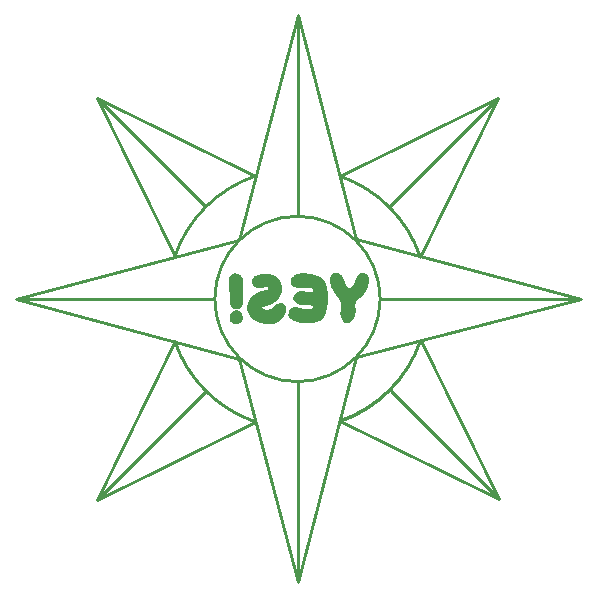
<source format=gbl>
G04*
G04 #@! TF.GenerationSoftware,Altium Limited,Altium Designer,21.8.1 (53)*
G04*
G04 Layer_Physical_Order=2*
G04 Layer_Color=16711680*
%FSLAX25Y25*%
%MOIN*%
G70*
G04*
G04 #@! TF.SameCoordinates,DAEDDD48-B243-4404-BE66-89772E550788*
G04*
G04*
G04 #@! TF.FilePolarity,Positive*
G04*
G01*
G75*
%ADD10C,0.01000*%
G36*
X120628Y156642D02*
X120886Y156623D01*
X121266Y156536D01*
X121292Y156528D01*
X121376Y156494D01*
X121459Y156456D01*
X121540Y156415D01*
X121551Y156408D01*
X121936Y156131D01*
X121936D01*
X122254Y155764D01*
X122260Y155756D01*
X122265Y155748D01*
X122271Y155739D01*
X122274Y155735D01*
X122296Y155701D01*
X122318Y155666D01*
X122318Y155666D01*
X122321Y155661D01*
X122327Y155651D01*
X122334Y155641D01*
X122340Y155631D01*
X122346Y155620D01*
X122352Y155610D01*
X122358Y155600D01*
X122364Y155589D01*
X122370Y155579D01*
X122376Y155569D01*
X122382Y155558D01*
X122567Y155134D01*
X122567Y155134D01*
X122677Y154680D01*
X122686Y154623D01*
X122702Y154482D01*
X122701Y154376D01*
X122685Y153886D01*
Y153886D01*
X122567Y153437D01*
X122518Y153278D01*
X122516Y153276D01*
X122345Y152974D01*
X122199Y152762D01*
X122090Y152664D01*
X121705Y152357D01*
X121656Y152330D01*
Y152330D01*
X121650Y152327D01*
X121639Y152322D01*
X121628Y152316D01*
X121617Y152311D01*
X121607Y152306D01*
X121597Y152301D01*
X121588Y152296D01*
X121578Y152292D01*
X121568Y152287D01*
X121558Y152283D01*
X121548Y152278D01*
X121538Y152274D01*
X121529Y152270D01*
X121521Y152267D01*
X121513Y152263D01*
X121504Y152260D01*
X121496Y152256D01*
X121487Y152253D01*
X121479Y152249D01*
X121471Y152246D01*
X121462Y152243D01*
X121453Y152239D01*
X121445Y152236D01*
X121436Y152233D01*
X121428Y152230D01*
X121419Y152227D01*
X121410Y152224D01*
X121402Y152220D01*
X121397Y152219D01*
X121369Y152209D01*
X121341Y152200D01*
X121312Y152191D01*
X121282Y152183D01*
X121253Y152175D01*
X121223Y152167D01*
X121193Y152160D01*
X121163Y152153D01*
X121140Y152148D01*
X121117Y152143D01*
X121093Y152138D01*
X121070Y152134D01*
X121046Y152130D01*
X121022Y152126D01*
X120998Y152122D01*
X120974Y152119D01*
X120949Y152116D01*
X120925Y152113D01*
X120900Y152110D01*
X120875Y152108D01*
X120850Y152105D01*
X120825Y152103D01*
X120799Y152102D01*
X120773Y152100D01*
X120748Y152099D01*
X120721Y152098D01*
X120687Y152096D01*
X120658Y152093D01*
X120630Y152091D01*
X120601Y152088D01*
X120573Y152085D01*
X120546Y152084D01*
X120518Y152082D01*
X120490Y152080D01*
X120463Y152079D01*
X120436Y152078D01*
X120409Y152077D01*
X120382Y152077D01*
X120355Y152077D01*
X120329Y152077D01*
X120302Y152077D01*
X120276Y152078D01*
X120250Y152079D01*
X120224Y152080D01*
X120199Y152081D01*
X120173Y152083D01*
X120148Y152085D01*
X120123Y152087D01*
X120098Y152089D01*
X120073Y152092D01*
X120048Y152095D01*
X120024Y152098D01*
X119999Y152101D01*
X119967Y152106D01*
X119935Y152111D01*
X119904Y152117D01*
X119452Y152261D01*
X119420Y152272D01*
X119416Y152273D01*
X119413Y152274D01*
X119016Y152525D01*
X119005Y152534D01*
X118983Y152553D01*
X118961Y152572D01*
X118942Y152589D01*
X118927Y152603D01*
X118912Y152617D01*
X118897Y152632D01*
X118889Y152639D01*
X118883Y152645D01*
X118871Y152657D01*
X118859Y152670D01*
X118847Y152682D01*
X118836Y152694D01*
X118826Y152705D01*
X118815Y152717D01*
X118805Y152728D01*
X118795Y152739D01*
X118786Y152749D01*
X118777Y152760D01*
X118769Y152770D01*
X118764Y152776D01*
X118760Y152781D01*
X118751Y152791D01*
X118742Y152802D01*
X118734Y152813D01*
X118726Y152823D01*
X118718Y152832D01*
X118711Y152842D01*
X118704Y152851D01*
X118697Y152861D01*
X118690Y152870D01*
X118682Y152880D01*
X118675Y152890D01*
X118671Y152895D01*
X118488Y153223D01*
X118401Y153436D01*
X118332Y153655D01*
X118277Y153932D01*
X118260Y154142D01*
X118265Y154628D01*
Y154628D01*
X118324Y154900D01*
X118382Y155134D01*
X118471Y155343D01*
X118540Y155495D01*
X118639Y155659D01*
X118676Y155713D01*
X118779Y155861D01*
X118947Y156036D01*
X119087Y156166D01*
X119373Y156373D01*
D01*
X119634Y156483D01*
X119894Y156579D01*
X119894Y156579D01*
X120340Y156645D01*
X120628Y156642D01*
D02*
G37*
G36*
X120170Y168998D02*
X120196Y168994D01*
X120222Y168990D01*
X120248Y168985D01*
X120273Y168981D01*
X120299Y168977D01*
X120324Y168972D01*
X120349Y168968D01*
X120374Y168964D01*
X120398Y168959D01*
X120423Y168954D01*
X120447Y168949D01*
X120471Y168945D01*
X120495Y168940D01*
X120519Y168935D01*
X120543Y168930D01*
X120567Y168925D01*
X120590Y168920D01*
X120614Y168914D01*
X120637Y168909D01*
X120660Y168904D01*
X120682Y168898D01*
X120705Y168893D01*
X120728Y168887D01*
X120750Y168882D01*
X120772Y168876D01*
X120794Y168870D01*
X120816Y168864D01*
X120838Y168859D01*
X120860Y168852D01*
X120881Y168846D01*
X120903Y168840D01*
X120924Y168834D01*
X120945Y168828D01*
X120966Y168822D01*
X120987Y168815D01*
X121007Y168809D01*
X121028Y168802D01*
X121048Y168796D01*
X121068Y168789D01*
X121089Y168782D01*
X121108Y168775D01*
X121128Y168769D01*
X121148Y168762D01*
X121167Y168755D01*
X121187Y168748D01*
X121206Y168741D01*
X121225Y168733D01*
X121244Y168726D01*
X121263Y168719D01*
X121282Y168711D01*
X121300Y168704D01*
X121318Y168696D01*
X121337Y168689D01*
X121355Y168681D01*
X121373Y168674D01*
X121391Y168666D01*
X121408Y168658D01*
X121426Y168650D01*
X121444Y168642D01*
X121461Y168634D01*
X121478Y168626D01*
X121495Y168618D01*
X121512Y168609D01*
X121529Y168601D01*
X121546Y168593D01*
X121562Y168584D01*
X121579Y168576D01*
X121595Y168567D01*
X121611Y168559D01*
X121627Y168550D01*
X121643Y168541D01*
X121659Y168532D01*
X121675Y168523D01*
X121677Y168522D01*
X121935Y168339D01*
X122203Y168115D01*
X122490Y167734D01*
X122493Y167730D01*
X122498Y167722D01*
X122500Y167718D01*
X122515Y167691D01*
X122530Y167664D01*
X122545Y167636D01*
X122559Y167609D01*
X122569Y167588D01*
X122580Y167567D01*
X122590Y167546D01*
X122599Y167525D01*
X122609Y167503D01*
X122618Y167482D01*
X122628Y167460D01*
X122637Y167438D01*
X122646Y167417D01*
X122654Y167394D01*
X122663Y167372D01*
X122671Y167350D01*
X122679Y167328D01*
X122685Y167313D01*
X122690Y167298D01*
X122695Y167283D01*
X122700Y167267D01*
X122705Y167252D01*
X122710Y167237D01*
X122715Y167222D01*
X122720Y167206D01*
X122724Y167191D01*
X122729Y167175D01*
X122733Y167160D01*
X122738Y167144D01*
X122742Y167128D01*
X122747Y167113D01*
X122751Y167097D01*
X122755Y167081D01*
X122759Y167065D01*
X122763Y167049D01*
X122767Y167033D01*
X122771Y167017D01*
X122775Y167001D01*
X122779Y166985D01*
X122782Y166969D01*
X122786Y166952D01*
X122790Y166936D01*
X122793Y166920D01*
X122796Y166903D01*
X122800Y166887D01*
X122803Y166870D01*
X122806Y166853D01*
X122809Y166837D01*
X122812Y166820D01*
X122816Y166803D01*
X122818Y166787D01*
X122821Y166770D01*
X122824Y166753D01*
X122827Y166736D01*
X122830Y166719D01*
X122832Y166702D01*
X122835Y166684D01*
X122837Y166667D01*
X122840Y166650D01*
X122842Y166633D01*
X122845Y166615D01*
X122847Y166598D01*
X122849Y166580D01*
X122851Y166563D01*
X122853Y166545D01*
X122855Y166528D01*
X122857Y166510D01*
X122859Y166492D01*
X122861Y166475D01*
X122863Y166457D01*
X122864Y166439D01*
X122866Y166421D01*
X122868Y166403D01*
X122870Y166385D01*
X122871Y166367D01*
X122872Y166349D01*
X122874Y166331D01*
X122875Y166312D01*
X122877Y166294D01*
X122878Y166276D01*
X122879Y166257D01*
X122880Y166239D01*
X122881Y166220D01*
X122882Y166202D01*
X122883Y166183D01*
X122885Y166164D01*
X122885Y166146D01*
X122886Y166127D01*
X122887Y166108D01*
X122888Y166089D01*
X122889Y166070D01*
X122889Y166051D01*
X122890Y166032D01*
X122891Y166013D01*
X122891Y165994D01*
X122892Y165975D01*
X122892Y165956D01*
X122893Y165937D01*
X122893Y165917D01*
X122893Y165898D01*
X122894Y165878D01*
X122894Y165859D01*
X122894Y165839D01*
X122894Y165820D01*
X122895Y165800D01*
X122895Y165780D01*
X122895Y165761D01*
X122895Y165741D01*
X122895Y165741D01*
X122895Y165734D01*
X122895Y165729D01*
X122895Y165711D01*
X122895Y165701D01*
X122895Y165681D01*
X122895Y165662D01*
X122894Y165641D01*
X122894Y165621D01*
X122894Y165601D01*
X122894Y165581D01*
X122893Y165551D01*
X122893Y165531D01*
X122892Y165510D01*
X122892Y165490D01*
X122892Y165469D01*
X122891Y165449D01*
X122891Y165428D01*
X122890Y165398D01*
X122889Y165366D01*
X122888Y165346D01*
X122888Y165335D01*
X122888Y165325D01*
X122887Y165294D01*
X122886Y165273D01*
X122885Y165252D01*
X122884Y165220D01*
X122883Y165189D01*
X122882Y165168D01*
X122881Y165147D01*
X122880Y165126D01*
X122879Y165104D01*
X122879Y165094D01*
X122878Y165083D01*
X122877Y165061D01*
X122875Y165019D01*
X122874Y164986D01*
X122872Y164954D01*
X122871Y164932D01*
X122870Y164911D01*
X122868Y164867D01*
X122866Y164834D01*
X122865Y164813D01*
X122863Y164791D01*
X122862Y164758D01*
X122860Y164736D01*
X122858Y164702D01*
X122856Y164669D01*
X122854Y164625D01*
X122852Y164591D01*
X122850Y164569D01*
X122847Y164513D01*
X122845Y164479D01*
X122843Y164456D01*
X122843Y164445D01*
X122842Y164434D01*
X122839Y164388D01*
X122834Y164308D01*
X122833Y164285D01*
X122831Y164262D01*
X122824Y164147D01*
X122815Y164018D01*
X122814Y163995D01*
X122813Y163983D01*
X122807Y163889D01*
X122804Y163841D01*
X122803Y163829D01*
X122802Y163818D01*
X122800Y163782D01*
X122798Y163746D01*
X122794Y163686D01*
X122792Y163650D01*
X122789Y163601D01*
X122787Y163577D01*
X122786Y163553D01*
X122784Y163516D01*
X122781Y163468D01*
X122779Y163443D01*
X122777Y163406D01*
X122774Y163357D01*
X122773Y163333D01*
X122771Y163296D01*
X122770Y163271D01*
X122767Y163221D01*
X122766Y163197D01*
X122764Y163159D01*
X122762Y163122D01*
X122761Y163097D01*
X122759Y163072D01*
X122758Y163047D01*
X122757Y163021D01*
X122756Y162996D01*
X122755Y162971D01*
X122754Y162946D01*
X122752Y162920D01*
X122751Y162895D01*
X122750Y162870D01*
X122749Y162844D01*
X122748Y162819D01*
X122747Y162793D01*
X122746Y162768D01*
X122745Y162742D01*
X122744Y162717D01*
X122743Y162691D01*
X122742Y162665D01*
X122742Y162640D01*
X122741Y162614D01*
X122740Y162588D01*
X122739Y162562D01*
X122738Y162536D01*
X122738Y162511D01*
X122737Y162485D01*
X122736Y162459D01*
X122736Y162433D01*
X122735Y162407D01*
X122734Y162380D01*
X122734Y162354D01*
X122733Y162328D01*
X122733Y162302D01*
X122732Y162276D01*
X122732Y162236D01*
X122731Y162197D01*
X122731Y162157D01*
X122730Y162117D01*
X122730Y162078D01*
X122729Y162038D01*
X122729Y161998D01*
X122729Y161958D01*
X122729Y161918D01*
X122729Y161878D01*
X122729Y161837D01*
X122730Y161797D01*
X122730Y161756D01*
X122730Y161716D01*
X122731Y161675D01*
X122731Y161635D01*
X122732Y161594D01*
X122733Y161553D01*
X122734Y161498D01*
X122735Y161444D01*
X122737Y161389D01*
X122739Y161334D01*
X122741Y161279D01*
X122743Y161224D01*
X122745Y161168D01*
X122748Y161113D01*
X122750Y161057D01*
X122753Y161001D01*
X122756Y160945D01*
X122761Y160875D01*
X122765Y160805D01*
X122770Y160734D01*
X122776Y160664D01*
X122781Y160593D01*
X122787Y160522D01*
X122794Y160450D01*
X122802Y160364D01*
X122811Y160278D01*
X122820Y160192D01*
X122830Y160105D01*
X122843Y160004D01*
X122847Y159971D01*
X122852Y159473D01*
X122852Y159473D01*
X122787Y159000D01*
X122784Y158989D01*
X122782Y158979D01*
X122778Y158959D01*
X122773Y158938D01*
X122769Y158918D01*
X122765Y158900D01*
X122761Y158884D01*
X122757Y158867D01*
X122753Y158851D01*
X122750Y158843D01*
X122736Y158786D01*
X122721Y158734D01*
X122707Y158686D01*
X122693Y158642D01*
X122680Y158603D01*
X122667Y158563D01*
X122654Y158528D01*
X122641Y158493D01*
X122628Y158458D01*
X122616Y158427D01*
X122603Y158396D01*
X122590Y158365D01*
X122577Y158335D01*
X122564Y158305D01*
X122552Y158278D01*
X122540Y158252D01*
X122527Y158226D01*
X122514Y158200D01*
X122502Y158175D01*
X122488Y158149D01*
X122475Y158124D01*
X122461Y158098D01*
X122447Y158073D01*
X122433Y158048D01*
X122419Y158024D01*
X122406Y158003D01*
X122394Y157982D01*
X122381Y157961D01*
X122368Y157941D01*
X122354Y157920D01*
X122341Y157900D01*
X122327Y157880D01*
X122313Y157860D01*
X122300Y157840D01*
X122285Y157820D01*
X122271Y157801D01*
X122257Y157782D01*
X122242Y157763D01*
X122227Y157744D01*
X122212Y157725D01*
X122197Y157706D01*
X122181Y157688D01*
X121868Y157415D01*
X121786Y157347D01*
X121769Y157334D01*
X121353Y157122D01*
X121340Y157116D01*
X121245Y157077D01*
X121209Y157063D01*
X121204Y157062D01*
X121204Y157062D01*
X121075Y157034D01*
X120591Y157009D01*
X120575Y157011D01*
X120559Y157012D01*
X120544Y157014D01*
X120528Y157015D01*
X120512Y157017D01*
X120496Y157018D01*
X120481Y157020D01*
X120465Y157021D01*
X120449Y157023D01*
X120434Y157025D01*
X120419Y157027D01*
X120404Y157029D01*
X120388Y157031D01*
X120373Y157033D01*
X120358Y157035D01*
X120343Y157037D01*
X120328Y157039D01*
X120314Y157041D01*
X120299Y157043D01*
X120284Y157046D01*
X120270Y157048D01*
X120255Y157051D01*
X120241Y157053D01*
X120227Y157055D01*
X120212Y157058D01*
X120198Y157061D01*
X120184Y157063D01*
X120170Y157066D01*
X120156Y157069D01*
X120142Y157072D01*
X120128Y157074D01*
X120114Y157078D01*
X120101Y157080D01*
X120087Y157083D01*
X120073Y157087D01*
X120060Y157090D01*
X120047Y157093D01*
X120027Y157098D01*
X120007Y157103D01*
X119987Y157108D01*
X119968Y157113D01*
X119948Y157118D01*
X119929Y157124D01*
X119910Y157129D01*
X119891Y157135D01*
X119872Y157141D01*
X119854Y157146D01*
X119835Y157152D01*
X119817Y157158D01*
X119799Y157165D01*
X119781Y157171D01*
X119763Y157177D01*
X119761Y157178D01*
X119346Y157383D01*
X119157Y157546D01*
X118958Y157724D01*
X118951Y157732D01*
X118946Y157739D01*
X118940Y157747D01*
X118934Y157754D01*
X118931Y157757D01*
X118912Y157782D01*
X118893Y157807D01*
X118877Y157828D01*
X118862Y157849D01*
X118848Y157871D01*
X118833Y157892D01*
X118821Y157910D01*
X118810Y157928D01*
X118799Y157945D01*
X118788Y157963D01*
X118777Y157981D01*
X118767Y158000D01*
X118756Y158018D01*
X118746Y158036D01*
X118739Y158050D01*
X118731Y158064D01*
X118724Y158079D01*
X118717Y158093D01*
X118709Y158107D01*
X118702Y158121D01*
X118695Y158136D01*
X118688Y158150D01*
X118682Y158165D01*
X118675Y158179D01*
X118668Y158194D01*
X118662Y158209D01*
X118655Y158223D01*
X118649Y158238D01*
X118642Y158253D01*
X118636Y158268D01*
X118630Y158283D01*
X118624Y158298D01*
X118618Y158314D01*
X118612Y158329D01*
X118606Y158344D01*
X118601Y158360D01*
X118595Y158375D01*
X118590Y158391D01*
X118584Y158406D01*
X118579Y158422D01*
X118574Y158438D01*
X118568Y158454D01*
X118563Y158469D01*
X118558Y158485D01*
X118553Y158501D01*
X118548Y158517D01*
X118545Y158528D01*
X118542Y158539D01*
X118539Y158550D01*
X118535Y158561D01*
X118532Y158571D01*
X118529Y158582D01*
X118526Y158593D01*
X118523Y158604D01*
X118520Y158615D01*
X118517Y158626D01*
X118514Y158637D01*
X118512Y158648D01*
X118509Y158659D01*
X118506Y158670D01*
X118503Y158681D01*
X118500Y158693D01*
X118498Y158704D01*
X118495Y158715D01*
X118492Y158726D01*
X118490Y158737D01*
X118487Y158749D01*
X118484Y158760D01*
X118482Y158771D01*
X118479Y158782D01*
X118477Y158794D01*
X118474Y158805D01*
X118472Y158817D01*
X118470Y158828D01*
X118467Y158840D01*
X118465Y158851D01*
X118463Y158863D01*
X118460Y158874D01*
X118458Y158886D01*
X118456Y158897D01*
X118453Y158909D01*
X118451Y158921D01*
X118449Y158932D01*
X118447Y158944D01*
X118445Y158956D01*
X118443Y158967D01*
X118441Y158979D01*
X118439Y158991D01*
X118437Y159003D01*
X118435Y159014D01*
X118433Y159026D01*
X118431Y159038D01*
X118429Y159050D01*
X118427Y159062D01*
X118425Y159074D01*
X118423Y159086D01*
X118421Y159098D01*
X118420Y159110D01*
X118418Y159122D01*
X118416Y159134D01*
X118414Y159146D01*
X118413Y159158D01*
X118411Y159170D01*
X118409Y159182D01*
X118408Y159194D01*
X118406Y159206D01*
X118404Y159219D01*
X118403Y159231D01*
X118401Y159243D01*
X118400Y159255D01*
X118398Y159268D01*
X118397Y159280D01*
X118395Y159292D01*
X118394Y159305D01*
X118393Y159317D01*
X118391Y159329D01*
X118390Y159342D01*
X118388Y159354D01*
X118387Y159367D01*
X118386Y159379D01*
X118384Y159391D01*
X118383Y159404D01*
X118382Y159416D01*
X118381Y159429D01*
X118379Y159441D01*
X118378Y159454D01*
X118377Y159467D01*
X118376Y159479D01*
X118375Y159492D01*
X118374Y159504D01*
X118372Y159517D01*
X118371Y159530D01*
X118370Y159542D01*
X118368Y159568D01*
X118367Y159581D01*
X118366Y159593D01*
X118365Y159606D01*
X118363Y159632D01*
X118362Y159644D01*
X118361Y159657D01*
X118360Y159670D01*
X118359Y159683D01*
X118358Y159696D01*
X118356Y159722D01*
X118355Y159748D01*
X118354Y159761D01*
X118352Y159787D01*
X118351Y159800D01*
X118351Y159813D01*
X118350Y159826D01*
X118349Y159839D01*
X118348Y159852D01*
X118348Y159865D01*
X118347Y159878D01*
X118346Y159891D01*
X118345Y159917D01*
X118344Y159937D01*
X118343Y159950D01*
X118342Y159970D01*
X118341Y159990D01*
X118340Y160023D01*
X118338Y160050D01*
X118338Y160070D01*
X118336Y160096D01*
X118336Y160103D01*
X118336Y160116D01*
X118334Y160143D01*
X118333Y160183D01*
X118331Y160223D01*
X118330Y160264D01*
X118329Y160291D01*
X118328Y160325D01*
X118327Y160365D01*
X118326Y160379D01*
X118325Y160426D01*
X118324Y160447D01*
X118324Y160467D01*
X118322Y160508D01*
X118322Y160536D01*
X118321Y160543D01*
X118321Y160563D01*
X118319Y160611D01*
X118318Y160645D01*
X118318Y160659D01*
X118316Y160735D01*
X118316Y160742D01*
X118315Y160756D01*
X118314Y160818D01*
X118313Y160832D01*
X118313Y160839D01*
X118312Y160860D01*
X118312Y160866D01*
X118312Y160880D01*
X118311Y160908D01*
X118311Y160915D01*
X118311Y160922D01*
X118310Y160936D01*
X118310Y160943D01*
X118308Y160992D01*
X118308Y161005D01*
X118308Y161012D01*
X118306Y161061D01*
X118305Y161103D01*
X118304Y161145D01*
X118303Y161159D01*
X118303Y161166D01*
X118303Y161173D01*
X118302Y161187D01*
X118300Y161229D01*
X118299Y161257D01*
X118299Y161271D01*
X118298Y161278D01*
X118298Y161285D01*
X118298Y161299D01*
X118297Y161320D01*
X118297Y161327D01*
X118296Y161334D01*
X118295Y161355D01*
X118294Y161376D01*
X118293Y161404D01*
X118292Y161432D01*
X118290Y161460D01*
X118290Y161474D01*
X118289Y161488D01*
X118288Y161516D01*
X118287Y161530D01*
X118285Y161558D01*
X118284Y161586D01*
X118282Y161615D01*
X118281Y161643D01*
X118280Y161657D01*
X118278Y161685D01*
X118277Y161699D01*
X118275Y161727D01*
X118274Y161741D01*
X118273Y161755D01*
X118272Y161769D01*
X118272Y161783D01*
X118271Y161797D01*
X118270Y161811D01*
X118268Y161825D01*
X118266Y161853D01*
X118265Y161867D01*
X118264Y161881D01*
X118263Y161895D01*
X118262Y161909D01*
X118261Y161923D01*
X118265Y162221D01*
X118266Y162231D01*
X118266Y162232D01*
X118266Y162246D01*
X118266Y162247D01*
X118266Y162261D01*
X118266Y162262D01*
X118267Y162277D01*
X118267Y162278D01*
X118267Y162292D01*
X118267Y162293D01*
X118267Y162307D01*
X118267Y162309D01*
X118268Y162323D01*
X118268Y162324D01*
X118268Y162338D01*
X118268Y162340D01*
X118268Y162354D01*
X118268Y162356D01*
X118268Y162369D01*
X118268Y162372D01*
X118268Y162384D01*
X118268Y162390D01*
X118268Y162400D01*
X118268Y162416D01*
X118268Y162426D01*
Y162431D01*
X118268Y162442D01*
Y162447D01*
X118268Y162459D01*
X118268Y162463D01*
X118268Y162476D01*
X118268Y162478D01*
X118268Y162492D01*
X118268Y162494D01*
X118268Y162508D01*
X118268Y162510D01*
X118268Y162524D01*
X118268Y162526D01*
X118267Y162540D01*
X118267Y162541D01*
X118267Y162556D01*
X118267Y162557D01*
X118267Y162572D01*
X118267Y162573D01*
X118266Y162588D01*
X118266Y162589D01*
X118266Y162604D01*
X118266Y162605D01*
X118266Y162620D01*
X118266Y162621D01*
X118265Y162636D01*
X118265Y162637D01*
X118265Y162653D01*
X118265Y162653D01*
X118264Y162669D01*
X118264Y162669D01*
X118264Y162685D01*
X118264Y162686D01*
X118263Y162701D01*
X118263Y162702D01*
X118263Y162717D01*
X118263Y162718D01*
X118262Y162733D01*
X118262Y162734D01*
X118262Y162750D01*
X118262Y162750D01*
X118261Y162766D01*
X118261Y162767D01*
X118261Y162782D01*
X118261Y162783D01*
X118260Y162799D01*
X118260Y162799D01*
X118259Y162815D01*
X118259Y162815D01*
X118258Y162831D01*
X118258Y162832D01*
X118258Y162848D01*
X118258Y162848D01*
X118257Y162864D01*
X118257Y162865D01*
X118256Y162881D01*
X118256Y162881D01*
X118255Y162897D01*
X118255Y162898D01*
X118254Y162931D01*
X118253Y162947D01*
X118252Y162964D01*
X118251Y162980D01*
X118250Y162997D01*
X118249Y163014D01*
X118248Y163030D01*
X118246Y163056D01*
X118245Y163081D01*
X118244Y163097D01*
X118243Y163106D01*
X118241Y163131D01*
X118240Y163148D01*
X118239Y163165D01*
X118238Y163182D01*
X118237Y163199D01*
X118235Y163224D01*
X118234Y163241D01*
X118232Y163258D01*
X118230Y163284D01*
X118229Y163301D01*
X118227Y163326D01*
X118225Y163352D01*
X118223Y163377D01*
X118220Y163412D01*
X118218Y163446D01*
X118215Y163472D01*
X118212Y163506D01*
X118211Y163524D01*
X118209Y163550D01*
X118208Y163558D01*
X118207Y163567D01*
X118205Y163593D01*
X118203Y163619D01*
X118200Y163654D01*
X118199Y163663D01*
X118198Y163671D01*
X118195Y163697D01*
X118191Y163750D01*
X118187Y163785D01*
X118184Y163820D01*
X118183Y163829D01*
X118183Y163837D01*
X118177Y163890D01*
X118177Y163899D01*
X118176Y163908D01*
X118170Y163969D01*
X118169Y163978D01*
X118168Y163987D01*
X118161Y164057D01*
X118161Y164066D01*
X118158Y164093D01*
X118157Y164102D01*
X118152Y164155D01*
X118144Y164243D01*
X118139Y164288D01*
X118132Y164359D01*
X118132Y164368D01*
X118130Y164385D01*
X118127Y164412D01*
X118125Y164439D01*
X118121Y164483D01*
X118116Y164537D01*
X118113Y164572D01*
X118112Y164581D01*
X118111Y164590D01*
X118106Y164644D01*
X118104Y164661D01*
X118104Y164670D01*
X118103Y164679D01*
X118099Y164724D01*
X118096Y164750D01*
X118094Y164786D01*
X118091Y164813D01*
X118088Y164848D01*
X118086Y164875D01*
X118084Y164902D01*
X118081Y164937D01*
X118079Y164955D01*
X118077Y164982D01*
X118075Y165008D01*
X118073Y165044D01*
X118071Y165070D01*
X118068Y165106D01*
X118066Y165141D01*
X118063Y165177D01*
X118061Y165212D01*
X118059Y165230D01*
X118058Y165247D01*
X118056Y165283D01*
X118054Y165318D01*
X118053Y165336D01*
X118052Y165353D01*
X118051Y165371D01*
X118050Y165388D01*
X118049Y165406D01*
X118048Y165424D01*
X118047Y165441D01*
X118046Y165459D01*
X118045Y165476D01*
X118044Y165494D01*
X118043Y165511D01*
X118043Y165529D01*
X118042Y165546D01*
X118041Y165563D01*
X118040Y165581D01*
X118040Y165598D01*
X118039Y165616D01*
X118038Y165633D01*
X118038Y165651D01*
X118037Y165668D01*
X118036Y165685D01*
X118036Y165703D01*
X118035Y165720D01*
X118035Y165737D01*
X118034Y165755D01*
X118034Y165772D01*
X118034Y165789D01*
X118033Y165806D01*
X118033Y165824D01*
X118033Y165841D01*
X118032Y165858D01*
X118032Y165875D01*
X118032Y165893D01*
X118032Y165910D01*
X118031Y165927D01*
X118031Y165944D01*
X118031Y165961D01*
X118031Y165978D01*
X118031Y165995D01*
X118031Y166012D01*
X118031Y166029D01*
X118031Y166046D01*
X118031Y166063D01*
X118031Y166080D01*
X118031Y166097D01*
X118032Y166114D01*
X118032Y166131D01*
X118032Y166148D01*
X118032Y166164D01*
X118033Y166181D01*
X118033Y166198D01*
X118033Y166215D01*
X118034Y166232D01*
X118034Y166248D01*
X118035Y166265D01*
X118035Y166282D01*
X118036Y166298D01*
X118036Y166315D01*
X118037Y166332D01*
X118038Y166348D01*
X118039Y166365D01*
X118039Y166381D01*
X118040Y166398D01*
X118041Y166414D01*
X118042Y166430D01*
X118043Y166447D01*
X118044Y166463D01*
X118045Y166480D01*
X118046Y166496D01*
X118047Y166512D01*
X118048Y166529D01*
X118049Y166545D01*
X118051Y166561D01*
X118052Y166577D01*
X118053Y166593D01*
X118054Y166610D01*
X118056Y166626D01*
X118057Y166642D01*
X118059Y166658D01*
X118060Y166674D01*
X118062Y166690D01*
X118064Y166706D01*
X118065Y166722D01*
X118067Y166738D01*
X118069Y166753D01*
X118071Y166769D01*
X118072Y166785D01*
X118075Y166801D01*
X118076Y166816D01*
X118078Y166832D01*
X118080Y166848D01*
X118083Y166864D01*
X118085Y166879D01*
X118087Y166895D01*
X118089Y166910D01*
X118091Y166926D01*
X118094Y166941D01*
X118096Y166957D01*
X118099Y166972D01*
X118101Y166987D01*
X118104Y167003D01*
X118106Y167018D01*
X118109Y167033D01*
X118112Y167048D01*
X118115Y167063D01*
X118117Y167079D01*
X118120Y167094D01*
X118123Y167109D01*
X118126Y167124D01*
X118129Y167139D01*
X118132Y167154D01*
X118136Y167169D01*
X118139Y167183D01*
X118142Y167198D01*
X118145Y167213D01*
X118149Y167228D01*
X118152Y167243D01*
X118156Y167257D01*
X118159Y167272D01*
X118163Y167287D01*
X118166Y167301D01*
X118170Y167315D01*
X118174Y167330D01*
X118178Y167344D01*
X118182Y167359D01*
X118186Y167373D01*
X118190Y167387D01*
X118194Y167402D01*
X118198Y167416D01*
X118202Y167430D01*
X118206Y167444D01*
X118211Y167458D01*
X118217Y167479D01*
X118224Y167500D01*
X118231Y167521D01*
X118238Y167542D01*
X118245Y167562D01*
X118253Y167583D01*
X118260Y167603D01*
X118268Y167624D01*
X118275Y167644D01*
X118283Y167664D01*
X118291Y167684D01*
X118299Y167704D01*
X118305Y167716D01*
X118419Y167924D01*
X118458Y167993D01*
X118554Y168140D01*
X118672Y168282D01*
X118759Y168375D01*
X118891Y168497D01*
X119175Y168702D01*
X119202Y168716D01*
X119222Y168727D01*
X119243Y168738D01*
X119264Y168748D01*
X119285Y168759D01*
X119306Y168769D01*
X119328Y168779D01*
X119350Y168788D01*
X119372Y168798D01*
X119394Y168807D01*
X119416Y168817D01*
X119439Y168826D01*
X119462Y168835D01*
X119485Y168843D01*
X119509Y168852D01*
X119532Y168860D01*
X119548Y168866D01*
X119564Y168871D01*
X119580Y168877D01*
X119597Y168882D01*
X119613Y168887D01*
X119629Y168892D01*
X119646Y168897D01*
X119663Y168902D01*
X119679Y168907D01*
X119696Y168912D01*
X119713Y168916D01*
X119730Y168921D01*
X119748Y168925D01*
X119765Y168930D01*
X119782Y168934D01*
X119800Y168938D01*
X119817Y168943D01*
X119835Y168947D01*
X119853Y168951D01*
X119871Y168955D01*
X119889Y168958D01*
X119907Y168962D01*
X119926Y168966D01*
X119944Y168969D01*
X119963Y168973D01*
X119981Y168976D01*
X120000Y168980D01*
X120019Y168983D01*
X120038Y168986D01*
X120057Y168989D01*
X120076Y168992D01*
X120096Y168995D01*
X120115Y168998D01*
X120144Y169002D01*
X120170Y168998D01*
D02*
G37*
G36*
X130518Y168852D02*
X130588Y168851D01*
X130658Y168850D01*
X130727Y168847D01*
X130796Y168844D01*
X130865Y168840D01*
X130943Y168835D01*
X131186Y168808D01*
X131255Y168799D01*
X131353Y168785D01*
X131474Y168766D01*
X131619Y168742D01*
X131632Y168740D01*
X131998Y168660D01*
X132351Y168556D01*
X132035Y168652D01*
X132035Y168652D01*
X132457Y168524D01*
X132562Y168486D01*
X132777Y168403D01*
X132988Y168305D01*
X133253Y168175D01*
X133651Y167930D01*
X133662Y167923D01*
X133716Y167885D01*
X133770Y167847D01*
X133796Y167827D01*
X133987Y167687D01*
X134339Y167369D01*
X134659Y167018D01*
X134942Y166638D01*
X135099Y166375D01*
X135167Y166254D01*
X135231Y166131D01*
X135292Y166007D01*
X135321Y165944D01*
X135346Y165889D01*
X135393Y165778D01*
X135437Y165665D01*
X135479Y165552D01*
X135518Y165438D01*
X135554Y165322D01*
X135587Y165206D01*
X135617Y165089D01*
X135631Y165030D01*
X135644Y164971D01*
X135669Y164852D01*
X135691Y164733D01*
X135710Y164613D01*
X135726Y164490D01*
X135739Y164364D01*
X135749Y164237D01*
X135757Y164111D01*
X135758Y164048D01*
X135760Y163986D01*
X135761Y163863D01*
X135759Y163739D01*
X135754Y163616D01*
X135746Y163499D01*
X135736Y163389D01*
X135724Y163279D01*
X135710Y163169D01*
X135701Y163114D01*
X135701D01*
X135694Y163068D01*
X135678Y162976D01*
X135661Y162884D01*
X135642Y162793D01*
X135622Y162708D01*
X135603Y162630D01*
X135583Y162553D01*
X135561Y162475D01*
X135540Y162403D01*
X135519Y162334D01*
X135497Y162266D01*
X135474Y162198D01*
X135452Y162135D01*
X135430Y162076D01*
X135408Y162018D01*
X135385Y161959D01*
X135363Y161906D01*
X135342Y161856D01*
X135321Y161807D01*
X135299Y161758D01*
X135278Y161711D01*
X135257Y161667D01*
X135236Y161623D01*
X135215Y161578D01*
X135204Y161556D01*
X135194Y161537D01*
X135174Y161497D01*
X135153Y161457D01*
X135132Y161418D01*
X135122Y161398D01*
X135122D01*
X135111Y161378D01*
X135089Y161339D01*
X135067Y161300D01*
X135045Y161261D01*
X135024Y161224D01*
X135003Y161189D01*
X134982Y161155D01*
X134961Y161120D01*
X134951Y161103D01*
X134940Y161086D01*
X134918Y161051D01*
X134897Y161017D01*
X134874Y160983D01*
X134853Y160951D01*
X134833Y160922D01*
X134813Y160892D01*
X134793Y160862D01*
X134783Y160848D01*
X134783D01*
X134772Y160833D01*
X134751Y160803D01*
X134730Y160774D01*
X134709Y160745D01*
X134689Y160717D01*
X134670Y160692D01*
X134652Y160667D01*
X134633Y160643D01*
X134614Y160618D01*
X134595Y160593D01*
X134575Y160568D01*
X134555Y160543D01*
X134546Y160531D01*
X134536Y160519D01*
X134516Y160494D01*
X134496Y160470D01*
X134476Y160445D01*
X134455Y160421D01*
X134434Y160397D01*
X134414Y160372D01*
X134393Y160348D01*
X134382Y160336D01*
X134311Y160256D01*
X134238Y160177D01*
X134163Y160098D01*
X134086Y160020D01*
X134007Y159943D01*
X133927Y159867D01*
X133844Y159791D01*
X133776Y159731D01*
X133708Y159672D01*
X133638Y159614D01*
X133567Y159555D01*
X133494Y159498D01*
X133421Y159441D01*
X133346Y159385D01*
X133270Y159329D01*
X133193Y159274D01*
X133114Y159220D01*
X133034Y159166D01*
X132953Y159113D01*
X132871Y159060D01*
X132787Y159009D01*
X132702Y158958D01*
X132638Y158920D01*
X132573Y158882D01*
X132507Y158845D01*
X132440Y158809D01*
X132373Y158773D01*
X132305Y158737D01*
X132236Y158702D01*
X132166Y158667D01*
X132096Y158632D01*
X132025Y158598D01*
X131954Y158565D01*
X131881Y158532D01*
X131808Y158499D01*
X131734Y158467D01*
X131660Y158435D01*
X131584Y158404D01*
X131508Y158373D01*
X131431Y158343D01*
X131354Y158313D01*
X131276Y158283D01*
X131197Y158254D01*
X131117Y158226D01*
X131036Y158198D01*
X130955Y158171D01*
X130873Y158144D01*
X130791Y158118D01*
X130707Y158092D01*
X130623Y158066D01*
X130538Y158042D01*
X130452Y158018D01*
X130366Y157994D01*
X130279Y157971D01*
X130191Y157948D01*
X130102Y157926D01*
X130013Y157904D01*
X129922Y157883D01*
X129831Y157863D01*
X129740Y157843D01*
X129647Y157824D01*
X129554Y157805D01*
X129460Y157787D01*
X129044Y157716D01*
X129063Y157692D01*
X129082Y157669D01*
X129100Y157647D01*
X129120Y157624D01*
X129143Y157597D01*
X129167Y157571D01*
X129191Y157546D01*
X129214Y157521D01*
X129239Y157496D01*
X129263Y157472D01*
X129292Y157444D01*
X129321Y157418D01*
X129350Y157391D01*
X129354Y157388D01*
X129362Y157380D01*
X129370Y157373D01*
X129379Y157366D01*
X129387Y157358D01*
X129396Y157351D01*
X129404Y157344D01*
X129413Y157337D01*
X129417Y157334D01*
X129421Y157330D01*
X129430Y157323D01*
X129438Y157316D01*
X129438Y157316D01*
X129447Y157309D01*
X129447Y157309D01*
X129451Y157306D01*
X129451Y157306D01*
X129456Y157302D01*
X129456Y157302D01*
X129466Y157295D01*
X129466Y157295D01*
X129476Y157287D01*
Y157287D01*
X129485Y157280D01*
X129485Y157280D01*
X129490Y157276D01*
X129490Y157276D01*
X129496Y157272D01*
X129496Y157272D01*
X129507Y157264D01*
X129507Y157264D01*
X129517Y157256D01*
X129518Y157256D01*
X129528Y157248D01*
X129529Y157248D01*
X129534Y157244D01*
X129534Y157244D01*
X129540Y157240D01*
X129540Y157239D01*
X129552Y157231D01*
X129552Y157231D01*
X129564Y157223D01*
X129564Y157222D01*
X129576Y157214D01*
X129577Y157214D01*
X129582Y157210D01*
X129583Y157210D01*
X129589Y157205D01*
X129590Y157205D01*
X129604Y157196D01*
X129605Y157195D01*
X129618Y157186D01*
X129621Y157184D01*
X129633Y157177D01*
X129640Y157172D01*
X129640Y157172D01*
X129649Y157166D01*
X129664Y157157D01*
X129667Y157155D01*
X129684Y157145D01*
X129685Y157144D01*
X129703Y157134D01*
X129703Y157133D01*
X129712Y157128D01*
X129712Y157128D01*
X129766Y157098D01*
X129767Y157097D01*
X129878Y157041D01*
X129878Y157041D01*
X129992Y156991D01*
X129992Y156991D01*
X130110Y156948D01*
X130169Y156929D01*
X130183Y156924D01*
X130213Y156916D01*
X130242Y156908D01*
X130271Y156900D01*
X130286Y156897D01*
X130297Y156894D01*
X130319Y156889D01*
X130341Y156884D01*
X130363Y156879D01*
X130375Y156877D01*
X130384Y156875D01*
X130402Y156871D01*
X130421Y156868D01*
X130439Y156865D01*
X130439Y156865D01*
X130449Y156863D01*
X130449Y156863D01*
X130457Y156862D01*
X130457Y156862D01*
X130475Y156859D01*
X130475Y156859D01*
X130492Y156856D01*
X130492Y156856D01*
X130509Y156854D01*
X130510Y156854D01*
X130518Y156853D01*
X130518Y156853D01*
X130526Y156852D01*
X130526Y156852D01*
X130543Y156850D01*
X130543Y156850D01*
X130559Y156848D01*
X130559Y156848D01*
X130575Y156846D01*
X130575Y156846D01*
X130583Y156845D01*
X130583D01*
X130591Y156844D01*
X130591Y156844D01*
X130606Y156843D01*
X130606D01*
X130621Y156841D01*
X130621D01*
X130636Y156840D01*
X130636D01*
X130643Y156840D01*
X130643D01*
X130650Y156839D01*
X130650D01*
X130664Y156838D01*
X130664D01*
X130678Y156837D01*
X130678D01*
X130691Y156836D01*
X130692D01*
X130698Y156836D01*
X130699D01*
X130705Y156835D01*
X130705D01*
X130719Y156835D01*
X130719D01*
X130733Y156834D01*
X130733D01*
X130747Y156834D01*
X130747D01*
X130754Y156834D01*
X130754D01*
X130760Y156833D01*
X130760D01*
X130772Y156833D01*
X130773D01*
X130785Y156833D01*
X130786D01*
X130798Y156833D01*
X130798D01*
X130804Y156833D01*
X130804Y156833D01*
X130810Y156832D01*
X130811Y156832D01*
X130823Y156832D01*
X130823Y156832D01*
X130835D01*
X130839Y156832D01*
X130848Y156833D01*
X130854Y156833D01*
Y156833D01*
X130854Y156833D01*
X130861Y156833D01*
X130873Y156833D01*
X130886Y156833D01*
X130898Y156833D01*
X130905Y156834D01*
X130905Y156834D01*
X130911Y156834D01*
X130924Y156834D01*
X130936Y156835D01*
X130949Y156835D01*
X130955Y156836D01*
X130962Y156836D01*
X130974Y156837D01*
X130986Y156838D01*
X130999Y156839D01*
X131005Y156839D01*
X131012Y156840D01*
X131024Y156841D01*
X131037Y156842D01*
X131049Y156843D01*
X131056Y156843D01*
X131062Y156844D01*
X131075Y156845D01*
X131087Y156846D01*
X131100Y156848D01*
X131106Y156849D01*
X131112Y156849D01*
X131123Y156851D01*
X131134Y156852D01*
X131134Y156852D01*
X131146Y156853D01*
X131146Y156853D01*
X131157Y156855D01*
X131157Y156855D01*
X131168Y156856D01*
X131169Y156856D01*
X131180Y156858D01*
X131180Y156858D01*
X131191Y156860D01*
X131191Y156860D01*
X131203Y156861D01*
X131203Y156861D01*
X131214Y156863D01*
X131214Y156863D01*
X131225Y156865D01*
X131225Y156865D01*
X131237Y156867D01*
X131237Y156867D01*
X131242Y156868D01*
X131242Y156868D01*
X131249Y156869D01*
X131249Y156869D01*
X131261Y156871D01*
X131261Y156871D01*
X131274Y156873D01*
X131274Y156873D01*
X131286Y156876D01*
X131286Y156876D01*
X131293Y156877D01*
X131293Y156877D01*
X131299Y156878D01*
X131299Y156878D01*
X131311Y156880D01*
X131311Y156880D01*
X131324Y156883D01*
X131324Y156883D01*
X131337Y156886D01*
X131343Y156887D01*
X131349Y156888D01*
X131362Y156891D01*
X131374Y156894D01*
X131387Y156896D01*
X131393Y156898D01*
X131399Y156899D01*
X131412Y156902D01*
X131424Y156905D01*
X131437Y156908D01*
X131443Y156910D01*
X131443Y156910D01*
X131449Y156911D01*
X131462Y156915D01*
X131474Y156918D01*
X131487Y156921D01*
X131499Y156924D01*
X131512Y156928D01*
X131524Y156931D01*
X131536Y156935D01*
X131549Y156939D01*
X131561Y156942D01*
X131574Y156946D01*
X131586Y156950D01*
X131592Y156951D01*
X131598Y156954D01*
X131611Y156957D01*
X131623Y156961D01*
X131635Y156965D01*
X131641Y156967D01*
X131648Y156970D01*
X131662Y156974D01*
X131675Y156979D01*
X131689Y156983D01*
X131702Y156988D01*
X131716Y156993D01*
X131729Y156998D01*
X131743Y157003D01*
X131749Y157005D01*
X131756Y157008D01*
X131770Y157013D01*
X131783Y157018D01*
X131796Y157023D01*
X131810Y157029D01*
X131825Y157035D01*
X131839Y157041D01*
X131854Y157047D01*
X131861Y157050D01*
X131868Y157053D01*
X131883Y157059D01*
X131897Y157065D01*
X131912Y157072D01*
X131919Y157075D01*
X131927Y157079D01*
X131942Y157086D01*
X131958Y157093D01*
X131973Y157100D01*
X131981Y157104D01*
X131981Y157104D01*
X131990Y157108D01*
X132002Y157114D01*
X132006Y157116D01*
X132021Y157123D01*
X132023Y157124D01*
X132038Y157132D01*
X132039Y157132D01*
X132047Y157136D01*
X132047Y157136D01*
X132056Y157140D01*
X132056Y157141D01*
X132073Y157150D01*
X132074Y157150D01*
X132091Y157159D01*
X132092Y157159D01*
X132109Y157168D01*
X132109Y157168D01*
X132118Y157173D01*
X132118Y157173D01*
X132127Y157178D01*
X132127Y157178D01*
X132146Y157188D01*
X132146Y157188D01*
X132164Y157199D01*
X132165Y157199D01*
X132183Y157209D01*
X132183Y157209D01*
X132192Y157214D01*
X132192Y157214D01*
X132202Y157220D01*
X132203Y157220D01*
X132223Y157232D01*
X132223Y157232D01*
X132244Y157245D01*
X132244Y157245D01*
X132264Y157257D01*
X132265Y157257D01*
X132275Y157263D01*
X132275Y157264D01*
X132286Y157270D01*
X132286Y157271D01*
X132309Y157285D01*
X132309Y157285D01*
X132332Y157299D01*
X132332Y157299D01*
X132354Y157314D01*
X132354Y157314D01*
X132365Y157321D01*
X132365Y157321D01*
X132379Y157330D01*
X132379Y157330D01*
X132385Y157335D01*
X132405Y157348D01*
X132432Y157367D01*
X132458Y157385D01*
X132472Y157395D01*
X132489Y157407D01*
X132522Y157432D01*
X132555Y157458D01*
X132589Y157483D01*
X132605Y157497D01*
X132665Y157546D01*
X132782Y157650D01*
X132894Y157760D01*
X133001Y157874D01*
X133052Y157933D01*
X133085Y157973D01*
X133150Y158054D01*
X133211Y158137D01*
X133270Y158222D01*
X133299Y158265D01*
X133319Y158297D01*
X133357Y158359D01*
X133395Y158423D01*
X133430Y158487D01*
X133448Y158520D01*
X133468Y158528D01*
X133507Y158543D01*
X133546Y158558D01*
X133586Y158573D01*
X133624Y158588D01*
X133663Y158603D01*
X133701Y158617D01*
X133739Y158631D01*
X133777Y158644D01*
X133815Y158657D01*
X133853Y158670D01*
X133890Y158683D01*
X133927Y158695D01*
X133964Y158707D01*
X134000Y158719D01*
X134036Y158731D01*
X134072Y158742D01*
X134108Y158753D01*
X134144Y158764D01*
X134179Y158774D01*
X134215Y158784D01*
X134250Y158794D01*
X134284Y158803D01*
X134319Y158813D01*
X134353Y158822D01*
X134387Y158830D01*
X134421Y158839D01*
X134455Y158847D01*
X134488Y158855D01*
X134522Y158862D01*
X134555Y158870D01*
X134587Y158877D01*
X134620Y158884D01*
X134652Y158890D01*
X134684Y158896D01*
X134716Y158902D01*
X134748Y158908D01*
X134779Y158914D01*
X134811Y158919D01*
X134842Y158924D01*
X134872Y158928D01*
X134903Y158933D01*
X134933Y158937D01*
X134964Y158941D01*
X134994Y158944D01*
X135023Y158948D01*
X135053Y158951D01*
X135082Y158954D01*
X135111Y158957D01*
X135140Y158959D01*
X135169Y158961D01*
X135197Y158963D01*
X135225Y158965D01*
X135253Y158966D01*
X135281Y158967D01*
X135309Y158968D01*
X135336Y158969D01*
X135363Y158969D01*
X135390Y158970D01*
X135417Y158970D01*
X135443Y158969D01*
X135470Y158969D01*
X135496Y158968D01*
X135522Y158967D01*
X135547Y158966D01*
X135573Y158965D01*
X135598Y158963D01*
X135623Y158961D01*
X135648Y158959D01*
X135672Y158957D01*
X135697Y158954D01*
X135721Y158951D01*
X135745Y158948D01*
X135769Y158945D01*
X135793Y158942D01*
X135816Y158938D01*
X135839Y158934D01*
X135862Y158930D01*
X135885Y158926D01*
X135907Y158921D01*
X135930Y158916D01*
X135952Y158911D01*
X135974Y158906D01*
X135996Y158901D01*
X136003Y158899D01*
X136432Y158727D01*
X136639Y158556D01*
X136705Y158500D01*
X136868Y158323D01*
X137064Y157995D01*
X137070Y157980D01*
X137077Y157962D01*
X137084Y157944D01*
X137091Y157926D01*
X137098Y157907D01*
X137104Y157889D01*
X137111Y157870D01*
X137117Y157851D01*
X137123Y157832D01*
X137129Y157813D01*
X137134Y157794D01*
X137140Y157775D01*
X137145Y157755D01*
X137150Y157736D01*
X137155Y157717D01*
X137160Y157697D01*
X137164Y157677D01*
X137169Y157657D01*
X137173Y157637D01*
X137177Y157617D01*
X137181Y157597D01*
X137185Y157576D01*
X137188Y157556D01*
X137191Y157536D01*
X137195Y157515D01*
X137198Y157494D01*
X137200Y157473D01*
X137203Y157452D01*
X137206Y157431D01*
X137208Y157410D01*
X137210Y157389D01*
X137212Y157368D01*
X137214Y157346D01*
X137216Y157325D01*
X137217Y157304D01*
X137218Y157282D01*
X137220Y157260D01*
X137221Y157238D01*
X137221Y157217D01*
X137222Y157194D01*
X137222Y157173D01*
X137223Y157150D01*
X137223Y157128D01*
X137223Y157128D01*
X137223Y157120D01*
X137223Y157109D01*
X137223Y157083D01*
X137222Y157061D01*
X137222Y157039D01*
X137221Y157016D01*
X137220Y156993D01*
X137219Y156971D01*
X137218Y156948D01*
X137217Y156925D01*
X137215Y156902D01*
X137214Y156879D01*
X137212Y156856D01*
X137210Y156833D01*
X137207Y156810D01*
X137205Y156787D01*
X137203Y156763D01*
X137200Y156740D01*
X137197Y156717D01*
X137194Y156693D01*
X137191Y156669D01*
X137188Y156646D01*
X137185Y156622D01*
X137181Y156599D01*
X137177Y156575D01*
X137173Y156551D01*
X137169Y156527D01*
X137163Y156491D01*
X137156Y156455D01*
X137149Y156419D01*
X137142Y156383D01*
X137134Y156347D01*
X137126Y156311D01*
X137117Y156274D01*
X137108Y156238D01*
X137099Y156201D01*
X137090Y156165D01*
X137080Y156128D01*
X137069Y156091D01*
X137059Y156054D01*
X137048Y156017D01*
X137037Y155980D01*
X137025Y155943D01*
X137013Y155906D01*
X137001Y155869D01*
X136988Y155832D01*
X136971Y155783D01*
X136953Y155733D01*
X136935Y155683D01*
X136916Y155634D01*
X136896Y155584D01*
X136876Y155534D01*
X136855Y155484D01*
X136834Y155435D01*
X136806Y155373D01*
X136777Y155310D01*
X136748Y155248D01*
X136712Y155174D01*
X136674Y155100D01*
X136629Y155013D01*
X136622Y155001D01*
X136609Y154976D01*
X136595Y154952D01*
X136582Y154927D01*
X136567Y154901D01*
X136551Y154874D01*
X136536Y154846D01*
X136520Y154818D01*
X136512Y154805D01*
X136502Y154788D01*
X136481Y154754D01*
X136461Y154721D01*
X136441Y154688D01*
X136430Y154671D01*
X136377Y154585D01*
X136263Y154416D01*
X136145Y154251D01*
X136021Y154090D01*
X135934Y153984D01*
X135888Y153930D01*
X135843Y153877D01*
X135796Y153824D01*
X135756Y153780D01*
X135724Y153745D01*
X135691Y153709D01*
X135657Y153674D01*
X135626Y153642D01*
X135598Y153613D01*
X135569Y153584D01*
X135540Y153554D01*
X135512Y153527D01*
X135485Y153501D01*
X135458Y153475D01*
X135431Y153449D01*
X135405Y153425D01*
X135380Y153402D01*
X135355Y153379D01*
X135330Y153356D01*
X135306Y153335D01*
X135284Y153315D01*
X135261Y153295D01*
X135238Y153276D01*
X135215Y153256D01*
X135192Y153236D01*
X135169Y153217D01*
X135146Y153198D01*
X135134Y153188D01*
X135123Y153179D01*
X135099Y153159D01*
X135076Y153140D01*
X135052Y153122D01*
X135030Y153104D01*
X135009Y153088D01*
X134988Y153072D01*
X134967Y153056D01*
X134956Y153048D01*
X134946Y153040D01*
X134924Y153024D01*
X134903Y153008D01*
X134882Y152992D01*
X134871Y152984D01*
X134860Y152976D01*
X134839Y152961D01*
X134817Y152945D01*
X134795Y152930D01*
X134774Y152915D01*
X134752Y152900D01*
X134730Y152885D01*
X134708Y152870D01*
X134697Y152862D01*
X134697D01*
X134686Y152855D01*
X134663Y152840D01*
X134641Y152825D01*
X134619Y152811D01*
X134608Y152804D01*
X134596Y152797D01*
X134574Y152782D01*
X134551Y152768D01*
X134529Y152754D01*
X134506Y152740D01*
X134483Y152726D01*
X134460Y152712D01*
X134437Y152699D01*
X134414Y152685D01*
X134391Y152672D01*
X134368Y152658D01*
X134344Y152645D01*
X134321Y152632D01*
X134297Y152619D01*
X134274Y152606D01*
X134250Y152593D01*
X134226Y152581D01*
X134203Y152568D01*
X134179Y152556D01*
X134155Y152544D01*
X134143Y152538D01*
Y152538D01*
X134131Y152531D01*
X134107Y152519D01*
X134082Y152507D01*
X134058Y152496D01*
X134032Y152483D01*
X134004Y152470D01*
X133976Y152457D01*
X133948Y152444D01*
X133920Y152431D01*
X133892Y152419D01*
X133863Y152407D01*
X133835Y152394D01*
X133821Y152388D01*
X133805Y152382D01*
X133772Y152368D01*
X133740Y152355D01*
X133708Y152342D01*
X133675Y152330D01*
X133642Y152317D01*
X133609Y152305D01*
X133576Y152293D01*
X133540Y152280D01*
X133499Y152266D01*
X133458Y152252D01*
X133417Y152239D01*
X133397Y152233D01*
X133397Y152233D01*
X133372Y152225D01*
X133324Y152210D01*
X133274Y152196D01*
X133225Y152182D01*
X133200Y152175D01*
X133106Y152150D01*
X132914Y152107D01*
X132720Y152072D01*
X132525Y152045D01*
X132427Y152036D01*
X132427Y152036D01*
X132390Y152032D01*
X132316Y152027D01*
X132242Y152022D01*
X132168Y152018D01*
X132108Y152017D01*
X132062Y152016D01*
X132016Y152015D01*
X131970Y152015D01*
X131874Y152019D01*
X131493Y152041D01*
X131360Y152058D01*
X131240Y152072D01*
X131212Y152073D01*
X131212Y152073D01*
X131129Y152075D01*
X131128Y152075D01*
X131045Y152078D01*
X130963Y152082D01*
X130880Y152086D01*
X130799Y152091D01*
X130718Y152096D01*
X130637Y152102D01*
X130557Y152108D01*
X130477Y152115D01*
X130398Y152122D01*
X130320Y152130D01*
X130242Y152139D01*
X130164Y152147D01*
X130087Y152157D01*
X130010Y152166D01*
X129934Y152177D01*
X129859Y152187D01*
X129783Y152199D01*
X129709Y152210D01*
X129635Y152223D01*
X129561Y152235D01*
X129488Y152248D01*
X129415Y152262D01*
X129343Y152276D01*
X129272Y152290D01*
X129201Y152305D01*
X129130Y152321D01*
X129060Y152337D01*
X128990Y152353D01*
X128921Y152370D01*
X128853Y152387D01*
X128785Y152405D01*
X128717Y152423D01*
X128650Y152441D01*
X128583Y152460D01*
X128517Y152480D01*
X128452Y152499D01*
X128387Y152520D01*
X128322Y152540D01*
X128258Y152561D01*
X128173Y152590D01*
X128089Y152620D01*
X128007Y152650D01*
X127925Y152681D01*
X127844Y152712D01*
X127763Y152744D01*
X127684Y152777D01*
X127606Y152811D01*
X127528Y152845D01*
X127451Y152880D01*
X127376Y152916D01*
X127301Y152952D01*
X127227Y152989D01*
X127154Y153026D01*
X127082Y153065D01*
X127010Y153103D01*
X126940Y153143D01*
X126870Y153183D01*
X126802Y153223D01*
X126734Y153265D01*
X126667Y153306D01*
X126601Y153349D01*
X126536Y153392D01*
X126472Y153435D01*
X126393Y153490D01*
X126315Y153546D01*
X126239Y153603D01*
X126164Y153661D01*
X126091Y153719D01*
X126019Y153779D01*
X125948Y153839D01*
X125937Y153848D01*
X125578Y154189D01*
X125274Y154534D01*
X125007Y154894D01*
X124764Y155294D01*
X124749Y155321D01*
X124725Y155367D01*
X124700Y155415D01*
X124676Y155464D01*
X124652Y155513D01*
X124626Y155569D01*
X124596Y155633D01*
X124568Y155697D01*
X124541Y155762D01*
X124528Y155795D01*
X124452Y155983D01*
X124332Y156372D01*
X124247Y156770D01*
X124197Y157174D01*
X124189Y157377D01*
X124187Y157430D01*
X124185Y157535D01*
X124186Y157640D01*
X124189Y157746D01*
X124194Y157837D01*
X124199Y157914D01*
X124205Y157991D01*
X124213Y158068D01*
X124217Y158106D01*
X124221Y158139D01*
X124229Y158204D01*
X124239Y158268D01*
X124249Y158333D01*
X124259Y158394D01*
X124269Y158450D01*
X124281Y158507D01*
X124292Y158563D01*
X124304Y158617D01*
X124316Y158670D01*
X124329Y158722D01*
X124342Y158774D01*
X124355Y158824D01*
X124369Y158872D01*
X124382Y158920D01*
X124397Y158968D01*
X124404Y158991D01*
X124411Y159013D01*
X124425Y159057D01*
X124439Y159101D01*
X124454Y159144D01*
X124469Y159186D01*
X124471Y159193D01*
X124645Y159621D01*
X124857Y160033D01*
X124866Y160049D01*
X124884Y160080D01*
X124902Y160110D01*
X124920Y160140D01*
X124938Y160170D01*
X124956Y160200D01*
X124975Y160229D01*
X124984Y160244D01*
X124992Y160257D01*
X125009Y160283D01*
X125026Y160309D01*
X125043Y160335D01*
X125051Y160348D01*
X125060Y160361D01*
X125077Y160387D01*
X125094Y160413D01*
X125112Y160438D01*
X125130Y160464D01*
X125148Y160489D01*
X125166Y160515D01*
X125184Y160540D01*
X125203Y160566D01*
X125222Y160591D01*
X125240Y160616D01*
X125259Y160641D01*
X125278Y160666D01*
X125298Y160691D01*
X125317Y160716D01*
X125337Y160741D01*
X125355Y160764D01*
X125373Y160786D01*
X125390Y160807D01*
X125407Y160828D01*
X125416Y160839D01*
X125425Y160849D01*
X125442Y160870D01*
X125460Y160891D01*
X125478Y160912D01*
X125496Y160933D01*
X125514Y160954D01*
X125529Y160972D01*
X125872Y161330D01*
X126236Y161657D01*
X126245Y161664D01*
X126321Y161726D01*
X126399Y161787D01*
X126478Y161848D01*
X126558Y161908D01*
X126640Y161967D01*
X126723Y162025D01*
X126807Y162082D01*
X126893Y162139D01*
X126980Y162195D01*
X127068Y162250D01*
X127140Y162293D01*
X127213Y162335D01*
X127287Y162378D01*
X127361Y162419D01*
X127436Y162460D01*
X127513Y162500D01*
X127590Y162540D01*
X127668Y162579D01*
X127747Y162618D01*
X127826Y162656D01*
X127907Y162693D01*
X127989Y162730D01*
X128071Y162766D01*
X128154Y162801D01*
X128239Y162835D01*
X128324Y162869D01*
X128410Y162903D01*
X128497Y162935D01*
X128584Y162967D01*
X128673Y162999D01*
X128762Y163029D01*
X128853Y163059D01*
X128944Y163088D01*
X129036Y163117D01*
X129129Y163144D01*
X129223Y163171D01*
X129318Y163197D01*
X129413Y163223D01*
X129510Y163247D01*
X129607Y163271D01*
X129706Y163294D01*
X129805Y163317D01*
X129905Y163338D01*
X130006Y163359D01*
X130107Y163379D01*
X130210Y163398D01*
X130314Y163416D01*
X130392Y163429D01*
X130471Y163442D01*
X130550Y163454D01*
X130630Y163466D01*
X130710Y163477D01*
X130791Y163488D01*
X130872Y163498D01*
X130981Y163511D01*
X130981Y163511D01*
X130985Y163516D01*
X130988Y163521D01*
X130992Y163526D01*
X130995Y163531D01*
X131002Y163541D01*
X131006Y163546D01*
X131012Y163556D01*
X131019Y163566D01*
X131019Y163566D01*
X131022Y163571D01*
X131022Y163571D01*
X131025Y163576D01*
X131025Y163576D01*
X131028Y163581D01*
X131028Y163581D01*
X131032Y163585D01*
X131032Y163585D01*
X131035Y163590D01*
X131035Y163590D01*
X131038Y163595D01*
X131038Y163595D01*
X131041Y163600D01*
X131041Y163600D01*
X131044Y163604D01*
X131044Y163604D01*
X131047Y163609D01*
X131047Y163609D01*
X131050Y163614D01*
X131050Y163614D01*
X131053Y163619D01*
X131053Y163619D01*
X131056Y163623D01*
X131056Y163623D01*
X131059Y163628D01*
X131059Y163628D01*
X131061Y163632D01*
X131061Y163632D01*
X131064Y163637D01*
X131064Y163637D01*
X131067Y163642D01*
X131067Y163642D01*
X131070Y163646D01*
X131070Y163646D01*
X131072Y163651D01*
X131072Y163651D01*
X131075Y163655D01*
X131075Y163655D01*
X131078Y163660D01*
X131078Y163660D01*
X131080Y163664D01*
X131080Y163664D01*
X131083Y163669D01*
X131083Y163669D01*
X131085Y163673D01*
X131085Y163673D01*
X131088Y163677D01*
X131088Y163677D01*
X131090Y163682D01*
X131090Y163682D01*
X131093Y163686D01*
X131093Y163686D01*
X131095Y163690D01*
X131095Y163690D01*
X131098Y163695D01*
X131098Y163695D01*
X131100Y163699D01*
X131100Y163699D01*
X131102Y163703D01*
X131102Y163703D01*
X131105Y163708D01*
X131105Y163708D01*
X131107Y163712D01*
X131107Y163712D01*
X131109Y163716D01*
X131109Y163716D01*
X131111Y163720D01*
X131111Y163721D01*
X131114Y163725D01*
X131114Y163725D01*
X131116Y163729D01*
X131116Y163729D01*
X131118Y163733D01*
X131118Y163733D01*
X131120Y163737D01*
X131120Y163737D01*
X131122Y163741D01*
X131122Y163741D01*
X131124Y163745D01*
X131124Y163745D01*
X131126Y163749D01*
X131126Y163750D01*
X131128Y163753D01*
X131128Y163753D01*
X131130Y163758D01*
X131130Y163758D01*
X131132Y163761D01*
X131132Y163762D01*
X131133Y163766D01*
X131133Y163766D01*
X131135Y163770D01*
X131135Y163770D01*
X131137Y163774D01*
X131137Y163774D01*
X131139Y163777D01*
X131139Y163777D01*
X131141Y163781D01*
X131141Y163781D01*
X131142Y163785D01*
X131142Y163785D01*
X131144Y163789D01*
X131144Y163789D01*
X131146Y163793D01*
X131146Y163793D01*
X131147Y163797D01*
X131147Y163797D01*
X131149Y163801D01*
X131149Y163801D01*
X131150Y163805D01*
X131150Y163805D01*
X131152Y163809D01*
X131152Y163809D01*
X131154Y163812D01*
X131154Y163812D01*
X131155Y163816D01*
X131155Y163816D01*
X131157Y163820D01*
X131157Y163820D01*
X131158Y163824D01*
X131158Y163824D01*
X131159Y163827D01*
X131159Y163827D01*
X131161Y163831D01*
X131161Y163831D01*
X131162Y163835D01*
X131162Y163835D01*
X131163Y163838D01*
X131163Y163838D01*
X131165Y163842D01*
X131165Y163842D01*
X131166Y163846D01*
Y163846D01*
X131167Y163849D01*
Y163849D01*
X131168Y163853D01*
Y163853D01*
X131169Y163856D01*
Y163856D01*
X131171Y163860D01*
Y163860D01*
X131171Y163861D01*
X131173Y163867D01*
Y163867D01*
X131173Y163869D01*
X131175Y163874D01*
Y163874D01*
X131176Y163877D01*
X131177Y163881D01*
X131178Y163884D01*
X131179Y163891D01*
X131181Y163896D01*
X131181Y163899D01*
X131183Y163905D01*
X131184Y163911D01*
X131185Y163917D01*
X131186Y163921D01*
X131187Y163924D01*
Y163925D01*
X131187Y163928D01*
X131187Y163928D01*
X131187Y163928D01*
X131188Y163931D01*
X131188Y163931D01*
X131188Y163931D01*
X131188Y163931D01*
X131188Y163934D01*
X131188Y163934D01*
X131188Y163934D01*
X131188Y163934D01*
X131189Y163937D01*
X131189Y163937D01*
X131189Y163937D01*
X131189Y163937D01*
X131189Y163940D01*
X131189Y163940D01*
X131189Y163941D01*
X131189Y163941D01*
X131190Y163944D01*
X131190Y163944D01*
X131190Y163944D01*
X131190Y163944D01*
X131190Y163946D01*
X131190Y163946D01*
X131190Y163947D01*
X131190Y163947D01*
X131190Y163950D01*
X131190Y163950D01*
X131190Y163950D01*
X131190Y163950D01*
X131191Y163953D01*
X131191Y163953D01*
X131191Y163953D01*
X131191Y163953D01*
X131191Y163956D01*
X131191Y163956D01*
X131191Y163956D01*
X131191Y163956D01*
X131191Y163959D01*
X131191Y163959D01*
X131191Y163959D01*
X131191Y163959D01*
X131192Y163962D01*
X131192Y163962D01*
X131192Y163962D01*
X131192Y163962D01*
X131192Y163965D01*
X131192Y163965D01*
X131192Y163965D01*
X131192Y163965D01*
X131192Y163968D01*
X131192Y163968D01*
X131192Y163968D01*
X131192Y163968D01*
X131192Y163971D01*
X131192Y163971D01*
X131192Y163974D01*
X131192Y163974D01*
X131193Y163977D01*
X131193Y163977D01*
X131193Y163980D01*
X131193Y163980D01*
X131193Y163982D01*
X131193Y163982D01*
X131193Y163985D01*
X131193Y163985D01*
X131193Y163988D01*
X131193Y163988D01*
X131193Y163990D01*
X131193Y163990D01*
Y163990D01*
X131193Y163990D01*
X131193Y163994D01*
X131193Y163994D01*
X131193Y163997D01*
X131193Y163997D01*
X131193Y164000D01*
X131193Y164000D01*
X131193Y164003D01*
X131193Y164003D01*
X131192Y164005D01*
X131192Y164005D01*
X131192Y164008D01*
X131192Y164011D01*
X131192Y164014D01*
X131192Y164016D01*
X131191Y164019D01*
X131191Y164022D01*
X131191Y164024D01*
X131190Y164027D01*
X131190Y164030D01*
X131190Y164032D01*
X131189Y164035D01*
X131189Y164038D01*
X131189Y164038D01*
X131188Y164040D01*
X131188Y164040D01*
X131188Y164043D01*
X131187Y164044D01*
X131187Y164045D01*
X131187Y164046D01*
X131187Y164046D01*
X131186Y164049D01*
X131186Y164050D01*
X131186Y164050D01*
X131186Y164051D01*
X131186Y164052D01*
X131185Y164055D01*
X131185Y164056D01*
X131185Y164056D01*
X131184Y164057D01*
X131183Y164061D01*
X131183Y164062D01*
X131182Y164065D01*
X131182Y164065D01*
X131182Y164065D01*
X131182Y164066D01*
X131182Y164067D01*
X131181Y164070D01*
X131180Y164073D01*
X131179Y164075D01*
X131178Y164076D01*
X131177Y164080D01*
X131176Y164082D01*
X131176Y164083D01*
X131175Y164084D01*
X131174Y164087D01*
X131172Y164092D01*
X131170Y164097D01*
X131167Y164102D01*
X131166Y164104D01*
X131165Y164106D01*
X131163Y164109D01*
X131161Y164112D01*
X131159Y164116D01*
X131158Y164117D01*
X131158Y164119D01*
X131157Y164120D01*
X131156Y164121D01*
X131156Y164121D01*
X131155Y164122D01*
X131155Y164123D01*
X131155Y164123D01*
X131155Y164123D01*
X131154Y164124D01*
X131154Y164124D01*
X131153Y164125D01*
X131153Y164126D01*
X131152Y164127D01*
X131152Y164127D01*
X131151Y164128D01*
X131151Y164129D01*
X131150Y164129D01*
X131150Y164129D01*
X131150Y164130D01*
X131150Y164130D01*
X131149Y164131D01*
X131149Y164131D01*
X131149Y164132D01*
X131148Y164132D01*
X131148Y164133D01*
X131148Y164133D01*
X131147Y164133D01*
X131147Y164133D01*
X131147Y164134D01*
X131147Y164134D01*
X131146Y164135D01*
X131146Y164135D01*
X131146Y164136D01*
X131145Y164136D01*
X131145Y164137D01*
X131145Y164137D01*
X131144Y164137D01*
X131144Y164137D01*
X131144Y164138D01*
X131144Y164138D01*
X131143Y164139D01*
X131143Y164139D01*
X131142Y164140D01*
X131142Y164140D01*
X131142Y164141D01*
X131142Y164141D01*
X131141Y164141D01*
X131141Y164141D01*
X131141Y164142D01*
X131141Y164142D01*
X131140Y164143D01*
X131140Y164143D01*
X131139Y164144D01*
X131139Y164144D01*
X131138Y164145D01*
X131138Y164145D01*
X131138Y164145D01*
X131138Y164145D01*
X131138D01*
X131138Y164145D01*
X131138Y164146D01*
X131137Y164146D01*
X131137Y164146D01*
X131136Y164147D01*
X131136Y164147D01*
X131135Y164148D01*
X131135Y164148D01*
X131135Y164149D01*
X131135Y164149D01*
X131134Y164149D01*
X131134Y164149D01*
X131133Y164150D01*
X131133Y164150D01*
X131132Y164151D01*
X131132Y164151D01*
X131132Y164152D01*
X131132Y164152D01*
X131131Y164152D01*
X131131Y164152D01*
X131131Y164153D01*
X131131Y164153D01*
X131130Y164154D01*
X131130Y164154D01*
X131129Y164155D01*
X131129Y164155D01*
X131128Y164156D01*
X131128Y164156D01*
X131128Y164156D01*
X131128Y164156D01*
X131126Y164158D01*
X131124Y164160D01*
X131122Y164161D01*
X131120Y164163D01*
X131119Y164165D01*
X131117Y164167D01*
X131115Y164168D01*
X131113Y164170D01*
X131111Y164172D01*
X131109Y164173D01*
X131107Y164175D01*
X131105Y164177D01*
X131103Y164178D01*
X131101Y164180D01*
X131099Y164182D01*
X131096Y164183D01*
X131094Y164185D01*
X131092Y164186D01*
X131090Y164188D01*
X131088Y164190D01*
X131086Y164191D01*
X131083Y164193D01*
X131081Y164194D01*
X131079Y164196D01*
X131076Y164197D01*
X131074Y164199D01*
X131072Y164200D01*
X131069Y164201D01*
X131067Y164203D01*
X131064Y164204D01*
X131062Y164206D01*
X131060Y164207D01*
X131057Y164208D01*
X131055Y164210D01*
X131052Y164211D01*
X131050Y164213D01*
X131047Y164214D01*
X131044Y164215D01*
X131042Y164217D01*
X131039Y164218D01*
Y164218D01*
X131036Y164219D01*
X131036Y164219D01*
X131034Y164220D01*
X131028Y164223D01*
X131023Y164225D01*
X131020Y164227D01*
X131017Y164228D01*
X131015Y164229D01*
X131012Y164230D01*
X131006Y164233D01*
X131003Y164234D01*
X131000Y164235D01*
X130994Y164237D01*
X130991Y164238D01*
X130988Y164239D01*
X130985Y164240D01*
X130982Y164241D01*
X130979Y164242D01*
X130976Y164243D01*
X130970Y164245D01*
X130964Y164247D01*
X130964Y164247D01*
X130960Y164248D01*
X130957Y164249D01*
X130957Y164249D01*
X130954Y164250D01*
X130954Y164250D01*
X130951Y164251D01*
X130951Y164251D01*
X130948Y164252D01*
X130947Y164252D01*
X130944Y164253D01*
X130944Y164253D01*
X130941Y164254D01*
X130941Y164254D01*
X130938Y164255D01*
X130938Y164255D01*
X130934Y164256D01*
X130934Y164256D01*
X130931Y164257D01*
X130931Y164257D01*
X130928Y164258D01*
X130928Y164258D01*
X130924Y164258D01*
X130924Y164259D01*
X130921Y164259D01*
X130921Y164259D01*
X130917Y164260D01*
X130917Y164260D01*
X130914Y164261D01*
X130914Y164261D01*
X130911Y164262D01*
X130911Y164262D01*
X130907Y164263D01*
X130907Y164263D01*
X130904Y164263D01*
X130904Y164263D01*
X130900Y164264D01*
X130900Y164264D01*
X130896Y164265D01*
X130896Y164265D01*
X130893Y164266D01*
X130893Y164266D01*
X130889Y164267D01*
X130889Y164267D01*
X130886Y164267D01*
X130886Y164267D01*
X130882Y164268D01*
X130882Y164268D01*
X130879Y164269D01*
X130879Y164269D01*
X130875Y164269D01*
X130875Y164269D01*
X130871Y164270D01*
X130871Y164270D01*
X130868Y164271D01*
X130868Y164271D01*
X130864Y164271D01*
X130864Y164271D01*
X130860Y164272D01*
X130860Y164272D01*
X130859Y164272D01*
X130857Y164273D01*
X130853Y164273D01*
X130849Y164274D01*
X130841Y164275D01*
X130838Y164276D01*
X130834Y164277D01*
X130830Y164277D01*
X130826Y164278D01*
X130822Y164278D01*
X130814Y164279D01*
X130810Y164280D01*
X130806Y164280D01*
X130802Y164281D01*
X130798Y164281D01*
X130794Y164282D01*
X130790Y164282D01*
X130786Y164283D01*
X130778Y164284D01*
X130774Y164284D01*
X130766Y164285D01*
X130758Y164286D01*
X130749Y164287D01*
X130745Y164287D01*
X130741Y164288D01*
X130728Y164289D01*
X130724Y164289D01*
X130719Y164289D01*
X130711Y164290D01*
X130707Y164290D01*
X130698Y164291D01*
X130693Y164291D01*
X130689Y164291D01*
X130680Y164292D01*
X130671Y164292D01*
X130667Y164293D01*
X130658Y164293D01*
X130653Y164293D01*
X130644Y164294D01*
X130635Y164294D01*
X130626Y164294D01*
X130616Y164295D01*
X130607Y164295D01*
X130597Y164295D01*
X130588Y164295D01*
X130583Y164295D01*
X130574Y164295D01*
X130564Y164296D01*
X130559Y164296D01*
X130550Y164296D01*
X130535Y164296D01*
X130525Y164296D01*
X130515Y164296D01*
X130505Y164295D01*
X130495Y164295D01*
X130485Y164295D01*
X130475Y164295D01*
X130465Y164295D01*
X130455Y164295D01*
X130445Y164295D01*
X130434Y164294D01*
X130424Y164294D01*
X130419Y164294D01*
X130413Y164294D01*
X130403Y164293D01*
X130398Y164293D01*
X130387Y164293D01*
X130377Y164292D01*
X130371Y164292D01*
X130366Y164292D01*
X130355Y164291D01*
X130339Y164290D01*
X130328Y164290D01*
X130317Y164289D01*
X130307Y164289D01*
X130296Y164288D01*
X130285Y164288D01*
X130274Y164287D01*
X130263Y164286D01*
X130252Y164286D01*
X130246Y164285D01*
X130235Y164284D01*
X130224Y164284D01*
X130212Y164283D01*
X130201Y164282D01*
X130190Y164281D01*
X130184Y164281D01*
X130167Y164279D01*
X130161Y164279D01*
X130149Y164278D01*
X130126Y164276D01*
X130109Y164275D01*
X130097Y164274D01*
X130080Y164272D01*
X130062Y164271D01*
X130038Y164269D01*
X130008Y164266D01*
X129991Y164264D01*
X129973Y164262D01*
X129960Y164261D01*
X129942Y164260D01*
X129918Y164257D01*
X129912Y164257D01*
X129906Y164256D01*
X129893Y164255D01*
X129875Y164253D01*
X129856Y164251D01*
X129838Y164249D01*
X129813Y164246D01*
X129788Y164243D01*
X129769Y164241D01*
X129750Y164239D01*
X129725Y164236D01*
X129700Y164233D01*
X129655Y164228D01*
X129636Y164226D01*
X129616Y164224D01*
X129610Y164223D01*
X129604Y164222D01*
X129571Y164218D01*
X129533Y164214D01*
X129526Y164213D01*
X129519Y164212D01*
X129500Y164210D01*
X129474Y164207D01*
X129467Y164206D01*
X129421Y164201D01*
X129323Y164189D01*
X129316Y164188D01*
X129276Y164183D01*
X129270Y164182D01*
X129203Y164174D01*
X129150Y164168D01*
X129116Y164164D01*
X129110Y164163D01*
X129103Y164162D01*
X129070Y164158D01*
X129050Y164156D01*
X129043Y164155D01*
X129036Y164154D01*
X128996Y164150D01*
X128956Y164145D01*
X128942Y164144D01*
X128936Y164143D01*
X128916Y164140D01*
X128882Y164137D01*
X128849Y164133D01*
X128822Y164130D01*
X128795Y164127D01*
X128768Y164124D01*
X128742Y164121D01*
X128722Y164120D01*
X128695Y164117D01*
X128675Y164115D01*
X128662Y164113D01*
X128655Y164113D01*
X128648Y164112D01*
X128635Y164111D01*
X128615Y164109D01*
X128595Y164107D01*
X128582Y164106D01*
X128556Y164103D01*
X128529Y164101D01*
X128516Y164100D01*
X128489Y164097D01*
X128476Y164096D01*
X128450Y164094D01*
X128424Y164092D01*
X128398Y164090D01*
X128372Y164088D01*
X128346Y164086D01*
X128320Y164084D01*
X128307Y164084D01*
X128294Y164083D01*
X128268Y164081D01*
X128255Y164080D01*
X128243Y164079D01*
X128230Y164079D01*
X128217Y164078D01*
X128204Y164077D01*
X128192Y164076D01*
X128179Y164076D01*
X128166Y164075D01*
X128154Y164075D01*
X128141Y164074D01*
X128128Y164074D01*
X128116Y164073D01*
X128103Y164072D01*
X128091Y164072D01*
X128078Y164072D01*
X128066Y164071D01*
X128053Y164071D01*
X128041Y164070D01*
X128029Y164070D01*
X128016Y164069D01*
X128004Y164069D01*
X127992Y164069D01*
X127979Y164069D01*
X127967Y164068D01*
X127955Y164068D01*
X127943Y164068D01*
X127931Y164068D01*
X127919Y164068D01*
X127907Y164068D01*
X127895Y164068D01*
X127883Y164068D01*
X127871Y164068D01*
X127859Y164068D01*
X127847Y164068D01*
X127835Y164068D01*
X127823Y164068D01*
X127811Y164068D01*
X127800Y164068D01*
X127788Y164069D01*
X127776Y164069D01*
X127765Y164069D01*
X127753Y164069D01*
X127742Y164070D01*
X127730Y164070D01*
X127719Y164071D01*
X127707Y164071D01*
X127696Y164072D01*
X127684Y164072D01*
X127673Y164073D01*
X127662Y164073D01*
X127651Y164074D01*
X127639Y164075D01*
X127628Y164075D01*
X127617Y164076D01*
X127606Y164077D01*
X127595Y164078D01*
X127584Y164079D01*
X127573Y164079D01*
X127562Y164080D01*
X127552Y164081D01*
X127541Y164082D01*
X127530Y164083D01*
X127520Y164084D01*
X127509Y164086D01*
X127498Y164087D01*
X127488Y164088D01*
X127477Y164089D01*
X127467Y164091D01*
X127457Y164092D01*
X127451Y164093D01*
X127441Y164094D01*
X127431Y164095D01*
X127426Y164096D01*
X127421Y164097D01*
X127416Y164098D01*
X127411Y164098D01*
X127406Y164099D01*
X127395Y164101D01*
X127391Y164102D01*
X127381Y164103D01*
X127371Y164105D01*
X127366Y164106D01*
X127361Y164107D01*
X127356Y164107D01*
X127351Y164108D01*
X127346Y164109D01*
X127341Y164110D01*
X127336Y164111D01*
X127334Y164112D01*
X126940Y164269D01*
X126888Y164295D01*
X126867Y164307D01*
X126655Y164442D01*
X126546Y164524D01*
X126459Y164598D01*
X126240Y164813D01*
X126238Y164816D01*
X125991Y165214D01*
D01*
X125832Y165648D01*
X125812Y165728D01*
X125792Y165822D01*
X125776Y165916D01*
X125767Y165980D01*
X125763Y166013D01*
X125760Y166047D01*
X125757Y166080D01*
X125755Y166108D01*
X125753Y166130D01*
X125752Y166152D01*
X125772Y166612D01*
X125826Y166839D01*
X125881Y167050D01*
X125972Y167235D01*
X126049Y167387D01*
X126297Y167711D01*
X126319Y167732D01*
X126366Y167775D01*
X126390Y167796D01*
X126401Y167805D01*
X126424Y167824D01*
X126447Y167841D01*
X126470Y167859D01*
X126482Y167868D01*
X126489Y167873D01*
X126503Y167883D01*
X126517Y167892D01*
X126531Y167902D01*
X126545Y167911D01*
X126557Y167919D01*
X126570Y167927D01*
X126582Y167935D01*
X126589Y167939D01*
X126678Y167978D01*
X126767Y168017D01*
X126855Y168054D01*
X126943Y168090D01*
X127031Y168126D01*
X127118Y168161D01*
X127205Y168194D01*
X127292Y168227D01*
X127378Y168259D01*
X127464Y168290D01*
X127550Y168321D01*
X127635Y168350D01*
X127720Y168378D01*
X127804Y168406D01*
X127888Y168432D01*
X127972Y168458D01*
X128055Y168483D01*
X128138Y168507D01*
X128221Y168530D01*
X128303Y168553D01*
X128385Y168574D01*
X128466Y168595D01*
X128547Y168615D01*
X128628Y168634D01*
X128708Y168652D01*
X128788Y168669D01*
X128868Y168686D01*
X128947Y168702D01*
X129026Y168716D01*
X129104Y168730D01*
X129182Y168744D01*
X129260Y168756D01*
X129337Y168768D01*
X129414Y168779D01*
X129490Y168789D01*
X129566Y168799D01*
X129642Y168807D01*
X129717Y168815D01*
X129792Y168822D01*
X129866Y168828D01*
X129940Y168834D01*
X130014Y168839D01*
X130087Y168843D01*
X130160Y168846D01*
X130232Y168849D01*
X130304Y168851D01*
X130376Y168852D01*
X130447Y168852D01*
X130518Y168852D01*
D02*
G37*
G36*
X142843Y168997D02*
X142884Y168997D01*
X142926Y168996D01*
X142967Y168996D01*
X143009Y168995D01*
X143051Y168994D01*
X143093Y168993D01*
X143148Y168992D01*
X143204Y168990D01*
X143260Y168988D01*
X143316Y168985D01*
X143372Y168982D01*
X143429Y168979D01*
X143485Y168976D01*
X143541Y168972D01*
X143598Y168968D01*
X143654Y168964D01*
X143711Y168960D01*
X143767Y168955D01*
X143824Y168950D01*
X143895Y168943D01*
X143966Y168936D01*
X144037Y168929D01*
X144108Y168921D01*
X144179Y168913D01*
X144250Y168904D01*
X144335Y168894D01*
X144420Y168882D01*
X144505Y168870D01*
X144590Y168858D01*
X144689Y168842D01*
X144802Y168824D01*
X144915Y168805D01*
X145056Y168780D01*
X145225Y168748D01*
Y168748D01*
X145329Y168728D01*
X145536Y168684D01*
X145743Y168637D01*
X145949Y168587D01*
X146052Y168561D01*
X146267Y168504D01*
X146413Y168463D01*
X146532Y168429D01*
X146636Y168398D01*
X146727Y168370D01*
X146804Y168346D01*
X146881Y168322D01*
X146944Y168301D01*
X147007Y168281D01*
X147070Y168260D01*
X147132Y168238D01*
X147181Y168221D01*
X147231Y168204D01*
X147280Y168187D01*
X147328Y168169D01*
X147377Y168152D01*
X147425Y168134D01*
X147472Y168116D01*
X147520Y168098D01*
X147555Y168085D01*
X147590Y168071D01*
X147625Y168058D01*
X147660Y168044D01*
X147695Y168030D01*
X147729Y168016D01*
X147764Y168002D01*
X147798Y167988D01*
X147832Y167974D01*
X147865Y167960D01*
X147899Y167946D01*
X147932Y167932D01*
X147965Y167918D01*
X147998Y167904D01*
X148031Y167889D01*
X148063Y167875D01*
X148096Y167861D01*
X148128Y167846D01*
X148149Y167836D01*
X148170Y167827D01*
X148191Y167817D01*
X148212Y167807D01*
X148233Y167798D01*
X148254Y167788D01*
X148275Y167778D01*
X148295Y167768D01*
X148316Y167759D01*
X148336Y167749D01*
X148356Y167739D01*
X148377Y167729D01*
X148397Y167719D01*
X148417Y167709D01*
X148436Y167699D01*
X148456Y167690D01*
X148476Y167680D01*
X148495Y167670D01*
X148515Y167660D01*
X148534Y167650D01*
X148553Y167640D01*
X148573Y167630D01*
X148592Y167620D01*
X148610Y167610D01*
X148629Y167600D01*
X148648Y167589D01*
X148667Y167579D01*
X148685Y167569D01*
X148703Y167559D01*
X148722Y167549D01*
X148740Y167539D01*
X148758Y167529D01*
X148776Y167519D01*
X148793Y167509D01*
X148811Y167498D01*
X148829Y167488D01*
X148846Y167478D01*
X148863Y167468D01*
X148881Y167458D01*
X148898Y167447D01*
X148915Y167437D01*
X148931Y167427D01*
X148948Y167417D01*
X148965Y167406D01*
X148981Y167396D01*
X148997Y167386D01*
X149014Y167376D01*
X149030Y167365D01*
X149046Y167355D01*
X149062Y167345D01*
X149077Y167334D01*
X149093Y167324D01*
X149108Y167314D01*
X149124Y167304D01*
X149139Y167293D01*
X149162Y167278D01*
X149170Y167271D01*
X149194Y167249D01*
X149218Y167227D01*
X149242Y167205D01*
X149258Y167190D01*
X149274Y167174D01*
X149290Y167159D01*
X149305Y167143D01*
X149321Y167128D01*
X149336Y167112D01*
X149352Y167096D01*
X149367Y167080D01*
X149383Y167063D01*
X149398Y167047D01*
X149413Y167030D01*
X149428Y167014D01*
X149443Y166997D01*
X149458Y166980D01*
X149473Y166963D01*
X149488Y166945D01*
X149503Y166928D01*
X149517Y166910D01*
X149532Y166892D01*
X149546Y166875D01*
X149561Y166857D01*
X149575Y166838D01*
X149589Y166820D01*
X149604Y166802D01*
X149618Y166783D01*
X149632Y166764D01*
X149646Y166746D01*
X149660Y166727D01*
X149674Y166708D01*
X149687Y166688D01*
X149701Y166669D01*
X149715Y166649D01*
X149728Y166630D01*
X149742Y166610D01*
X149755Y166590D01*
X149769Y166570D01*
X149782Y166550D01*
X149795Y166530D01*
X149808Y166509D01*
X149821Y166489D01*
X149834Y166468D01*
X149847Y166447D01*
X149860Y166426D01*
X149873Y166405D01*
X149886Y166384D01*
X149898Y166363D01*
X149911Y166341D01*
X149923Y166320D01*
X149936Y166298D01*
X149948Y166276D01*
X149960Y166254D01*
X149972Y166232D01*
X149985Y166210D01*
X149997Y166188D01*
X150009Y166165D01*
X150021Y166143D01*
X150032Y166120D01*
X150044Y166097D01*
X150056Y166074D01*
X150068Y166051D01*
X150079Y166028D01*
X150091Y166005D01*
X150102Y165982D01*
X150113Y165958D01*
X150125Y165935D01*
X150136Y165911D01*
X150147Y165887D01*
X150158Y165863D01*
X150169Y165839D01*
X150180Y165815D01*
X150191Y165791D01*
X150202Y165767D01*
X150213Y165742D01*
X150223Y165718D01*
X150234Y165693D01*
X150244Y165668D01*
X150255Y165643D01*
X150265Y165618D01*
X150276Y165593D01*
X150286Y165568D01*
X150296Y165543D01*
X150306Y165517D01*
X150316Y165492D01*
X150326Y165466D01*
X150336Y165440D01*
X150346Y165415D01*
X150356Y165389D01*
X150365Y165363D01*
X150375Y165337D01*
X150389Y165297D01*
X150403Y165258D01*
X150417Y165218D01*
X150431Y165178D01*
X150445Y165138D01*
X150458Y165098D01*
X150472Y165057D01*
X150485Y165016D01*
X150498Y164975D01*
X150511Y164934D01*
X150523Y164893D01*
X150536Y164851D01*
X150549Y164809D01*
X150561Y164767D01*
X150573Y164725D01*
X150585Y164683D01*
X150597Y164640D01*
X150608Y164597D01*
X150620Y164555D01*
X150631Y164511D01*
X150643Y164468D01*
X150654Y164425D01*
X150665Y164381D01*
X150675Y164337D01*
X150686Y164293D01*
X150696Y164249D01*
X150707Y164205D01*
X150717Y164160D01*
X150727Y164116D01*
X150737Y164071D01*
X150747Y164026D01*
X150756Y163981D01*
X150765Y163936D01*
X150775Y163890D01*
X150784Y163845D01*
X150793Y163799D01*
X150802Y163753D01*
X150810Y163707D01*
X150819Y163661D01*
X150827Y163615D01*
X150835Y163569D01*
X150846Y163506D01*
X150856Y163444D01*
X150867Y163382D01*
X150877Y163319D01*
X150886Y163256D01*
X150896Y163193D01*
X150905Y163129D01*
X150914Y163066D01*
X150923Y163002D01*
X150931Y162938D01*
X150939Y162874D01*
X150947Y162810D01*
X150954Y162745D01*
X150962Y162680D01*
X150971Y162599D01*
X150979Y162518D01*
X150987Y162436D01*
X150995Y162354D01*
X151002Y162272D01*
X151009Y162190D01*
X151015Y162107D01*
X151022Y162008D01*
X151029Y161908D01*
X151035Y161809D01*
X151041Y161692D01*
X151047Y161575D01*
X151052Y161441D01*
X151057Y161306D01*
X151060Y161155D01*
X151063Y160986D01*
X151065Y160784D01*
X151065Y160784D01*
X151065Y160614D01*
X151059Y160276D01*
X151047Y159938D01*
X151029Y159600D01*
X151017Y159432D01*
X150996Y159163D01*
X150978Y158963D01*
X150961Y158797D01*
X150945Y158648D01*
X150929Y158516D01*
X150915Y158401D01*
X150900Y158287D01*
X150886Y158189D01*
X150872Y158092D01*
X150858Y157995D01*
X150843Y157898D01*
X150830Y157818D01*
X150817Y157738D01*
X150803Y157658D01*
X150789Y157579D01*
X150775Y157500D01*
X150760Y157422D01*
X150748Y157359D01*
X150736Y157296D01*
X150724Y157234D01*
X150711Y157172D01*
X150698Y157111D01*
X150685Y157049D01*
X150672Y156988D01*
X150658Y156927D01*
X150645Y156866D01*
X150631Y156806D01*
X150617Y156746D01*
X150602Y156686D01*
X150591Y156641D01*
X150580Y156597D01*
X150569Y156552D01*
X150557Y156508D01*
X150546Y156464D01*
X150535Y156420D01*
X150523Y156376D01*
X150511Y156333D01*
X150499Y156289D01*
X150487Y156246D01*
X150475Y156203D01*
X150463Y156160D01*
X150450Y156117D01*
X150438Y156075D01*
X150425Y156033D01*
X150412Y155991D01*
X150399Y155949D01*
X150386Y155907D01*
X150373Y155865D01*
X150360Y155824D01*
X150347Y155783D01*
X150333Y155742D01*
X150320Y155701D01*
X150306Y155661D01*
X150292Y155620D01*
X150278Y155580D01*
X150264Y155540D01*
X150250Y155501D01*
X150235Y155461D01*
X150221Y155422D01*
X150206Y155383D01*
X150197Y155357D01*
X150187Y155331D01*
X150177Y155306D01*
X150167Y155280D01*
X150157Y155254D01*
X150147Y155229D01*
X150137Y155204D01*
X150127Y155179D01*
X150117Y155154D01*
X150107Y155129D01*
X150096Y155104D01*
X150086Y155079D01*
X150076Y155054D01*
X150065Y155030D01*
X150055Y155005D01*
X150044Y154981D01*
X150033Y154957D01*
X150023Y154933D01*
X150012Y154909D01*
X150001Y154885D01*
X149991Y154861D01*
X149980Y154837D01*
X149969Y154814D01*
X149958Y154790D01*
X149947Y154767D01*
X149936Y154744D01*
X149925Y154721D01*
X149914Y154698D01*
X149902Y154675D01*
X149891Y154652D01*
X149880Y154629D01*
X149869Y154607D01*
X149857Y154584D01*
X149846Y154562D01*
X149834Y154540D01*
X149823Y154518D01*
X149811Y154496D01*
X149799Y154474D01*
X149788Y154452D01*
X149776Y154431D01*
X149764Y154409D01*
X149752Y154388D01*
X149740Y154367D01*
X149728Y154346D01*
X149716Y154325D01*
X149704Y154304D01*
X149692Y154283D01*
X149680Y154263D01*
X149668Y154243D01*
X149655Y154222D01*
X149643Y154202D01*
X149631Y154182D01*
X149618Y154162D01*
X149606Y154142D01*
X149593Y154123D01*
X149581Y154103D01*
X149568Y154084D01*
X149556Y154065D01*
X149543Y154045D01*
X149530Y154026D01*
X149517Y154007D01*
X149505Y153989D01*
X149492Y153970D01*
X149479Y153952D01*
X149466Y153934D01*
X149453Y153915D01*
X149440Y153897D01*
X149426Y153879D01*
X149413Y153862D01*
X149400Y153844D01*
X149387Y153827D01*
X149373Y153809D01*
X149360Y153792D01*
X149347Y153775D01*
X149333Y153758D01*
X149320Y153742D01*
X149306Y153725D01*
X149292Y153709D01*
X149279Y153692D01*
X149265Y153676D01*
X149251Y153660D01*
X149237Y153644D01*
X149224Y153629D01*
X149210Y153613D01*
X149196Y153598D01*
X149182Y153583D01*
X149161Y153560D01*
X149145Y153550D01*
X149130Y153539D01*
X149114Y153529D01*
X149098Y153518D01*
X149082Y153508D01*
X149066Y153498D01*
X149050Y153488D01*
X149034Y153478D01*
X149018Y153468D01*
X149002Y153458D01*
X148986Y153448D01*
X148969Y153438D01*
X148953Y153428D01*
X148936Y153418D01*
X148919Y153408D01*
X148902Y153398D01*
X148886Y153388D01*
X148869Y153379D01*
X148852Y153369D01*
X148834Y153359D01*
X148817Y153350D01*
X148800Y153340D01*
X148782Y153331D01*
X148765Y153321D01*
X148739Y153307D01*
X148712Y153293D01*
X148685Y153279D01*
X148658Y153265D01*
X148631Y153251D01*
X148604Y153238D01*
X148576Y153224D01*
X148549Y153210D01*
X148521Y153197D01*
X148493Y153184D01*
X148465Y153171D01*
X148436Y153157D01*
X148408Y153144D01*
X148379Y153131D01*
X148350Y153119D01*
X148321Y153106D01*
X148292Y153093D01*
X148263Y153081D01*
X148233Y153068D01*
X148203Y153056D01*
X148173Y153044D01*
X148143Y153031D01*
X148113Y153019D01*
X148083Y153007D01*
X148052Y152995D01*
X148022Y152984D01*
X147991Y152972D01*
X147960Y152960D01*
X147929Y152949D01*
X147898Y152937D01*
X147866Y152926D01*
X147835Y152915D01*
X147803Y152904D01*
X147771Y152893D01*
X147739Y152882D01*
X147707Y152871D01*
X147675Y152860D01*
X147642Y152850D01*
X147610Y152839D01*
X147577Y152829D01*
X147544Y152819D01*
X147511Y152808D01*
X147467Y152795D01*
X147423Y152782D01*
X147378Y152769D01*
X147333Y152755D01*
X147288Y152743D01*
X147243Y152730D01*
X147197Y152718D01*
X147152Y152706D01*
X147106Y152694D01*
X147060Y152682D01*
X147013Y152670D01*
X146967Y152658D01*
X146920Y152647D01*
X146873Y152636D01*
X146826Y152625D01*
X146767Y152612D01*
X146708Y152599D01*
X146648Y152586D01*
X146588Y152573D01*
X146528Y152561D01*
X146467Y152549D01*
X146406Y152537D01*
X146333Y152524D01*
X146260Y152510D01*
X146186Y152498D01*
X146112Y152485D01*
X146037Y152473D01*
X145950Y152460D01*
X145862Y152447D01*
X145761Y152434D01*
X145660Y152420D01*
X145545Y152407D01*
X145417Y152392D01*
X145263Y152377D01*
X145082Y152361D01*
Y152361D01*
X144943Y152350D01*
X144665Y152334D01*
X144387Y152323D01*
X144108Y152319D01*
X143936Y152319D01*
X143870Y152320D01*
X143804Y152321D01*
X143738Y152322D01*
X143705Y152323D01*
X143508Y152329D01*
X143350Y152336D01*
X143205Y152344D01*
X143074Y152353D01*
X142956Y152362D01*
X142851Y152371D01*
X142747Y152381D01*
X142656Y152390D01*
X142565Y152400D01*
X142474Y152411D01*
X142397Y152421D01*
X142320Y152431D01*
X142243Y152442D01*
X142166Y152453D01*
X142089Y152465D01*
X142013Y152477D01*
X141949Y152487D01*
X141886Y152498D01*
X141823Y152510D01*
X141760Y152521D01*
X141697Y152533D01*
X141634Y152546D01*
X141572Y152558D01*
X141510Y152571D01*
X141448Y152585D01*
X141386Y152599D01*
X141325Y152613D01*
X141276Y152624D01*
X141227Y152636D01*
X141178Y152648D01*
X141130Y152660D01*
X141081Y152673D01*
X141033Y152686D01*
X140985Y152699D01*
X140937Y152712D01*
X140890Y152725D01*
X140842Y152739D01*
X140795Y152753D01*
X140748Y152767D01*
X140701Y152781D01*
X140654Y152796D01*
X140608Y152811D01*
X140561Y152826D01*
X140515Y152841D01*
X140469Y152857D01*
X140423Y152873D01*
X140378Y152889D01*
X140332Y152905D01*
X140287Y152921D01*
X140243Y152938D01*
X140198Y152955D01*
X140154Y152972D01*
X140109Y152990D01*
X140066Y153008D01*
X140022Y153026D01*
X139978Y153044D01*
X139946Y153058D01*
X139914Y153072D01*
X139882Y153086D01*
X139849Y153100D01*
X139818Y153114D01*
X139786Y153129D01*
X139754Y153144D01*
X139723Y153158D01*
X139692Y153173D01*
X139660Y153188D01*
X139629Y153203D01*
X139599Y153219D01*
X139568Y153234D01*
X139537Y153250D01*
X139507Y153266D01*
X139477Y153282D01*
X139447Y153298D01*
X139417Y153314D01*
X139387Y153330D01*
X139358Y153347D01*
X139328Y153363D01*
X139299Y153380D01*
X139270Y153397D01*
X139241Y153414D01*
X139212Y153431D01*
X139184Y153448D01*
X139155Y153466D01*
X139127Y153483D01*
X139099Y153501D01*
X139071Y153519D01*
X139043Y153537D01*
X139016Y153555D01*
X138989Y153574D01*
X138961Y153592D01*
X138934Y153611D01*
X138908Y153629D01*
X138881Y153648D01*
X138855Y153667D01*
X138828Y153686D01*
X138802Y153706D01*
X138777Y153725D01*
X138751Y153745D01*
X138725Y153764D01*
X138700Y153784D01*
X138667Y153811D01*
X138634Y153838D01*
X138601Y153866D01*
X138569Y153893D01*
X138537Y153921D01*
X138505Y153949D01*
X138474Y153977D01*
X138443Y154006D01*
X138424Y154024D01*
X138090Y154385D01*
X137939Y154822D01*
X137936Y154838D01*
X137931Y154867D01*
X137926Y154895D01*
X137922Y154925D01*
X137918Y154954D01*
X137915Y154983D01*
X137912Y155012D01*
X137909Y155042D01*
X137907Y155071D01*
X137905Y155101D01*
X137903Y155130D01*
X137902Y155165D01*
X137902Y155172D01*
X137922Y155474D01*
X137930Y155566D01*
X137963Y155777D01*
X137997Y155915D01*
X138026Y156025D01*
X138126Y156327D01*
X138127Y156332D01*
X138144Y156371D01*
X138153Y156391D01*
X138171Y156430D01*
X138189Y156469D01*
X138209Y156508D01*
X138224Y156538D01*
X138235Y156560D01*
X138247Y156581D01*
X138258Y156603D01*
X138268Y156622D01*
X138278Y156638D01*
X138287Y156655D01*
X138297Y156671D01*
X138306Y156687D01*
X138314Y156701D01*
X138323Y156715D01*
X138331Y156729D01*
X138340Y156743D01*
X138348Y156755D01*
X138356Y156768D01*
X138364Y156781D01*
X138372Y156793D01*
X138380Y156805D01*
X138387Y156817D01*
X138395Y156828D01*
X138402Y156839D01*
X138409Y156850D01*
X138417Y156860D01*
X138424Y156870D01*
X138427Y156876D01*
X138454Y156913D01*
X138481Y156949D01*
X138505Y156981D01*
X138530Y157012D01*
X138555Y157043D01*
X138581Y157074D01*
X138604Y157100D01*
X138627Y157126D01*
X138650Y157152D01*
X138674Y157177D01*
X138698Y157202D01*
X138723Y157227D01*
X138747Y157251D01*
X138768Y157272D01*
X138790Y157292D01*
X138812Y157312D01*
X138834Y157331D01*
X138856Y157350D01*
X138857Y157351D01*
X139064Y157492D01*
X139138Y157540D01*
X139274Y157615D01*
X139405Y157674D01*
X139478Y157701D01*
X139556Y157728D01*
X139705Y157767D01*
X139712Y157768D01*
X140186Y157813D01*
X140186D01*
X140645Y157731D01*
X140652Y157729D01*
X140657Y157728D01*
X140684Y157722D01*
X140694Y157720D01*
X140699Y157719D01*
X140715Y157715D01*
X140731Y157712D01*
X140747Y157708D01*
X140763Y157704D01*
X140790Y157698D01*
X140796Y157696D01*
X140801Y157695D01*
X140823Y157690D01*
X140834Y157687D01*
X140856Y157682D01*
X140873Y157678D01*
X140906Y157670D01*
X140923Y157666D01*
X140945Y157660D01*
X140979Y157652D01*
X140990Y157649D01*
X141019Y157642D01*
X141042Y157636D01*
X141077Y157627D01*
X141094Y157623D01*
X141118Y157617D01*
X141123Y157615D01*
X141153Y157608D01*
X141171Y157603D01*
X141224Y157589D01*
X141254Y157582D01*
X141284Y157574D01*
X141321Y157564D01*
X141369Y157552D01*
X141425Y157537D01*
X141505Y157516D01*
X141530Y157509D01*
X141543Y157506D01*
X141631Y157483D01*
X141675Y157471D01*
X141682Y157469D01*
X141695Y157466D01*
X141707Y157462D01*
X141714Y157461D01*
X141727Y157457D01*
X141765Y157447D01*
X141830Y157430D01*
X141869Y157420D01*
X141875Y157418D01*
X141914Y157408D01*
X141921Y157406D01*
X141940Y157401D01*
X141947Y157399D01*
X141966Y157394D01*
X141973Y157393D01*
X142019Y157381D01*
X142065Y157369D01*
X142072Y157367D01*
X142085Y157364D01*
X142105Y157359D01*
X142111Y157357D01*
X142118Y157355D01*
X142124Y157354D01*
X142131Y157352D01*
X142144Y157349D01*
X142191Y157337D01*
X142224Y157328D01*
X142251Y157322D01*
X142278Y157315D01*
X142318Y157305D01*
X142358Y157295D01*
X142385Y157288D01*
X142411Y157282D01*
X142438Y157275D01*
X142479Y157265D01*
X142506Y157259D01*
X142533Y157252D01*
X142560Y157246D01*
X142587Y157240D01*
X142614Y157233D01*
X142627Y157230D01*
X142668Y157221D01*
X142695Y157214D01*
X142722Y157208D01*
X142749Y157202D01*
X142776Y157196D01*
X142789Y157193D01*
X142817Y157187D01*
X142844Y157181D01*
X142857Y157178D01*
X142884Y157172D01*
X142898Y157169D01*
X142925Y157163D01*
X142952Y157157D01*
X142965Y157154D01*
X142993Y157149D01*
X143006Y157146D01*
X143033Y157140D01*
X143060Y157135D01*
X143087Y157129D01*
X143101Y157126D01*
X143128Y157121D01*
X143155Y157116D01*
X143168Y157113D01*
X143182Y157110D01*
X143195Y157108D01*
X143222Y157103D01*
X143236Y157100D01*
X143249Y157097D01*
X143263Y157095D01*
X143289Y157090D01*
X143316Y157085D01*
X143330Y157083D01*
X143343Y157080D01*
X143370Y157076D01*
X143383Y157073D01*
X143397Y157071D01*
X143410Y157069D01*
X143437Y157064D01*
X143450Y157062D01*
X143463Y157060D01*
X143477Y157057D01*
X143503Y157053D01*
X143517Y157051D01*
X143530Y157049D01*
X143543Y157046D01*
X143556Y157044D01*
X143570Y157042D01*
X143583Y157040D01*
X143596Y157038D01*
X143609Y157036D01*
X143623Y157034D01*
X143636Y157032D01*
X143649Y157030D01*
X143662Y157029D01*
X143675Y157027D01*
X143689Y157025D01*
X143702Y157023D01*
X143715Y157021D01*
X143728Y157019D01*
X143741Y157018D01*
X143754Y157016D01*
X143767Y157014D01*
X143780Y157013D01*
X143793Y157011D01*
X143806Y157009D01*
X143819Y157008D01*
X143832Y157006D01*
X143845Y157005D01*
X143858Y157003D01*
X143871Y157002D01*
X143884Y157000D01*
X143897Y156999D01*
X143910Y156997D01*
X143923Y156996D01*
X143936Y156995D01*
X143949Y156993D01*
X143962Y156992D01*
X143974Y156991D01*
X143987Y156989D01*
X144000Y156988D01*
X144013Y156987D01*
X144026Y156986D01*
X144038Y156985D01*
X144051Y156984D01*
X144064Y156983D01*
X144076Y156982D01*
X144089Y156981D01*
X144102Y156980D01*
X144114Y156979D01*
X144127Y156978D01*
X144139Y156977D01*
X144152Y156976D01*
X144165Y156975D01*
X144177Y156974D01*
X144190Y156974D01*
X144202Y156973D01*
X144214Y156972D01*
X144227Y156971D01*
X144239Y156971D01*
X144252Y156970D01*
X144264Y156969D01*
X144276Y156969D01*
X144289Y156968D01*
X144301Y156968D01*
X144314Y156967D01*
X144326Y156967D01*
X144338Y156967D01*
X144350Y156966D01*
X144362Y156966D01*
X144375Y156966D01*
X144387Y156966D01*
X144399Y156965D01*
X144411Y156965D01*
X144423Y156965D01*
X144435Y156965D01*
X144447Y156965D01*
X144459Y156965D01*
X144471Y156965D01*
X144483Y156965D01*
X144495Y156965D01*
X144507Y156965D01*
X144519Y156965D01*
X144531Y156965D01*
X144542Y156966D01*
X144554Y156966D01*
X144566Y156966D01*
X144578Y156966D01*
X144589Y156967D01*
X144601Y156967D01*
X144613Y156968D01*
X144624Y156968D01*
X144636Y156969D01*
X144648Y156969D01*
X144659Y156970D01*
X144671Y156970D01*
X144682Y156971D01*
X144694Y156972D01*
X144705Y156973D01*
X144717Y156973D01*
X144728Y156974D01*
X144739Y156975D01*
X144750Y156976D01*
X144762Y156977D01*
X144773Y156978D01*
X144784Y156979D01*
X144796Y156980D01*
X144807Y156981D01*
X144818Y156982D01*
X144829Y156983D01*
X144840Y156985D01*
X144851Y156986D01*
X144862Y156987D01*
X144873Y156989D01*
X144884Y156990D01*
X144895Y156991D01*
X144906Y156993D01*
X144916Y156994D01*
X144927Y156996D01*
X144938Y156998D01*
X144949Y156999D01*
X144959Y157001D01*
X144970Y157003D01*
X144981Y157004D01*
X144991Y157006D01*
X145002Y157008D01*
X145012Y157010D01*
X145023Y157012D01*
X145034Y157014D01*
X145044Y157016D01*
X145054Y157018D01*
X145065Y157020D01*
X145075Y157023D01*
X145085Y157025D01*
X145096Y157027D01*
X145106Y157029D01*
X145116Y157032D01*
X145126Y157034D01*
X145136Y157037D01*
X145146Y157039D01*
X145156Y157042D01*
X145166Y157044D01*
X145176Y157047D01*
X145186Y157050D01*
X145196Y157052D01*
X145206Y157055D01*
X145215Y157058D01*
X145225Y157061D01*
X145235Y157064D01*
X145243Y157066D01*
X145245Y157067D01*
X145245Y157067D01*
X145254Y157070D01*
X145254Y157070D01*
X145264Y157073D01*
X145264Y157073D01*
X145273Y157076D01*
X145273Y157076D01*
X145283Y157079D01*
X145283Y157079D01*
X145292Y157082D01*
X145292Y157082D01*
X145302Y157086D01*
X145302Y157086D01*
X145311Y157089D01*
X145311Y157089D01*
X145321Y157092D01*
X145321Y157092D01*
X145330Y157096D01*
X145330Y157096D01*
X145339Y157099D01*
X145339Y157099D01*
X145348Y157103D01*
X145349Y157103D01*
X145358Y157106D01*
X145358Y157107D01*
X145367Y157110D01*
X145367Y157110D01*
X145380Y157116D01*
X145380Y157116D01*
X145394Y157121D01*
X145394Y157122D01*
X145407Y157127D01*
X145407Y157127D01*
X145421Y157133D01*
X145421Y157133D01*
X145434Y157139D01*
X145434Y157139D01*
X145447Y157145D01*
X145447Y157145D01*
X145460Y157151D01*
X145460Y157152D01*
X145473Y157158D01*
X145473Y157158D01*
X145486Y157164D01*
X145486Y157165D01*
X145499Y157171D01*
X145499Y157171D01*
X145511Y157178D01*
X145511Y157178D01*
X145524Y157185D01*
X145524Y157185D01*
X145536Y157192D01*
X145536Y157192D01*
X145549Y157199D01*
X145549Y157199D01*
X145561Y157206D01*
X145561Y157206D01*
X145573Y157213D01*
X145573Y157213D01*
X145585Y157221D01*
X145585Y157221D01*
X145597Y157228D01*
X145597Y157229D01*
X145613Y157239D01*
X145613Y157239D01*
X145628Y157249D01*
X145629Y157250D01*
X145643Y157260D01*
X145658Y157271D01*
X145665Y157276D01*
X145670Y157280D01*
X145677Y157285D01*
X145679Y157287D01*
X145684Y157290D01*
X145688Y157294D01*
X145693Y157298D01*
X145698Y157302D01*
X145703Y157306D01*
X145709Y157311D01*
X145714Y157315D01*
X145717Y157317D01*
X145717Y157318D01*
X145720Y157320D01*
X145725Y157324D01*
X145730Y157329D01*
X145735Y157334D01*
X145738Y157336D01*
X145741Y157339D01*
X145748Y157345D01*
X145755Y157352D01*
X145762Y157358D01*
X145765Y157361D01*
X145775Y157371D01*
X145784Y157380D01*
X145785Y157381D01*
X145785Y157381D01*
X145794Y157390D01*
X145794Y157390D01*
X145813Y157409D01*
X145813Y157409D01*
X145831Y157429D01*
X145831Y157429D01*
X145839Y157439D01*
X145839Y157440D01*
X145845Y157446D01*
X145845Y157446D01*
X145856Y157460D01*
X145856Y157460D01*
X145868Y157474D01*
X145868Y157474D01*
X145878Y157488D01*
X145878Y157488D01*
X145884Y157495D01*
X145884Y157495D01*
X145886Y157499D01*
X145886Y157499D01*
X145892Y157507D01*
X145892Y157507D01*
X145898Y157514D01*
X145898Y157515D01*
X145903Y157522D01*
X145903Y157522D01*
X145908Y157529D01*
X145908Y157529D01*
X145912Y157535D01*
X145912Y157535D01*
X145916Y157541D01*
X145916Y157541D01*
X145920Y157546D01*
X145920Y157546D01*
X145922Y157550D01*
X145922Y157550D01*
X145924Y157552D01*
X145924Y157552D01*
X145927Y157557D01*
X145927Y157557D01*
X145930Y157562D01*
X145930Y157562D01*
X145933Y157568D01*
X145933Y157568D01*
X145937Y157573D01*
X145937Y157573D01*
X145940Y157578D01*
X145940Y157578D01*
X145943Y157583D01*
X145943Y157583D01*
X145946Y157588D01*
X145946Y157588D01*
X145948Y157591D01*
X145948Y157591D01*
Y157591D01*
X145958Y157608D01*
X145958Y157608D01*
Y157608D01*
X145968Y157626D01*
X145968Y157626D01*
Y157626D01*
X145977Y157643D01*
X145977Y157643D01*
Y157643D01*
X145986Y157661D01*
X145986Y157661D01*
Y157661D01*
X145993Y157674D01*
X145993Y157675D01*
X145993Y157675D01*
X146000Y157688D01*
X146000Y157688D01*
Y157688D01*
X146006Y157702D01*
Y157702D01*
X146006Y157702D01*
Y157702D01*
X146012Y157716D01*
Y157716D01*
X146012Y157716D01*
Y157716D01*
X146019Y157730D01*
Y157730D01*
X146019Y157730D01*
X146025Y157744D01*
X146025Y157744D01*
X146032Y157764D01*
X146032Y157764D01*
X146030Y157771D01*
X146029Y157773D01*
X146029Y157773D01*
X146028Y157776D01*
X146028Y157777D01*
X146027Y157779D01*
X146026Y157781D01*
X146025Y157783D01*
X146025Y157785D01*
X146024Y157786D01*
X146024Y157787D01*
X146024Y157788D01*
X146023Y157789D01*
X146022Y157791D01*
X146022Y157792D01*
X146021Y157795D01*
X146020Y157796D01*
X146019Y157799D01*
X146019Y157800D01*
X146018Y157802D01*
X146018Y157802D01*
X146018Y157802D01*
X146018Y157802D01*
X146017Y157804D01*
X146017Y157804D01*
X146015Y157808D01*
X146015Y157809D01*
X146013Y157813D01*
X146013Y157814D01*
X146011Y157818D01*
X146011Y157818D01*
X146010Y157820D01*
X146010Y157821D01*
X146009Y157823D01*
X146009Y157824D01*
X146006Y157828D01*
X146006Y157829D01*
X146004Y157834D01*
X146004Y157834D01*
X146001Y157840D01*
X146001Y157840D01*
X146000Y157842D01*
X146000Y157843D01*
X145995Y157853D01*
X145995Y157853D01*
X145984Y157874D01*
X145984Y157875D01*
X145972Y157895D01*
X145972Y157895D01*
X145959Y157915D01*
X145959Y157915D01*
X145953Y157925D01*
X145953Y157926D01*
X145953D01*
X145950Y157929D01*
X145950Y157929D01*
X145946Y157937D01*
X145946Y157937D01*
X145940Y157944D01*
X145940Y157944D01*
X145935Y157951D01*
X145935Y157951D01*
X145933Y157955D01*
X145933Y157955D01*
X145931Y157957D01*
X145931Y157957D01*
X145928Y157962D01*
X145928Y157962D01*
X145924Y157966D01*
X145924Y157966D01*
X145920Y157971D01*
X145920Y157971D01*
X145919Y157973D01*
X145919Y157973D01*
X145917Y157975D01*
X145917Y157975D01*
X145914Y157979D01*
X145914Y157979D01*
X145911Y157983D01*
X145911Y157983D01*
X145908Y157987D01*
X145908Y157987D01*
X145906Y157989D01*
X145906Y157989D01*
X145905Y157990D01*
X145905Y157990D01*
X145903Y157993D01*
X145902Y157993D01*
X145900Y157996D01*
X145900Y157996D01*
X145897Y157999D01*
X145897Y157999D01*
X145896Y158001D01*
X145896Y158001D01*
X145895Y158002D01*
X145895Y158002D01*
X145892Y158005D01*
X145892Y158005D01*
X145890Y158008D01*
X145890Y158008D01*
X145887Y158011D01*
X145887Y158011D01*
X145886Y158012D01*
X145886Y158013D01*
X145878Y158021D01*
X145878Y158021D01*
X145870Y158030D01*
X145870Y158030D01*
X145861Y158038D01*
X145861Y158038D01*
X145853Y158047D01*
X145853Y158047D01*
X145844Y158055D01*
X145844Y158055D01*
X145836Y158063D01*
X145836Y158063D01*
X145827Y158071D01*
X145827Y158071D01*
X145818Y158079D01*
X145818Y158079D01*
X145812Y158084D01*
X145812Y158084D01*
X145806Y158090D01*
X145806Y158090D01*
X145800Y158095D01*
X145800Y158095D01*
X145793Y158100D01*
X145793Y158100D01*
X145787Y158105D01*
X145787Y158105D01*
X145781Y158110D01*
X145781Y158110D01*
X145774Y158115D01*
X145774Y158115D01*
X145768Y158120D01*
X145768Y158120D01*
X145761Y158125D01*
X145761Y158125D01*
X145755Y158130D01*
X145755Y158130D01*
X145748Y158134D01*
X145748Y158134D01*
X145741Y158139D01*
X145735Y158144D01*
X145728Y158149D01*
X145721Y158153D01*
X145714Y158158D01*
X145707Y158162D01*
X145700Y158167D01*
X145693Y158171D01*
X145686Y158175D01*
X145678Y158180D01*
X145671Y158184D01*
X145664Y158188D01*
X145656Y158192D01*
X145649Y158197D01*
X145642Y158201D01*
X145634Y158205D01*
X145626Y158209D01*
X145619Y158213D01*
X145611Y158217D01*
X145603Y158221D01*
X145595Y158224D01*
X145588Y158228D01*
X145580Y158232D01*
X145572Y158236D01*
X145563Y158240D01*
X145555Y158243D01*
X145547Y158247D01*
X145539Y158250D01*
X145531Y158254D01*
X145523Y158257D01*
X145514Y158261D01*
X145506Y158264D01*
X145498Y158268D01*
X145489Y158271D01*
X145480Y158274D01*
X145472Y158278D01*
X145463Y158281D01*
X145455Y158284D01*
X145446Y158287D01*
X145437Y158290D01*
X145428Y158293D01*
X145419Y158297D01*
X145410Y158300D01*
X145402Y158302D01*
X145393Y158306D01*
X145383Y158308D01*
X145374Y158311D01*
X145365Y158314D01*
X145356Y158317D01*
X145347Y158320D01*
X145337Y158322D01*
X145328Y158325D01*
X145319Y158328D01*
X145309Y158330D01*
X145300Y158333D01*
X145290Y158335D01*
X145281Y158338D01*
X145271Y158341D01*
X145262Y158343D01*
X145252Y158345D01*
X145242Y158348D01*
X145232Y158350D01*
X145223Y158352D01*
X145213Y158355D01*
X145203Y158357D01*
X145193Y158359D01*
X145183Y158361D01*
X145173Y158363D01*
X145163Y158366D01*
X145153Y158368D01*
X145143Y158370D01*
X145133Y158372D01*
X145123Y158374D01*
X145112Y158376D01*
X145102Y158378D01*
X145092Y158380D01*
X145081Y158382D01*
X145071Y158383D01*
X145061Y158385D01*
X145050Y158387D01*
X145040Y158389D01*
X145029Y158391D01*
X145018Y158392D01*
X145008Y158394D01*
X144997Y158396D01*
X144987Y158397D01*
X144976Y158399D01*
X144965Y158400D01*
X144954Y158402D01*
X144943Y158404D01*
X144933Y158405D01*
X144922Y158406D01*
X144911Y158408D01*
X144900Y158409D01*
X144889Y158411D01*
X144878Y158412D01*
X144867Y158413D01*
X144856Y158415D01*
X144845Y158416D01*
X144834Y158417D01*
X144822Y158419D01*
X144811Y158420D01*
X144800Y158421D01*
X144789Y158422D01*
X144778Y158423D01*
X144766Y158424D01*
X144755Y158425D01*
X144743Y158427D01*
X144732Y158428D01*
X144721Y158429D01*
X144709Y158430D01*
X144698Y158431D01*
X144686Y158432D01*
X144675Y158433D01*
X144663Y158433D01*
X144651Y158434D01*
X144640Y158435D01*
X144628Y158436D01*
X144616Y158437D01*
X144605Y158438D01*
X144593Y158439D01*
X144581Y158439D01*
X144570Y158440D01*
X144558Y158441D01*
X144546Y158441D01*
X144534Y158442D01*
X144522Y158443D01*
X144510Y158444D01*
X144498Y158444D01*
X144486Y158445D01*
X144474Y158445D01*
X144462Y158446D01*
X144450Y158447D01*
X144438Y158447D01*
X144426Y158448D01*
X144414Y158448D01*
X144402Y158449D01*
X144390Y158449D01*
X144378Y158450D01*
X144366Y158450D01*
X144353Y158450D01*
X144341Y158451D01*
X144329Y158451D01*
X144317Y158452D01*
X144305Y158452D01*
X144292Y158452D01*
X144280Y158453D01*
X144268Y158453D01*
X144255Y158453D01*
X144243Y158454D01*
X144231Y158454D01*
X144218Y158454D01*
X144206Y158455D01*
X144193Y158455D01*
X144169Y158455D01*
X144150Y158456D01*
X144131Y158456D01*
X144112Y158456D01*
X144087Y158456D01*
X144062Y158457D01*
X144037Y158457D01*
X144012Y158457D01*
X143999Y158457D01*
X143986Y158457D01*
X143974Y158457D01*
X143961Y158457D01*
X143948Y158457D01*
X143936Y158457D01*
X143910D01*
X143879Y158457D01*
X143853Y158457D01*
X143840Y158457D01*
X143815Y158457D01*
X143808Y158457D01*
X143802Y158457D01*
X143783Y158457D01*
X143776Y158457D01*
X143770Y158457D01*
X143731Y158456D01*
X143719Y158456D01*
X143687Y158456D01*
X143680Y158456D01*
X143674Y158456D01*
X143642Y158455D01*
X143635Y158455D01*
X143609Y158455D01*
X143597Y158455D01*
X143590Y158455D01*
X143564Y158454D01*
X143558Y158454D01*
X143526Y158454D01*
X143513Y158454D01*
X143506Y158454D01*
X143493Y158453D01*
X143487Y158453D01*
X143403Y158452D01*
X143390Y158452D01*
X143300Y158451D01*
X143287Y158451D01*
X143274Y158450D01*
X143242Y158450D01*
X143229Y158450D01*
X143223Y158450D01*
X143184Y158449D01*
X143165Y158449D01*
X143159Y158449D01*
X143146Y158449D01*
X143140Y158449D01*
X143127Y158449D01*
X143095Y158448D01*
X143063Y158448D01*
X143031Y158448D01*
X142999Y158447D01*
X142980Y158447D01*
X142973Y158447D01*
X142967Y158447D01*
X142935Y158447D01*
X142904Y158447D01*
X142872Y158447D01*
X142841D01*
X142809Y158447D01*
X142797Y158447D01*
X142778Y158447D01*
X142759Y158447D01*
X142747Y158447D01*
X142740Y158447D01*
X142734Y158447D01*
X142722Y158448D01*
X142703Y158448D01*
X142684Y158448D01*
X142672Y158448D01*
X142654Y158448D01*
X142635Y158449D01*
X142616Y158449D01*
X142592Y158449D01*
X142580Y158449D01*
X142567Y158450D01*
X142555Y158450D01*
X142543Y158450D01*
X142531Y158451D01*
X142519Y158451D01*
X142507Y158451D01*
X142494Y158452D01*
X142482Y158452D01*
X142470Y158452D01*
X142458Y158453D01*
X142446Y158453D01*
X142434Y158454D01*
X142422Y158454D01*
X142410Y158454D01*
X142398Y158455D01*
X142386Y158455D01*
X142374Y158456D01*
X142362Y158456D01*
X142350Y158457D01*
X142339Y158457D01*
X142327Y158458D01*
X142315Y158459D01*
X142303Y158459D01*
X142292Y158460D01*
X142280Y158460D01*
X142268Y158461D01*
X142257Y158462D01*
X142245Y158463D01*
X142233Y158463D01*
X142222Y158464D01*
X142210Y158465D01*
X142199Y158465D01*
X142187Y158466D01*
X142176Y158467D01*
X142164Y158468D01*
X142153Y158469D01*
X142141Y158470D01*
X142130Y158470D01*
X142119Y158471D01*
X142107Y158472D01*
X142096Y158473D01*
X142085Y158474D01*
X142074Y158475D01*
X142063Y158476D01*
X142051Y158477D01*
X142040Y158478D01*
X142029Y158480D01*
X142018Y158481D01*
X142007Y158482D01*
X141996Y158483D01*
X141985Y158484D01*
X141974Y158485D01*
X141964Y158487D01*
X141953Y158488D01*
X141942Y158489D01*
X141931Y158491D01*
X141920Y158492D01*
X141910Y158493D01*
X141899Y158495D01*
X141888Y158496D01*
X141878Y158498D01*
X141867Y158499D01*
X141857Y158501D01*
X141846Y158502D01*
X141835Y158503D01*
X141825Y158505D01*
X141815Y158507D01*
X141804Y158508D01*
X141794Y158510D01*
X141784Y158512D01*
X141773Y158513D01*
X141763Y158515D01*
X141753Y158517D01*
X141743Y158519D01*
X141733Y158521D01*
X141723Y158522D01*
X141713Y158524D01*
X141703Y158526D01*
X141693Y158528D01*
X141683Y158530D01*
X141673Y158532D01*
X141663Y158534D01*
X141654Y158536D01*
X141644Y158538D01*
X141634Y158540D01*
X141624Y158543D01*
X141615Y158545D01*
X141605Y158547D01*
X141596Y158549D01*
X141586Y158552D01*
X141577Y158554D01*
X141568Y158556D01*
X141558Y158559D01*
X141549Y158561D01*
X141540Y158563D01*
X141531Y158566D01*
X141521Y158569D01*
X141512Y158571D01*
X141503Y158574D01*
X141494Y158576D01*
X141485Y158579D01*
X141476Y158582D01*
X141467Y158584D01*
X141458Y158587D01*
X141450Y158590D01*
X141441Y158593D01*
X141432Y158596D01*
X141424Y158598D01*
X141415Y158601D01*
X141407Y158604D01*
X141398Y158607D01*
X141390Y158610D01*
X141381Y158614D01*
X141373Y158617D01*
X141365Y158620D01*
X141356Y158623D01*
X141348Y158626D01*
X141340Y158630D01*
X141332Y158633D01*
X141324Y158636D01*
X141316Y158640D01*
X141308Y158643D01*
X141300Y158647D01*
X141292Y158650D01*
X141284Y158653D01*
X141277Y158657D01*
X141269Y158661D01*
X141261Y158664D01*
X141254Y158668D01*
X141246Y158672D01*
X141239Y158676D01*
X141231Y158679D01*
X141224Y158683D01*
X141217Y158687D01*
X141209Y158691D01*
X141202Y158695D01*
X141195Y158699D01*
X141188Y158703D01*
X141181Y158707D01*
X141174Y158712D01*
X141167Y158716D01*
X141160Y158720D01*
X141154Y158724D01*
X141147Y158729D01*
X141140Y158733D01*
X141134Y158737D01*
X141127Y158742D01*
X141121Y158746D01*
X141114Y158751D01*
X141108Y158756D01*
X141102Y158760D01*
X141095Y158765D01*
X141089Y158770D01*
X141083Y158774D01*
X141077Y158779D01*
X141071Y158784D01*
X141065Y158789D01*
X141059Y158794D01*
X141050Y158801D01*
X141040Y158807D01*
X141019Y158818D01*
X140998Y158829D01*
X140978Y158841D01*
X140957Y158852D01*
X140937Y158863D01*
X140917Y158875D01*
X140897Y158886D01*
X140877Y158898D01*
X140858Y158909D01*
X140838Y158921D01*
X140819Y158932D01*
X140800Y158944D01*
X140781Y158956D01*
X140762Y158967D01*
X140744Y158979D01*
X140725Y158991D01*
X140707Y159002D01*
X140689Y159014D01*
X140671Y159026D01*
X140653Y159038D01*
X140635Y159050D01*
X140617Y159062D01*
X140600Y159074D01*
X140583Y159086D01*
X140566Y159098D01*
X140549Y159110D01*
X140532Y159122D01*
X140515Y159134D01*
X140499Y159146D01*
X140482Y159158D01*
X140466Y159170D01*
X140450Y159183D01*
X140435Y159195D01*
X140419Y159207D01*
X140403Y159219D01*
X140388Y159232D01*
X140373Y159244D01*
X140357Y159256D01*
X140342Y159269D01*
X140328Y159281D01*
X140313Y159294D01*
X140299Y159306D01*
X140284Y159319D01*
X140270Y159331D01*
X140256Y159344D01*
X140242Y159357D01*
X140228Y159369D01*
X140215Y159382D01*
X140201Y159395D01*
X140188Y159407D01*
X140175Y159420D01*
X140162Y159433D01*
X140149Y159445D01*
X140136Y159458D01*
X140123Y159471D01*
X140111Y159484D01*
X140099Y159497D01*
X140086Y159510D01*
X140074Y159522D01*
X140062Y159535D01*
X140051Y159548D01*
X140039Y159561D01*
X140022Y159581D01*
X140005Y159600D01*
X139989Y159620D01*
X139972Y159639D01*
X139957Y159659D01*
X139941Y159678D01*
X139926Y159698D01*
X139911Y159718D01*
X139896Y159738D01*
X139882Y159757D01*
X139873Y159771D01*
X139651Y160179D01*
X139581Y160471D01*
X139537Y160783D01*
X139575Y161051D01*
X139583Y161094D01*
X139606Y161213D01*
X139672Y161415D01*
X139725Y161530D01*
X139831Y161748D01*
X139844Y161769D01*
X139860Y161793D01*
X139875Y161816D01*
X139892Y161839D01*
X139908Y161863D01*
X139925Y161886D01*
X139942Y161908D01*
X139960Y161931D01*
X139977Y161954D01*
X139995Y161976D01*
X140014Y161998D01*
X140032Y162021D01*
X140056Y162048D01*
X140081Y162075D01*
X140105Y162102D01*
X140131Y162129D01*
X140157Y162155D01*
X140161Y162160D01*
X140489Y162435D01*
X140671Y162554D01*
X140720Y162584D01*
X140833Y162652D01*
X140988Y162730D01*
X141077Y162771D01*
X141131Y162794D01*
X141255Y162846D01*
X141473Y162920D01*
X141750Y162993D01*
X142152Y163057D01*
X142152Y163057D01*
X142475Y163073D01*
X142605Y163070D01*
X142709Y163065D01*
X142729Y163063D01*
X143128Y163007D01*
X143357Y162954D01*
X143583Y162892D01*
X143919Y162768D01*
X143922Y162768D01*
X143922Y162768D01*
X143928Y162766D01*
X143928Y162766D01*
X143933Y162764D01*
X143933Y162764D01*
X143939Y162763D01*
X143939Y162763D01*
X143951Y162760D01*
X143957Y162758D01*
X143963Y162757D01*
X143969Y162755D01*
X143981Y162752D01*
X143987Y162751D01*
X143993Y162749D01*
X144006Y162747D01*
X144012Y162745D01*
X144018Y162744D01*
X144024Y162742D01*
X144031Y162741D01*
X144044Y162738D01*
X144056Y162736D01*
X144063Y162734D01*
X144069Y162733D01*
X144076Y162732D01*
X144089Y162729D01*
X144096Y162728D01*
X144109Y162726D01*
X144115Y162724D01*
X144122Y162723D01*
X144129Y162722D01*
X144136Y162721D01*
X144143Y162720D01*
X144149Y162719D01*
X144156Y162717D01*
X144163Y162716D01*
X144170Y162715D01*
X144177Y162714D01*
X144191Y162712D01*
X144198Y162711D01*
X144212Y162709D01*
X144219Y162708D01*
X144237Y162706D01*
X144248Y162704D01*
X144258Y162703D01*
X144269Y162701D01*
X144280Y162700D01*
X144291Y162699D01*
X144302Y162697D01*
X144313Y162696D01*
X144324Y162695D01*
X144335Y162694D01*
X144346Y162692D01*
X144358Y162691D01*
X144369Y162690D01*
X144380Y162689D01*
X144395Y162688D01*
X144410Y162686D01*
X144426Y162685D01*
X144441Y162684D01*
X144456Y162682D01*
X144472Y162681D01*
X144487Y162680D01*
X144507Y162679D01*
X144526Y162678D01*
X144546Y162677D01*
X144569Y162675D01*
X144597Y162674D01*
X144629Y162673D01*
X144665Y162672D01*
X144689Y162671D01*
X144739Y162671D01*
X144788Y162670D01*
X144837Y162671D01*
X144862Y162671D01*
X144919Y162672D01*
X144959Y162674D01*
X144992Y162675D01*
X145020Y162676D01*
X145045Y162678D01*
X145069Y162679D01*
X145089Y162680D01*
X145109Y162682D01*
X145129Y162683D01*
X145149Y162685D01*
X145165Y162686D01*
X145181Y162688D01*
X145197Y162689D01*
X145212Y162691D01*
X145228Y162692D01*
X145244Y162694D01*
X145260Y162696D01*
X145272Y162697D01*
X145283Y162698D01*
X145295Y162700D01*
X145307Y162701D01*
X145318Y162703D01*
X145330Y162704D01*
X145342Y162706D01*
X145353Y162707D01*
X145364Y162709D01*
X145376Y162711D01*
X145387Y162712D01*
X145399Y162714D01*
X145410Y162716D01*
X145422Y162718D01*
X145433Y162719D01*
X145444Y162721D01*
X145455Y162723D01*
X145466Y162725D01*
X145478Y162727D01*
X145489Y162729D01*
X145496Y162730D01*
X145503Y162732D01*
X145511Y162733D01*
X145518Y162735D01*
X145525Y162736D01*
X145533Y162737D01*
X145540Y162739D01*
X145547Y162740D01*
X145554Y162742D01*
X145561Y162743D01*
X145569Y162745D01*
X145576Y162746D01*
X145583Y162748D01*
X145590Y162750D01*
X145597Y162751D01*
X145604Y162753D01*
X145611Y162754D01*
X145618Y162756D01*
X145625Y162758D01*
X145632Y162759D01*
X145639Y162761D01*
X145646Y162763D01*
X145652Y162764D01*
X145659Y162766D01*
X145666Y162768D01*
X145673Y162770D01*
X145680Y162771D01*
X145686Y162773D01*
X145693Y162775D01*
X145700Y162777D01*
X145706Y162779D01*
X145713Y162780D01*
X145720Y162782D01*
X145726Y162784D01*
X145733Y162786D01*
X145739Y162788D01*
X145746Y162790D01*
X145752Y162792D01*
X145759Y162794D01*
X145765Y162796D01*
X145771Y162798D01*
X145778Y162800D01*
X145784Y162802D01*
X145790Y162804D01*
X145797Y162806D01*
X145803Y162808D01*
X145809Y162810D01*
X145815Y162812D01*
X145821Y162815D01*
X145827Y162817D01*
X145833Y162819D01*
X145839Y162821D01*
X145839Y162821D01*
X145845Y162823D01*
X145845Y162823D01*
X145851Y162826D01*
X145851Y162826D01*
X145857Y162828D01*
X145857Y162828D01*
X145863Y162830D01*
X145863Y162830D01*
X145869Y162832D01*
X145869Y162832D01*
X145875Y162835D01*
X145875Y162835D01*
X145880Y162837D01*
X145880Y162837D01*
X145886Y162839D01*
X145886Y162839D01*
X145892Y162842D01*
X145892Y162842D01*
X145897Y162844D01*
X145897Y162844D01*
X145903Y162847D01*
X145903Y162847D01*
X145909Y162849D01*
X145909Y162849D01*
X145914Y162851D01*
X145914Y162851D01*
X145920Y162854D01*
X145920Y162854D01*
X145925Y162856D01*
X145925Y162856D01*
X145931Y162859D01*
X145931Y162859D01*
X145936Y162861D01*
X145936Y162861D01*
X145941Y162864D01*
X145941Y162864D01*
X145947Y162866D01*
X145947Y162866D01*
X145952Y162869D01*
X145952Y162869D01*
X145957Y162871D01*
X145957Y162871D01*
X145963Y162874D01*
X145963Y162874D01*
X145968Y162876D01*
X145968Y162876D01*
X145973Y162879D01*
X145973Y162879D01*
X145978Y162882D01*
X145978Y162882D01*
X145983Y162884D01*
X145983Y162884D01*
X145988Y162887D01*
X145988Y162887D01*
X145993Y162890D01*
X145993Y162890D01*
X145998Y162892D01*
X145998Y162892D01*
X146003Y162895D01*
X146003Y162895D01*
X146008Y162898D01*
X146008Y162898D01*
X146012Y162901D01*
X146012Y162901D01*
X146017Y162903D01*
X146017Y162903D01*
X146022Y162906D01*
X146022Y162906D01*
X146027Y162909D01*
X146027Y162909D01*
X146031Y162912D01*
X146031Y162912D01*
X146036Y162915D01*
X146036Y162915D01*
X146040Y162917D01*
X146040Y162917D01*
X146045Y162920D01*
X146045Y162920D01*
X146049Y162923D01*
X146049Y162923D01*
X146054Y162926D01*
X146054Y162926D01*
X146058Y162929D01*
X146058Y162929D01*
X146063Y162932D01*
X146063Y162932D01*
X146067Y162935D01*
X146067Y162935D01*
X146071Y162938D01*
X146071Y162938D01*
X146075Y162941D01*
X146075Y162941D01*
X146079Y162944D01*
X146079Y162944D01*
X146083Y162947D01*
X146083Y162947D01*
X146088Y162950D01*
X146088Y162950D01*
X146091Y162953D01*
X146091Y162953D01*
X146096Y162956D01*
X146096Y162956D01*
X146099Y162959D01*
X146099Y162959D01*
X146103Y162962D01*
X146103Y162962D01*
X146107Y162966D01*
X146107Y162966D01*
X146111Y162969D01*
X146111Y162969D01*
X146115Y162972D01*
X146115Y162972D01*
X146118Y162975D01*
X146118Y162975D01*
X146122Y162978D01*
X146122Y162978D01*
X146125Y162982D01*
X146125Y162982D01*
X146129Y162985D01*
X146129Y162985D01*
X146133Y162988D01*
X146133Y162988D01*
X146136Y162991D01*
X146136Y162991D01*
X146139Y162995D01*
X146139Y162995D01*
X146143Y162998D01*
X146143Y162998D01*
X146146Y163001D01*
X146146Y163001D01*
X146149Y163005D01*
X146149Y163005D01*
X146152Y163008D01*
X146152Y163008D01*
X146155Y163012D01*
X146156Y163012D01*
X146159Y163015D01*
X146159Y163015D01*
X146161Y163018D01*
X146162Y163018D01*
X146165Y163022D01*
X146165Y163022D01*
X146167Y163025D01*
X146168Y163025D01*
X146170Y163029D01*
X146170Y163029D01*
X146173Y163032D01*
X146173Y163032D01*
X146176Y163036D01*
X146176Y163036D01*
X146179Y163039D01*
X146179Y163040D01*
X146181Y163043D01*
X146181Y163043D01*
X146184Y163047D01*
X146184Y163047D01*
X146186Y163050D01*
X146186Y163050D01*
X146189Y163054D01*
X146189Y163054D01*
X146191Y163057D01*
X146191Y163057D01*
X146194Y163061D01*
X146194Y163061D01*
X146196Y163065D01*
X146196Y163065D01*
X146198Y163068D01*
X146198Y163069D01*
X146201Y163072D01*
X146201Y163072D01*
X146203Y163076D01*
X146203Y163076D01*
X146205Y163079D01*
X146205Y163080D01*
X146207Y163083D01*
X146207Y163084D01*
X146209Y163087D01*
X146209Y163088D01*
X146211Y163091D01*
X146213Y163094D01*
X146214Y163097D01*
X146215Y163099D01*
X146215Y163101D01*
X146216Y163101D01*
X146217Y163104D01*
X146218Y163105D01*
X146218Y163106D01*
X146219Y163108D01*
X146220Y163111D01*
X146221Y163113D01*
X146222Y163117D01*
X146223Y163120D01*
X146224Y163123D01*
X146225Y163125D01*
X146226Y163128D01*
X146226Y163128D01*
X146228Y163134D01*
X146232Y163147D01*
X146235Y163160D01*
X146237Y163173D01*
X146238Y163179D01*
X146239Y163181D01*
X146239Y163183D01*
X146240Y163189D01*
X146240Y163190D01*
X146240Y163191D01*
X146240Y163191D01*
X146240Y163192D01*
X146240Y163193D01*
X146240Y163195D01*
X146240Y163195D01*
X146240Y163197D01*
X146240Y163198D01*
X146240Y163199D01*
X146240Y163199D01*
X146240Y163199D01*
X146240Y163201D01*
X146241Y163201D01*
X146241Y163202D01*
X146241Y163203D01*
X146241Y163204D01*
X146241Y163204D01*
X146241Y163205D01*
X146241Y163205D01*
X146241Y163206D01*
X146241Y163206D01*
X146241Y163207D01*
X146241Y163208D01*
X146241Y163209D01*
X146241Y163209D01*
X146241Y163211D01*
X146241Y163211D01*
X146241Y163212D01*
X146241Y163212D01*
X146241Y163212D01*
X146241Y163213D01*
X146241Y163214D01*
X146241Y163214D01*
X146241Y163216D01*
X146241Y163216D01*
Y163217D01*
X146241Y163217D01*
X146241Y163218D01*
X146241Y163218D01*
X146241Y163219D01*
X146241Y163219D01*
X146241Y163221D01*
X146241Y163221D01*
X146241Y163222D01*
X146241Y163222D01*
X146241Y163224D01*
X146241Y163224D01*
X146241Y163225D01*
X146241Y163225D01*
X146241Y163229D01*
X146241Y163229D01*
X146241Y163234D01*
X146241Y163234D01*
X146240Y163238D01*
X146240Y163238D01*
X146240Y163243D01*
X146240Y163243D01*
X146240Y163247D01*
X146240Y163247D01*
X146239Y163252D01*
X146239Y163252D01*
X146239Y163256D01*
Y163256D01*
X146238Y163261D01*
Y163261D01*
X146238Y163266D01*
Y163266D01*
X146237Y163270D01*
Y163270D01*
X146236Y163275D01*
Y163275D01*
X146235Y163279D01*
Y163279D01*
X146234Y163284D01*
Y163284D01*
X146233Y163289D01*
Y163289D01*
X146232Y163294D01*
Y163294D01*
X146231Y163298D01*
Y163298D01*
X146230Y163303D01*
Y163303D01*
X146228Y163308D01*
Y163308D01*
X146227Y163313D01*
Y163313D01*
X146226Y163317D01*
Y163317D01*
X146224Y163322D01*
Y163322D01*
X146223Y163325D01*
Y163325D01*
X146222Y163327D01*
Y163327D01*
X146222Y163330D01*
Y163330D01*
X146221Y163332D01*
Y163332D01*
X146220Y163334D01*
Y163334D01*
X146219Y163337D01*
Y163337D01*
X146218Y163339D01*
Y163339D01*
X146217Y163342D01*
Y163342D01*
X146216Y163344D01*
Y163344D01*
X146215Y163347D01*
Y163347D01*
X146215Y163349D01*
Y163349D01*
X146214Y163352D01*
Y163352D01*
X146213Y163354D01*
Y163354D01*
X146212Y163357D01*
Y163357D01*
X146211Y163359D01*
Y163359D01*
X146210Y163362D01*
Y163362D01*
X146209Y163364D01*
Y163364D01*
X146207Y163367D01*
Y163367D01*
X146206Y163369D01*
Y163369D01*
X146205Y163372D01*
Y163372D01*
X146204Y163374D01*
Y163374D01*
X146203Y163377D01*
Y163377D01*
X146202Y163379D01*
Y163379D01*
X146201Y163382D01*
Y163382D01*
X146199Y163384D01*
Y163384D01*
X146198Y163387D01*
Y163387D01*
X146197Y163389D01*
Y163389D01*
X146195Y163392D01*
Y163392D01*
X146194Y163394D01*
Y163394D01*
X146193Y163397D01*
Y163397D01*
X146192Y163400D01*
Y163400D01*
X146190Y163402D01*
Y163402D01*
X146189Y163405D01*
Y163405D01*
X146187Y163407D01*
Y163407D01*
X146186Y163410D01*
Y163410D01*
X146185Y163413D01*
Y163413D01*
X146183Y163415D01*
Y163415D01*
X146182Y163418D01*
Y163418D01*
X146180Y163420D01*
Y163420D01*
X146179Y163423D01*
Y163423D01*
X146177Y163426D01*
Y163426D01*
X146176Y163428D01*
Y163428D01*
X146174Y163431D01*
Y163431D01*
X146173Y163434D01*
Y163434D01*
X146171Y163436D01*
Y163436D01*
X146169Y163439D01*
Y163439D01*
X146168Y163442D01*
Y163442D01*
X146166Y163444D01*
Y163444D01*
X146164Y163447D01*
Y163447D01*
X146163Y163450D01*
Y163450D01*
X146161Y163452D01*
Y163452D01*
X146159Y163455D01*
Y163455D01*
X146158Y163458D01*
Y163458D01*
X146156Y163460D01*
Y163460D01*
X146154Y163463D01*
Y163463D01*
X146152Y163466D01*
Y163466D01*
X146150Y163468D01*
Y163468D01*
X146149Y163471D01*
Y163471D01*
X146147Y163474D01*
Y163474D01*
X146145Y163476D01*
Y163476D01*
X146143Y163479D01*
Y163479D01*
X146141Y163482D01*
Y163482D01*
X146139Y163485D01*
Y163485D01*
X146137Y163487D01*
Y163487D01*
X146135Y163490D01*
Y163490D01*
X146133Y163493D01*
Y163493D01*
X146131Y163496D01*
Y163496D01*
X146129Y163498D01*
Y163498D01*
X146127Y163501D01*
Y163501D01*
X146125Y163504D01*
Y163504D01*
X146123Y163507D01*
Y163507D01*
X146121Y163509D01*
Y163509D01*
X146118Y163512D01*
Y163512D01*
X146116Y163515D01*
Y163515D01*
X146114Y163518D01*
Y163518D01*
X146112Y163521D01*
Y163521D01*
X146109Y163523D01*
Y163523D01*
X146107Y163526D01*
Y163526D01*
X146105Y163529D01*
Y163529D01*
X146103Y163532D01*
Y163532D01*
X146100Y163535D01*
Y163535D01*
X146098Y163538D01*
Y163538D01*
X146096Y163540D01*
Y163540D01*
X146091Y163546D01*
X146089Y163549D01*
X146086Y163552D01*
X146081Y163558D01*
X146076Y163563D01*
X146071Y163569D01*
X146066Y163575D01*
X146061Y163581D01*
X146055Y163586D01*
X146050Y163592D01*
X146044Y163598D01*
X146039Y163604D01*
X146033Y163610D01*
X146030Y163613D01*
X146027Y163616D01*
X146021Y163622D01*
X146015Y163628D01*
X146012Y163631D01*
X146006Y163637D01*
X146003Y163640D01*
X145997Y163646D01*
X145994Y163649D01*
X145988Y163655D01*
X145981Y163661D01*
X145975Y163667D01*
X145968Y163673D01*
X145961Y163680D01*
X145958Y163682D01*
X145951Y163689D01*
X145944Y163695D01*
X145941Y163698D01*
X145934Y163704D01*
X145930Y163707D01*
X145923Y163714D01*
X145916Y163720D01*
X145908Y163726D01*
X145905Y163729D01*
X145897Y163736D01*
X145893Y163739D01*
X145889Y163742D01*
X145882Y163749D01*
X145874Y163755D01*
X145870Y163758D01*
X145866Y163761D01*
X145858Y163768D01*
X145854Y163771D01*
X145850Y163774D01*
X145842Y163781D01*
X145838Y163784D01*
X145834Y163787D01*
X145825Y163794D01*
X145817Y163800D01*
X145813Y163804D01*
X145804Y163810D01*
X145800Y163814D01*
X145791Y163820D01*
X145782Y163827D01*
X145778Y163830D01*
X145769Y163837D01*
X145755Y163847D01*
X145751Y163850D01*
X145746Y163854D01*
X145737Y163860D01*
X145728Y163867D01*
X145713Y163877D01*
X145707Y163880D01*
X145694Y163885D01*
X145681Y163891D01*
X145668Y163896D01*
X145655Y163901D01*
X145642Y163906D01*
X145629Y163911D01*
X145616Y163916D01*
X145603Y163921D01*
X145589Y163926D01*
X145576Y163930D01*
X145563Y163935D01*
X145549Y163940D01*
X145536Y163944D01*
X145522Y163949D01*
X145509Y163953D01*
X145495Y163958D01*
X145481Y163962D01*
X145468Y163966D01*
X145454Y163970D01*
X145440Y163974D01*
X145426Y163979D01*
X145412Y163983D01*
X145398Y163987D01*
X145385Y163991D01*
X145370Y163994D01*
X145356Y163998D01*
X145342Y164002D01*
X145328Y164006D01*
X145314Y164009D01*
X145300Y164013D01*
X145285Y164016D01*
X145271Y164020D01*
X145256Y164023D01*
X145242Y164027D01*
X145228Y164030D01*
X145213Y164033D01*
X145199Y164037D01*
X145184Y164040D01*
X145169Y164043D01*
X145155Y164046D01*
X145140Y164049D01*
X145125Y164052D01*
X145110Y164055D01*
X145096Y164058D01*
X145081Y164060D01*
X145066Y164063D01*
X145051Y164066D01*
X145036Y164068D01*
X145021Y164071D01*
X145006Y164074D01*
X144990Y164076D01*
X144975Y164079D01*
X144960Y164081D01*
X144945Y164084D01*
X144930Y164086D01*
X144914Y164088D01*
X144899Y164090D01*
X144884Y164093D01*
X144868Y164095D01*
X144853Y164097D01*
X144837Y164099D01*
X144822Y164101D01*
X144806Y164103D01*
X144790Y164105D01*
X144775Y164107D01*
X144759Y164109D01*
X144744Y164110D01*
X144728Y164112D01*
X144712Y164114D01*
X144696Y164116D01*
X144680Y164117D01*
X144665Y164119D01*
X144649Y164120D01*
X144633Y164122D01*
X144617Y164124D01*
X144601Y164125D01*
X144585Y164126D01*
X144569Y164128D01*
X144553Y164129D01*
X144536Y164130D01*
X144520Y164132D01*
X144504Y164133D01*
X144488Y164134D01*
X144472Y164135D01*
X144455Y164137D01*
X144439Y164138D01*
X144423Y164139D01*
X144406Y164140D01*
X144390Y164141D01*
X144374Y164142D01*
X144357Y164143D01*
X144341Y164144D01*
X144324Y164145D01*
X144308Y164145D01*
X144291Y164146D01*
X144275Y164147D01*
X144258Y164148D01*
X144241Y164148D01*
X144225Y164149D01*
X144208Y164150D01*
X144192Y164150D01*
X144175Y164151D01*
X144158Y164152D01*
X144141Y164152D01*
X144124Y164153D01*
X144108Y164153D01*
X144091Y164154D01*
X144074Y164154D01*
X144057Y164155D01*
X144040Y164155D01*
X144023Y164155D01*
X144006Y164156D01*
X143990Y164156D01*
X143973Y164156D01*
X143956Y164157D01*
X143939Y164157D01*
X143913Y164157D01*
X143896Y164157D01*
X143887Y164157D01*
X143862Y164158D01*
X143853Y164158D01*
X143827Y164158D01*
X143819Y164158D01*
X143802Y164158D01*
X143776Y164158D01*
X143767Y164158D01*
X143741Y164158D01*
X143724D01*
X143707Y164158D01*
X143681Y164158D01*
X143672Y164158D01*
X143646Y164158D01*
X143620Y164158D01*
X143603Y164158D01*
X143577Y164157D01*
X143551Y164157D01*
X143533Y164157D01*
X143507Y164157D01*
X143472Y164156D01*
X143446Y164156D01*
X143420Y164156D01*
X143394Y164155D01*
X143341Y164154D01*
X143332Y164154D01*
X143315Y164154D01*
X143280Y164153D01*
X143245Y164152D01*
X143218Y164152D01*
X143174Y164151D01*
X143121Y164150D01*
X143086Y164149D01*
X143077Y164149D01*
X143068Y164148D01*
X143059Y164148D01*
X143050Y164148D01*
X142980Y164146D01*
X142971Y164146D01*
X142935Y164145D01*
X142918Y164145D01*
X142891Y164144D01*
X142873Y164144D01*
X142776Y164141D01*
X142758Y164140D01*
X142749Y164140D01*
X142696Y164139D01*
X142661Y164138D01*
X142625Y164137D01*
X142590Y164136D01*
X142537Y164135D01*
X142483Y164134D01*
X142448Y164133D01*
X142404Y164132D01*
X142360Y164132D01*
X142342Y164131D01*
X142307Y164131D01*
X142271Y164130D01*
X142254Y164130D01*
X142218Y164130D01*
X142183Y164129D01*
X142166Y164129D01*
X142148Y164129D01*
X142122Y164129D01*
X142104Y164129D01*
X142078Y164128D01*
X142060Y164128D01*
X142043Y164128D01*
X142016Y164128D01*
X141999Y164128D01*
X141981D01*
X141955Y164128D01*
X141946Y164128D01*
X141920Y164128D01*
X141911Y164128D01*
X141885Y164129D01*
X141850Y164129D01*
X141833Y164129D01*
X141815Y164129D01*
X141798Y164129D01*
X141781Y164130D01*
X141763Y164130D01*
X141746Y164130D01*
X141729Y164130D01*
X141711Y164131D01*
X141694Y164131D01*
X141677Y164131D01*
X141660Y164132D01*
X141642Y164132D01*
X141625Y164133D01*
X141608Y164133D01*
X141591Y164134D01*
X141574Y164134D01*
X141557Y164135D01*
X141539Y164136D01*
X141522Y164136D01*
X141505Y164137D01*
X141488Y164137D01*
X141471Y164138D01*
X141454Y164139D01*
X141437Y164140D01*
X141420Y164140D01*
X141403Y164141D01*
X141386Y164142D01*
X141369Y164143D01*
X141352Y164144D01*
X141335Y164145D01*
X141319Y164146D01*
X141302Y164147D01*
X141285Y164148D01*
X141268Y164149D01*
X141251Y164150D01*
X141235Y164151D01*
X141218Y164152D01*
X141201Y164154D01*
X141184Y164155D01*
X141168Y164156D01*
X141151Y164157D01*
X141135Y164159D01*
X141118Y164160D01*
X141101Y164162D01*
X141085Y164163D01*
X141068Y164164D01*
X141052Y164166D01*
X141035Y164168D01*
X141019Y164169D01*
X141003Y164171D01*
X140986Y164173D01*
X140970Y164174D01*
X140954Y164176D01*
X140937Y164178D01*
X140921Y164180D01*
X140905Y164182D01*
X140889Y164184D01*
X140872Y164186D01*
X140856Y164188D01*
X140840Y164190D01*
X140824Y164192D01*
X140808Y164194D01*
X140792Y164196D01*
X140776Y164199D01*
X140760Y164201D01*
X140744Y164203D01*
X140728Y164206D01*
X140712Y164208D01*
X140697Y164210D01*
X140681Y164213D01*
X140665Y164216D01*
X140649Y164218D01*
X140634Y164221D01*
X140618Y164224D01*
X140602Y164226D01*
X140587Y164229D01*
X140571Y164232D01*
X140556Y164235D01*
X140540Y164238D01*
X140525Y164241D01*
X140509Y164244D01*
X140494Y164247D01*
X140479Y164250D01*
X140463Y164253D01*
X140448Y164257D01*
X140433Y164260D01*
X140418Y164263D01*
X140402Y164267D01*
X140387Y164270D01*
X140372Y164274D01*
X140357Y164277D01*
X140342Y164281D01*
X140327Y164285D01*
X140312Y164288D01*
X140297Y164292D01*
X140283Y164296D01*
X140268Y164300D01*
X140253Y164304D01*
X140238Y164308D01*
X140224Y164312D01*
X140209Y164316D01*
X140194Y164321D01*
X140180Y164325D01*
X140165Y164329D01*
X140151Y164333D01*
X140137Y164338D01*
X140122Y164342D01*
X140108Y164347D01*
X140094Y164352D01*
X140079Y164356D01*
X140065Y164361D01*
X140051Y164366D01*
X140037Y164371D01*
X140023Y164376D01*
X140009Y164381D01*
X139995Y164386D01*
X139981Y164391D01*
X139960Y164399D01*
X139939Y164407D01*
X139919Y164415D01*
X139898Y164423D01*
X139878Y164432D01*
X139857Y164440D01*
X139837Y164449D01*
X139817Y164458D01*
X139797Y164467D01*
X139778Y164476D01*
X139758Y164485D01*
X139738Y164495D01*
X139719Y164504D01*
X139699Y164514D01*
X139680Y164524D01*
X139661Y164534D01*
X139642Y164545D01*
X139623Y164555D01*
X139604Y164566D01*
X139586Y164576D01*
X139561Y164591D01*
X139536Y164606D01*
X139512Y164621D01*
X139488Y164637D01*
X139464Y164653D01*
X139441Y164669D01*
X139412Y164690D01*
X139408Y164692D01*
X139401Y164698D01*
X139394Y164703D01*
X139387Y164708D01*
X139380Y164714D01*
X139372Y164719D01*
X139365Y164725D01*
X139358Y164730D01*
X139350Y164736D01*
X139342Y164743D01*
X139334Y164750D01*
X139325Y164756D01*
X139321Y164760D01*
X139316Y164764D01*
X139307Y164772D01*
X139297Y164780D01*
X139287Y164788D01*
X139283Y164792D01*
X139251Y164819D01*
X139190Y164876D01*
X139132Y164936D01*
X139076Y164998D01*
X139044Y165037D01*
X139034Y165050D01*
X139023Y165063D01*
X139013Y165076D01*
X139004Y165088D01*
X138996Y165098D01*
X138988Y165109D01*
X138981Y165119D01*
X138977Y165124D01*
X138977Y165124D01*
X138973Y165129D01*
X138967Y165138D01*
X138960Y165147D01*
X138954Y165157D01*
X138948Y165165D01*
X138943Y165173D01*
X138937Y165181D01*
X138932Y165189D01*
X138929Y165193D01*
X138929D01*
X138927Y165197D01*
X138921Y165205D01*
X138916Y165213D01*
X138911Y165221D01*
X138909Y165225D01*
X138892Y165251D01*
X138876Y165277D01*
X138860Y165304D01*
X138845Y165332D01*
X138830Y165359D01*
X138819Y165380D01*
X138808Y165402D01*
X138797Y165423D01*
X138786Y165445D01*
X138776Y165467D01*
X138765Y165489D01*
X138755Y165512D01*
X138745Y165534D01*
X138735Y165557D01*
X138726Y165580D01*
X138716Y165604D01*
X138707Y165628D01*
X138698Y165652D01*
X138689Y165676D01*
X138683Y165692D01*
X138678Y165708D01*
X138672Y165725D01*
X138667Y165742D01*
X138661Y165758D01*
X138656Y165775D01*
X138650Y165792D01*
X138645Y165809D01*
X138640Y165826D01*
X138635Y165843D01*
X138630Y165861D01*
X138625Y165878D01*
X138620Y165896D01*
X138616Y165914D01*
X138611Y165932D01*
X138606Y165949D01*
X138602Y165968D01*
X138598Y165986D01*
X138593Y166004D01*
X138589Y166023D01*
X138583Y166051D01*
X138584Y166077D01*
X138585Y166104D01*
X138586Y166131D01*
X138588Y166157D01*
X138590Y166183D01*
X138592Y166210D01*
X138594Y166236D01*
X138596Y166262D01*
X138599Y166287D01*
X138601Y166313D01*
X138604Y166338D01*
X138607Y166364D01*
X138610Y166389D01*
X138614Y166414D01*
X138617Y166439D01*
X138621Y166464D01*
X138627Y166500D01*
X138633Y166537D01*
X138640Y166573D01*
X138647Y166609D01*
X138648Y166613D01*
X138778Y167059D01*
Y167059D01*
X138902Y167309D01*
X139023Y167527D01*
X139168Y167712D01*
X139327Y167902D01*
X139659Y168193D01*
X139681Y168209D01*
X139708Y168228D01*
X139735Y168246D01*
X139762Y168265D01*
X139789Y168283D01*
X139817Y168301D01*
X139845Y168318D01*
X139873Y168336D01*
X139902Y168353D01*
X139930Y168370D01*
X139959Y168386D01*
X139988Y168403D01*
X140018Y168419D01*
X140047Y168435D01*
X140077Y168450D01*
X140107Y168466D01*
X140138Y168481D01*
X140168Y168496D01*
X140199Y168510D01*
X140230Y168525D01*
X140261Y168539D01*
X140293Y168553D01*
X140324Y168567D01*
X140356Y168580D01*
X140378Y168589D01*
X140399Y168598D01*
X140421Y168606D01*
X140442Y168615D01*
X140464Y168623D01*
X140486Y168632D01*
X140508Y168640D01*
X140530Y168648D01*
X140552Y168656D01*
X140574Y168664D01*
X140596Y168672D01*
X140619Y168680D01*
X140641Y168687D01*
X140664Y168695D01*
X140686Y168702D01*
X140709Y168710D01*
X140732Y168717D01*
X140755Y168724D01*
X140778Y168731D01*
X140801Y168738D01*
X140824Y168745D01*
X140847Y168751D01*
X140870Y168758D01*
X140894Y168764D01*
X140917Y168771D01*
X140941Y168777D01*
X140964Y168783D01*
X140988Y168790D01*
X141012Y168796D01*
X141036Y168802D01*
X141060Y168807D01*
X141084Y168813D01*
X141120Y168822D01*
X141156Y168830D01*
X141193Y168838D01*
X141229Y168846D01*
X141266Y168853D01*
X141303Y168861D01*
X141340Y168868D01*
X141377Y168875D01*
X141415Y168882D01*
X141452Y168888D01*
X141490Y168895D01*
X141528Y168901D01*
X141566Y168907D01*
X141604Y168913D01*
X141642Y168918D01*
X141681Y168924D01*
X141719Y168929D01*
X141758Y168934D01*
X141796Y168939D01*
X141835Y168943D01*
X141874Y168948D01*
X141913Y168952D01*
X141953Y168956D01*
X141992Y168960D01*
X142032Y168963D01*
X142071Y168967D01*
X142111Y168970D01*
X142151Y168973D01*
X142191Y168976D01*
X142231Y168979D01*
X142271Y168981D01*
X142311Y168983D01*
X142352Y168985D01*
X142392Y168987D01*
X142433Y168989D01*
X142473Y168991D01*
X142514Y168992D01*
X142555Y168993D01*
X142596Y168994D01*
X142637Y168995D01*
X142678Y168996D01*
X142719Y168996D01*
X142760Y168997D01*
X142801Y168997D01*
X142843Y168997D01*
D02*
G37*
G36*
X153790Y169096D02*
X153809Y169096D01*
X153827Y169096D01*
X153846Y169095D01*
X153864Y169095D01*
X153883Y169094D01*
X153901Y169093D01*
X153920Y169092D01*
X153939Y169091D01*
X153958Y169090D01*
X153977Y169089D01*
X153997Y169088D01*
X154016Y169087D01*
X154035Y169085D01*
X154055Y169084D01*
X154075Y169082D01*
X154094Y169080D01*
X154114Y169078D01*
X154134Y169076D01*
X154154Y169074D01*
X154174Y169072D01*
X154194Y169070D01*
X154215Y169067D01*
X154235Y169065D01*
X154256Y169062D01*
X154276Y169059D01*
X154297Y169056D01*
X154318Y169053D01*
X154339Y169050D01*
X154360Y169047D01*
X154381Y169044D01*
X154402Y169040D01*
X154423Y169037D01*
X154445Y169033D01*
X154466Y169029D01*
X154488Y169025D01*
X154509Y169021D01*
X154531Y169017D01*
X154553Y169013D01*
X154575Y169009D01*
X154597Y169004D01*
X154620Y169000D01*
X154642Y168995D01*
X154657Y168992D01*
X155075Y168794D01*
X155075Y168794D01*
X155449Y168489D01*
X155449Y168489D01*
X155465Y168473D01*
X155481Y168457D01*
X155496Y168441D01*
X155511Y168424D01*
X155526Y168408D01*
X155538Y168395D01*
X155549Y168383D01*
X155560Y168370D01*
X155571Y168358D01*
X155582Y168345D01*
X155593Y168332D01*
X155604Y168319D01*
X155615Y168306D01*
X155626Y168293D01*
X155637Y168280D01*
X155647Y168267D01*
X155658Y168254D01*
X155668Y168240D01*
X155679Y168227D01*
X155689Y168214D01*
X155699Y168200D01*
X155710Y168186D01*
X155720Y168173D01*
X155730Y168159D01*
X155740Y168145D01*
X155750Y168131D01*
X155760Y168117D01*
X155770Y168103D01*
X155780Y168089D01*
X155790Y168075D01*
X155799Y168061D01*
X155809Y168046D01*
X155819Y168032D01*
X155828Y168018D01*
X155838Y168003D01*
X155848Y167989D01*
X155857Y167974D01*
X155866Y167959D01*
X155876Y167945D01*
X155885Y167930D01*
X155894Y167915D01*
X155903Y167900D01*
X155912Y167885D01*
X155919Y167875D01*
X155925Y167865D01*
X155931Y167855D01*
X155937Y167845D01*
X155943Y167835D01*
X155949Y167825D01*
X155955Y167815D01*
X155960Y167805D01*
X155966Y167794D01*
X155972Y167784D01*
X155978Y167774D01*
X155984Y167764D01*
X155990Y167753D01*
X155996Y167743D01*
X156001Y167733D01*
X156007Y167722D01*
X156013Y167712D01*
X156018Y167701D01*
X156024Y167691D01*
X156030Y167681D01*
X156036Y167670D01*
X156041Y167660D01*
X156047Y167649D01*
X156052Y167639D01*
X156058Y167628D01*
X156064Y167617D01*
X156069Y167607D01*
X156075Y167596D01*
X156080Y167586D01*
X156086Y167575D01*
X156091Y167564D01*
X156097Y167554D01*
X156102Y167543D01*
X156108Y167532D01*
X156113Y167521D01*
X156119Y167511D01*
X156124Y167500D01*
X156129Y167489D01*
X156135Y167478D01*
X156140Y167467D01*
X156145Y167456D01*
X156151Y167446D01*
X156156Y167435D01*
X156161Y167424D01*
X156167Y167413D01*
X156172Y167402D01*
X156182Y167380D01*
X156187Y167369D01*
X156198Y167347D01*
X156208Y167325D01*
X156213Y167314D01*
X156219Y167303D01*
X156224Y167291D01*
X156229Y167280D01*
X156234Y167269D01*
X156239Y167258D01*
X156244Y167247D01*
X156254Y167225D01*
X156259Y167213D01*
X156264Y167202D01*
X156269Y167191D01*
X156274Y167180D01*
X156279Y167168D01*
X156289Y167146D01*
X156299Y167123D01*
X156304Y167112D01*
X156309Y167100D01*
X156319Y167078D01*
X156324Y167066D01*
X156333Y167043D01*
X156343Y167021D01*
X156348Y167009D01*
X156353Y166998D01*
X156358Y166986D01*
X156363Y166975D01*
X156370Y166957D01*
X156379Y166935D01*
X156382Y166929D01*
X156387Y166917D01*
X156396Y166894D01*
X156401Y166883D01*
X156411Y166859D01*
X156415Y166848D01*
X156425Y166825D01*
X156430Y166813D01*
X156437Y166796D01*
X156446Y166773D01*
X156460Y166738D01*
X156465Y166726D01*
X156467Y166720D01*
X156476Y166697D01*
X156486Y166674D01*
X156500Y166639D01*
X156502Y166633D01*
X156504Y166627D01*
X156509Y166615D01*
X156523Y166580D01*
X156525Y166574D01*
X156530Y166562D01*
X156542Y166533D01*
X156549Y166516D01*
X156551Y166510D01*
X156567Y166469D01*
X156569Y166463D01*
X156579Y166439D01*
X156581Y166433D01*
X156585Y166422D01*
X156588Y166416D01*
X156590Y166410D01*
X156592Y166404D01*
X156597Y166392D01*
X156604Y166375D01*
X156606Y166369D01*
X156608Y166363D01*
X156618Y166339D01*
X156620Y166333D01*
X156622Y166328D01*
X156625Y166322D01*
X156634Y166298D01*
X156636Y166292D01*
X156643Y166275D01*
X156645Y166269D01*
X156668Y166210D01*
X156682Y166175D01*
X156687Y166163D01*
X156689Y166157D01*
X156706Y166116D01*
X156708Y166110D01*
X156712Y166099D01*
X156715Y166093D01*
X156720Y166081D01*
X156727Y166063D01*
X156736Y166040D01*
X156740Y166028D01*
X156743Y166023D01*
X156747Y166011D01*
X156759Y165982D01*
X156766Y165964D01*
X156776Y165941D01*
X156788Y165912D01*
X156792Y165900D01*
X156802Y165877D01*
X156811Y165854D01*
X156814Y165848D01*
X156818Y165836D01*
X156821Y165830D01*
X156823Y165824D01*
X156833Y165801D01*
X156842Y165778D01*
X156845Y165772D01*
X156847Y165767D01*
X156852Y165755D01*
X156859Y165738D01*
X156867Y165721D01*
X156876Y165698D01*
X156886Y165675D01*
X156891Y165663D01*
X156901Y165640D01*
X156905Y165629D01*
X156910Y165617D01*
X156920Y165595D01*
X156930Y165572D01*
X156935Y165560D01*
X156940Y165549D01*
X156945Y165538D01*
X156950Y165526D01*
X156960Y165504D01*
X156970Y165481D01*
X156975Y165470D01*
X156986Y165447D01*
X156991Y165436D01*
X156996Y165425D01*
X157001Y165414D01*
X157006Y165403D01*
X157011Y165392D01*
X157017Y165380D01*
X157022Y165369D01*
X157027Y165358D01*
X157032Y165347D01*
X157037Y165336D01*
X157043Y165325D01*
X157053Y165303D01*
X157064Y165281D01*
X157074Y165259D01*
X157080Y165248D01*
X157085Y165237D01*
X157090Y165226D01*
X157096Y165215D01*
X157101Y165204D01*
X157107Y165193D01*
X157112Y165182D01*
X157117Y165172D01*
X157123Y165161D01*
X157128Y165150D01*
X157134Y165139D01*
X157139Y165129D01*
X157145Y165118D01*
X157150Y165107D01*
X157156Y165096D01*
X157162Y165086D01*
X157167Y165075D01*
X157173Y165064D01*
X157178Y165054D01*
X157184Y165043D01*
X157190Y165032D01*
X157196Y165022D01*
X157201Y165011D01*
X157207Y165001D01*
X157213Y164990D01*
X157219Y164980D01*
X157224Y164969D01*
X157230Y164959D01*
X157236Y164949D01*
X157242Y164938D01*
X157248Y164928D01*
X157254Y164918D01*
X157260Y164907D01*
X157265Y164897D01*
X157271Y164887D01*
X157277Y164876D01*
X157283Y164866D01*
X157292Y164851D01*
X157301Y164836D01*
X157310Y164820D01*
X157320Y164805D01*
X157329Y164790D01*
X157338Y164775D01*
X157348Y164760D01*
X157357Y164745D01*
X157366Y164730D01*
X157376Y164716D01*
X157385Y164701D01*
X157395Y164686D01*
X157404Y164672D01*
X157414Y164657D01*
X157424Y164643D01*
X157434Y164628D01*
X157443Y164614D01*
X157453Y164600D01*
X157463Y164585D01*
X157473Y164571D01*
X157483Y164557D01*
X157494Y164543D01*
X157504Y164529D01*
X157514Y164515D01*
X157524Y164501D01*
X157535Y164487D01*
X157545Y164474D01*
X157556Y164460D01*
X157566Y164446D01*
X157577Y164433D01*
X157588Y164420D01*
X157598Y164406D01*
X157609Y164393D01*
X157620Y164380D01*
X157631Y164367D01*
X157642Y164354D01*
X157653Y164341D01*
X157664Y164328D01*
X157675Y164315D01*
X157686Y164302D01*
X157702Y164285D01*
X157717Y164269D01*
X157732Y164252D01*
X157748Y164235D01*
X157763Y164219D01*
X157779Y164203D01*
X157795Y164187D01*
X157811Y164171D01*
X157827Y164155D01*
X157843Y164140D01*
X157860Y164124D01*
X157885Y164102D01*
X157901Y164099D01*
X157917Y164097D01*
X157933Y164095D01*
X157950Y164093D01*
X157966Y164091D01*
X157982Y164090D01*
X157997Y164088D01*
X158013Y164087D01*
X158029Y164086D01*
X158045Y164085D01*
X158060Y164084D01*
X158075Y164084D01*
X158091Y164083D01*
X158106Y164083D01*
X158121Y164083D01*
X158144Y164083D01*
X158144Y164083D01*
X158167Y164083D01*
X158167Y164083D01*
X158189Y164084D01*
X158189Y164084D01*
X158211Y164085D01*
X158211Y164085D01*
X158233Y164087D01*
X158233Y164087D01*
X158255Y164089D01*
X158255Y164089D01*
X158259Y164089D01*
X158259Y164089D01*
X158266Y164090D01*
X158266Y164090D01*
X158273Y164091D01*
X158273Y164091D01*
X158280Y164092D01*
X158281Y164092D01*
X158288Y164093D01*
X158288Y164093D01*
X158295Y164093D01*
X158295Y164094D01*
X158302Y164094D01*
X158302Y164094D01*
X158309Y164095D01*
X158310Y164095D01*
X158312Y164096D01*
X158313Y164096D01*
X158317Y164097D01*
X158318Y164097D01*
X158326Y164098D01*
X158327Y164098D01*
X158335Y164099D01*
X158337Y164100D01*
X158344Y164101D01*
X158347Y164101D01*
X158348Y164102D01*
X158348Y164101D01*
X158376Y164107D01*
X158432Y164119D01*
X158433Y164119D01*
X158488Y164134D01*
X158488Y164134D01*
X158543Y164151D01*
X158543Y164151D01*
X158570Y164161D01*
X158571Y164161D01*
X158575Y164163D01*
X158575Y164163D01*
X158585Y164167D01*
X158585Y164167D01*
X158595Y164170D01*
X158595Y164170D01*
X158604Y164174D01*
X158604Y164174D01*
X158609Y164176D01*
X158609Y164176D01*
X158613Y164178D01*
X158613Y164178D01*
X158621Y164181D01*
X158621Y164181D01*
X158629Y164184D01*
X158629Y164184D01*
X158637Y164188D01*
X158637Y164188D01*
X158641Y164190D01*
X158641Y164190D01*
X158644Y164191D01*
X158644Y164191D01*
X158650Y164194D01*
X158650Y164194D01*
X158656Y164197D01*
X158657Y164197D01*
X158663Y164199D01*
X158663Y164199D01*
X158666Y164201D01*
X158666Y164201D01*
X158669Y164202D01*
X158669Y164202D01*
X158675Y164205D01*
X158675Y164205D01*
X158681Y164208D01*
X158681Y164208D01*
X158687Y164211D01*
X158688Y164211D01*
X158690Y164212D01*
X158691Y164213D01*
X158708Y164222D01*
X158709Y164222D01*
X158727Y164231D01*
X158728Y164232D01*
X158745Y164241D01*
X158746Y164241D01*
X158764Y164251D01*
X158764Y164251D01*
X158781Y164262D01*
X158782Y164262D01*
X158799Y164272D01*
X158800Y164272D01*
X158817Y164283D01*
X158817Y164284D01*
X158829Y164291D01*
X158829Y164291D01*
X158840Y164298D01*
X158841Y164298D01*
X158852Y164306D01*
X158852Y164306D01*
X158863Y164314D01*
X158864Y164314D01*
X158875Y164322D01*
X158875Y164322D01*
X158886Y164330D01*
X158887Y164330D01*
X158898Y164338D01*
X158898Y164338D01*
X158909Y164347D01*
X158909Y164347D01*
X158920Y164355D01*
X158921Y164355D01*
X158932Y164364D01*
X158932Y164364D01*
X158943Y164372D01*
X158943Y164372D01*
X158954Y164381D01*
X158954Y164381D01*
X158965Y164390D01*
X158965Y164390D01*
X158976Y164399D01*
X158976Y164399D01*
X158987Y164408D01*
X158987Y164408D01*
X158998Y164417D01*
X158998Y164417D01*
X159009Y164426D01*
X159009Y164426D01*
X159019Y164436D01*
X159019Y164436D01*
X159030Y164445D01*
X159030Y164445D01*
X159041Y164455D01*
X159041Y164455D01*
X159052Y164465D01*
X159052Y164465D01*
X159062Y164475D01*
X159073Y164485D01*
X159083Y164495D01*
X159094Y164505D01*
X159104Y164515D01*
X159114Y164526D01*
X159125Y164536D01*
X159135Y164547D01*
X159145Y164557D01*
X159155Y164568D01*
X159166Y164579D01*
X159176Y164590D01*
X159186Y164601D01*
X159196Y164612D01*
X159206Y164624D01*
X159215Y164635D01*
X159225Y164647D01*
X159235Y164658D01*
X159245Y164670D01*
X159255Y164682D01*
X159264Y164693D01*
X159274Y164705D01*
X159284Y164717D01*
X159293Y164730D01*
X159303Y164742D01*
X159312Y164754D01*
X159322Y164767D01*
X159331Y164779D01*
X159340Y164792D01*
X159350Y164804D01*
X159359Y164817D01*
X159368Y164830D01*
X159378Y164843D01*
X159387Y164856D01*
X159396Y164869D01*
X159405Y164882D01*
X159414Y164895D01*
X159423Y164908D01*
X159432Y164922D01*
X159441Y164935D01*
X159450Y164949D01*
X159459Y164962D01*
X159468Y164976D01*
X159476Y164990D01*
X159485Y165004D01*
X159494Y165018D01*
X159503Y165032D01*
X159511Y165046D01*
X159520Y165060D01*
X159529Y165074D01*
X159537Y165088D01*
X159546Y165103D01*
X159555Y165117D01*
X159563Y165131D01*
X159572Y165146D01*
X159580Y165161D01*
X159588Y165175D01*
X159597Y165190D01*
X159605Y165205D01*
X159614Y165220D01*
X159622Y165235D01*
X159634Y165257D01*
X159643Y165272D01*
X159651Y165287D01*
X159655Y165295D01*
X159663Y165310D01*
X159671Y165325D01*
X159675Y165333D01*
X159683Y165348D01*
X159691Y165364D01*
X159695Y165372D01*
X159704Y165387D01*
X159712Y165403D01*
X159720Y165418D01*
X159724Y165426D01*
X159732Y165442D01*
X159739Y165457D01*
X159748Y165473D01*
X159751Y165481D01*
X159759Y165497D01*
X159767Y165513D01*
X159775Y165529D01*
X159787Y165553D01*
X159791Y165561D01*
X159799Y165577D01*
X159806Y165593D01*
X159814Y165609D01*
X159822Y165626D01*
X159826Y165634D01*
X159837Y165658D01*
X159845Y165675D01*
X159856Y165699D01*
X159864Y165716D01*
X159872Y165732D01*
X159880Y165749D01*
X159887Y165765D01*
X159895Y165782D01*
X159902Y165798D01*
X159906Y165807D01*
X159917Y165832D01*
X159925Y165849D01*
X159929Y165857D01*
X159940Y165882D01*
X159948Y165899D01*
X159955Y165916D01*
X159966Y165941D01*
X159974Y165958D01*
X159977Y165967D01*
X159985Y165984D01*
X159992Y166001D01*
X160000Y166018D01*
X160011Y166043D01*
X160018Y166060D01*
X160029Y166086D01*
X160037Y166103D01*
X160052Y166138D01*
X160063Y166163D01*
X160070Y166181D01*
X160085Y166215D01*
X160092Y166232D01*
X160107Y166267D01*
X160114Y166284D01*
X160125Y166310D01*
X160136Y166336D01*
X160154Y166380D01*
X160158Y166389D01*
X160165Y166406D01*
X160169Y166415D01*
X160172Y166423D01*
X160187Y166458D01*
X160191Y166467D01*
X160209Y166510D01*
X160213Y166519D01*
X160253Y166615D01*
X160282Y166685D01*
X160297Y166720D01*
X160304Y166737D01*
X160308Y166746D01*
X160316Y166763D01*
X160330Y166798D01*
X160338Y166816D01*
X160352Y166850D01*
X160367Y166885D01*
X160382Y166920D01*
X160390Y166937D01*
X160393Y166946D01*
X160401Y166963D01*
X160412Y166989D01*
X160427Y167023D01*
X160438Y167049D01*
X160450Y167075D01*
X160461Y167101D01*
X160472Y167126D01*
X160480Y167143D01*
X160491Y167169D01*
X160499Y167186D01*
X160507Y167203D01*
X160514Y167220D01*
X160522Y167237D01*
X160530Y167254D01*
X160537Y167271D01*
X160549Y167296D01*
X160557Y167313D01*
X160564Y167329D01*
X160572Y167346D01*
X160580Y167363D01*
X160588Y167379D01*
X160596Y167396D01*
X160604Y167413D01*
X160612Y167429D01*
X160624Y167454D01*
X160631Y167471D01*
X160643Y167495D01*
X160651Y167512D01*
X160655Y167520D01*
X160663Y167536D01*
X160668Y167544D01*
X160680Y167569D01*
X160688Y167585D01*
X160696Y167601D01*
X160700Y167609D01*
X160704Y167617D01*
X160708Y167625D01*
X160716Y167641D01*
X160720Y167649D01*
X160729Y167665D01*
X160737Y167681D01*
X160745Y167697D01*
X160754Y167713D01*
X160762Y167728D01*
X160770Y167744D01*
X160779Y167760D01*
X160787Y167775D01*
X160795Y167791D01*
X160804Y167806D01*
X160812Y167822D01*
X160821Y167837D01*
X160830Y167852D01*
X160838Y167868D01*
X160847Y167883D01*
X160855Y167898D01*
X160864Y167913D01*
X160873Y167928D01*
X160882Y167943D01*
X160890Y167958D01*
X160899Y167973D01*
X160908Y167988D01*
X160917Y168002D01*
X160926Y168017D01*
X160935Y168032D01*
X160944Y168046D01*
X160953Y168061D01*
X160962Y168075D01*
X160971Y168089D01*
X160980Y168104D01*
X160989Y168118D01*
X160999Y168132D01*
X161008Y168146D01*
X161017Y168160D01*
X161027Y168174D01*
X161036Y168188D01*
X161045Y168202D01*
X161055Y168215D01*
X161064Y168229D01*
X161074Y168243D01*
X161083Y168256D01*
X161093Y168269D01*
X161103Y168283D01*
X161112Y168296D01*
X161122Y168309D01*
X161132Y168322D01*
X161142Y168335D01*
X161152Y168348D01*
X161161Y168361D01*
X161171Y168373D01*
X161181Y168386D01*
X161191Y168399D01*
X161202Y168411D01*
X161212Y168423D01*
X161222Y168436D01*
X161232Y168448D01*
X161242Y168460D01*
X161253Y168472D01*
X161263Y168484D01*
X161273Y168496D01*
X161284Y168508D01*
X161294Y168519D01*
X161305Y168531D01*
X161315Y168542D01*
X161326Y168554D01*
X161337Y168565D01*
X161347Y168576D01*
X161358Y168587D01*
X161369Y168598D01*
X161380Y168609D01*
X161391Y168620D01*
X161402Y168631D01*
X161413Y168641D01*
X161416Y168644D01*
X161589Y168771D01*
X161670Y168827D01*
X161852Y168946D01*
X162070Y169015D01*
X162309Y169080D01*
X162490Y169094D01*
X162507Y169094D01*
X162523Y169093D01*
X162540Y169093D01*
X162557Y169092D01*
X162574Y169092D01*
X162590Y169091D01*
X162607Y169090D01*
X162624Y169089D01*
X162642Y169087D01*
X162659Y169086D01*
X162676Y169084D01*
X162693Y169082D01*
X162711Y169080D01*
X162728Y169078D01*
X162746Y169076D01*
X162764Y169073D01*
X162782Y169070D01*
X162800Y169068D01*
X162817Y169064D01*
X162836Y169061D01*
X162854Y169058D01*
X162872Y169054D01*
X162890Y169050D01*
X162909Y169046D01*
X162927Y169042D01*
X162946Y169038D01*
X162964Y169033D01*
X162983Y169029D01*
X163002Y169024D01*
X163021Y169019D01*
X163040Y169014D01*
X163059Y169008D01*
X163079Y169002D01*
X163098Y168997D01*
X163117Y168991D01*
X163137Y168985D01*
X163157Y168978D01*
X163176Y168972D01*
X163196Y168965D01*
X163216Y168958D01*
X163236Y168951D01*
X163256Y168944D01*
X163276Y168936D01*
X163297Y168928D01*
X163317Y168921D01*
X163338Y168912D01*
X163358Y168904D01*
X163379Y168896D01*
X163400Y168887D01*
X163421Y168878D01*
X163442Y168869D01*
X163444Y168868D01*
X163612Y168792D01*
X163889Y168658D01*
X164260Y168369D01*
D01*
X164266Y168362D01*
X164277Y168350D01*
X164288Y168338D01*
X164299Y168325D01*
X164308Y168314D01*
X164316Y168304D01*
X164325Y168294D01*
X164333Y168284D01*
X164340Y168275D01*
X164347Y168266D01*
X164354Y168258D01*
X164361Y168249D01*
X164364Y168245D01*
X164367Y168241D01*
X164372Y168234D01*
X164378Y168226D01*
X164383Y168219D01*
X164389Y168211D01*
X164394Y168204D01*
X164399Y168196D01*
X164405Y168189D01*
X164407Y168185D01*
X164424Y168161D01*
X164440Y168136D01*
X164456Y168111D01*
X164471Y168086D01*
X164486Y168060D01*
X164497Y168041D01*
X164508Y168021D01*
X164519Y168001D01*
X164529Y167981D01*
X164539Y167961D01*
X164549Y167941D01*
X164559Y167921D01*
X164569Y167900D01*
X164578Y167879D01*
X164587Y167859D01*
X164596Y167838D01*
X164605Y167816D01*
X164613Y167795D01*
X164621Y167774D01*
X164629Y167752D01*
X164637Y167730D01*
X164645Y167709D01*
X164653Y167686D01*
X164660Y167664D01*
X164667Y167642D01*
X164674Y167619D01*
X164680Y167597D01*
X164687Y167574D01*
X164691Y167559D01*
X164695Y167544D01*
X164699Y167528D01*
X164703Y167513D01*
X164707Y167497D01*
X164711Y167482D01*
X164715Y167466D01*
X164718Y167450D01*
X164722Y167435D01*
X164725Y167419D01*
X164728Y167403D01*
X164732Y167387D01*
X164735Y167371D01*
X164738Y167355D01*
X164741Y167339D01*
X164744Y167323D01*
X164747Y167307D01*
X164749Y167291D01*
X164752Y167275D01*
X164755Y167258D01*
X164757Y167242D01*
X164760Y167226D01*
X164762Y167209D01*
X164764Y167192D01*
X164766Y167176D01*
X164768Y167159D01*
X164770Y167143D01*
X164772Y167126D01*
X164774Y167109D01*
X164776Y167092D01*
X164778Y167076D01*
X164779Y167059D01*
X164781Y167042D01*
X164782Y167025D01*
X164784Y167008D01*
X164785Y166990D01*
X164786Y166973D01*
X164787Y166956D01*
X164788Y166939D01*
X164789Y166921D01*
X164790Y166904D01*
X164791Y166887D01*
X164792Y166869D01*
X164792Y166852D01*
X164793Y166834D01*
X164793Y166817D01*
X164794Y166799D01*
X164794Y166781D01*
X164794Y166764D01*
X164795Y166746D01*
X164795Y166728D01*
X164795Y166718D01*
X164795Y166712D01*
X164795Y166702D01*
X164795Y166675D01*
X164794Y166648D01*
X164794Y166621D01*
X164793Y166594D01*
X164792Y166567D01*
X164791Y166539D01*
X164790Y166512D01*
X164789Y166485D01*
X164787Y166457D01*
X164786Y166430D01*
X164784Y166402D01*
X164782Y166374D01*
X164780Y166347D01*
X164778Y166319D01*
X164775Y166291D01*
X164773Y166263D01*
X164770Y166235D01*
X164767Y166207D01*
X164764Y166178D01*
X164761Y166150D01*
X164757Y166122D01*
X164754Y166093D01*
X164750Y166065D01*
X164746Y166036D01*
X164742Y166008D01*
X164738Y165979D01*
X164734Y165951D01*
X164730Y165922D01*
X164725Y165893D01*
X164720Y165864D01*
X164716Y165835D01*
X164710Y165806D01*
X164705Y165777D01*
X164700Y165748D01*
X164695Y165719D01*
X164689Y165690D01*
X164683Y165661D01*
X164678Y165632D01*
X164672Y165603D01*
X164665Y165573D01*
X164659Y165544D01*
X164653Y165515D01*
X164646Y165485D01*
X164639Y165456D01*
X164630Y165417D01*
X164621Y165377D01*
X164611Y165338D01*
X164602Y165298D01*
X164592Y165259D01*
X164581Y165219D01*
X164571Y165180D01*
X164560Y165140D01*
X164549Y165101D01*
X164538Y165061D01*
X164527Y165022D01*
X164515Y164982D01*
X164503Y164942D01*
X164488Y164893D01*
X164473Y164843D01*
X164457Y164793D01*
X164441Y164744D01*
X164425Y164694D01*
X164408Y164645D01*
X164388Y164585D01*
X164367Y164525D01*
X164346Y164466D01*
X164324Y164407D01*
X164298Y164337D01*
X164271Y164268D01*
X164241Y164189D01*
X164205Y164101D01*
X164160Y163993D01*
X164106Y163866D01*
X164106Y163866D01*
X164079Y163806D01*
X164025Y163685D01*
X163968Y163565D01*
X163911Y163446D01*
X163868Y163361D01*
X163842Y163309D01*
X163815Y163258D01*
X163789Y163207D01*
X163775Y163181D01*
X163711Y163061D01*
X163660Y162970D01*
X163614Y162889D01*
X163573Y162817D01*
X163536Y162755D01*
X163499Y162694D01*
X163468Y162641D01*
X163436Y162589D01*
X163409Y162546D01*
X163382Y162503D01*
X163355Y162461D01*
X163327Y162419D01*
X163300Y162377D01*
X163278Y162344D01*
X163256Y162311D01*
X163233Y162278D01*
X163211Y162245D01*
X163189Y162213D01*
X163166Y162181D01*
X163144Y162149D01*
X163121Y162117D01*
X163099Y162086D01*
X163076Y162054D01*
X163059Y162031D01*
X163042Y162008D01*
X163024Y161985D01*
X163007Y161962D01*
X162990Y161939D01*
X162973Y161916D01*
X162955Y161894D01*
X162938Y161872D01*
X162921Y161849D01*
X162903Y161827D01*
X162886Y161805D01*
X162869Y161784D01*
X162851Y161762D01*
X162834Y161741D01*
X162816Y161719D01*
X162799Y161698D01*
X162781Y161677D01*
X162764Y161656D01*
X162746Y161635D01*
X162728Y161615D01*
X162711Y161594D01*
X162693Y161574D01*
X162675Y161554D01*
X162658Y161534D01*
X162640Y161514D01*
X162628Y161501D01*
X162617Y161488D01*
X162605Y161476D01*
X162593Y161463D01*
X162581Y161450D01*
X162569Y161437D01*
X162557Y161425D01*
X162545Y161412D01*
X162534Y161399D01*
X162522Y161387D01*
X162510Y161375D01*
X162498Y161362D01*
X162486Y161350D01*
X162474Y161338D01*
X162462Y161326D01*
X162450Y161314D01*
X162438Y161302D01*
X162427Y161291D01*
X162415Y161279D01*
X162403Y161267D01*
X162391Y161256D01*
X162379Y161244D01*
X162367Y161233D01*
X162355Y161222D01*
X162343Y161210D01*
X162331Y161199D01*
X162320Y161188D01*
X162308Y161177D01*
X162296Y161166D01*
X162284Y161156D01*
X162272Y161145D01*
X162260Y161134D01*
X162248Y161124D01*
X162236Y161113D01*
X162224Y161103D01*
X162212Y161093D01*
X162200Y161082D01*
X162188Y161072D01*
X162177Y161062D01*
X162165Y161052D01*
X162153Y161042D01*
X162141Y161033D01*
X162129Y161023D01*
X162111Y161009D01*
X162085Y160987D01*
X162078Y160982D01*
X162075Y160979D01*
X162068Y160974D01*
X162062Y160968D01*
X162042Y160952D01*
X162029Y160942D01*
X162025Y160939D01*
X162022Y160936D01*
X162016Y160931D01*
X162002Y160921D01*
X161999Y160918D01*
X161976Y160899D01*
X161973Y160897D01*
X161970Y160894D01*
X161937Y160868D01*
X161931Y160863D01*
X161918Y160852D01*
X161911Y160847D01*
X161908Y160845D01*
X161892Y160832D01*
X161872Y160816D01*
X161869Y160813D01*
X161862Y160808D01*
X161859Y160806D01*
X161837Y160788D01*
X161833Y160785D01*
X161817Y160772D01*
X161814Y160770D01*
X161811Y160767D01*
X161801Y160759D01*
X161782Y160744D01*
X161776Y160739D01*
X161760Y160726D01*
X161750Y160719D01*
X161747Y160716D01*
X161741Y160711D01*
X161706Y160683D01*
X161668Y160653D01*
X161652Y160640D01*
X161649Y160638D01*
X161646Y160635D01*
X161643Y160633D01*
X161639Y160630D01*
X161633Y160625D01*
X161624Y160618D01*
X161593Y160592D01*
X161590Y160590D01*
X161586Y160588D01*
X161559Y160565D01*
X161540Y160550D01*
X161537Y160547D01*
X161534Y160545D01*
X161513Y160528D01*
X161506Y160523D01*
X161494Y160513D01*
X161479Y160500D01*
X161476Y160498D01*
X161470Y160493D01*
X161461Y160485D01*
X161446Y160473D01*
X161431Y160460D01*
X161419Y160450D01*
X161407Y160441D01*
X161395Y160431D01*
X161389Y160426D01*
X161371Y160411D01*
X161359Y160401D01*
X161342Y160386D01*
X161324Y160371D01*
X161306Y160356D01*
X161289Y160341D01*
X161277Y160331D01*
X161260Y160316D01*
X161243Y160301D01*
X161237Y160296D01*
X161226Y160287D01*
X161214Y160277D01*
X161209Y160272D01*
X161192Y160257D01*
X161186Y160252D01*
X161169Y160237D01*
X161158Y160227D01*
X161147Y160217D01*
X161130Y160202D01*
X161119Y160192D01*
X161108Y160182D01*
X161103Y160177D01*
X161092Y160167D01*
X161081Y160157D01*
X161076Y160151D01*
X161065Y160141D01*
X161054Y160131D01*
X161046Y160124D01*
X161038Y160116D01*
X161030Y160108D01*
X161022Y160101D01*
X161014Y160093D01*
X161006Y160086D01*
X160999Y160078D01*
X160991Y160070D01*
X160983Y160063D01*
X160975Y160055D01*
X160967Y160047D01*
X160960Y160040D01*
X160952Y160032D01*
X160944Y160024D01*
X160937Y160017D01*
X160929Y160009D01*
X160921Y160001D01*
X160914Y159993D01*
X160906Y159986D01*
X160899Y159978D01*
X160891Y159970D01*
X160884Y159962D01*
X160876Y159955D01*
X160869Y159947D01*
X160862Y159939D01*
X160854Y159931D01*
X160847Y159923D01*
X160840Y159915D01*
X160833Y159907D01*
X160825Y159900D01*
X160818Y159892D01*
X160811Y159884D01*
X160804Y159876D01*
X160797Y159868D01*
X160790Y159860D01*
X160783Y159852D01*
X160776Y159844D01*
X160769Y159836D01*
X160762Y159828D01*
X160755Y159820D01*
X160746Y159809D01*
X160737Y159798D01*
X160728Y159788D01*
X160719Y159777D01*
X160710Y159766D01*
X160701Y159755D01*
X160692Y159744D01*
X160683Y159733D01*
X160675Y159722D01*
X160666Y159711D01*
X160666Y159711D01*
X160658Y159700D01*
X160658Y159700D01*
X160649Y159689D01*
X160649Y159689D01*
X160641Y159678D01*
X160641Y159678D01*
X160632Y159667D01*
X160632Y159667D01*
X160624Y159655D01*
X160624Y159655D01*
X160616Y159644D01*
X160616Y159644D01*
X160606Y159630D01*
X160606Y159630D01*
X160596Y159616D01*
X160595Y159616D01*
X160585Y159602D01*
X160585Y159602D01*
X160576Y159588D01*
X160575Y159588D01*
X160566Y159573D01*
X160566Y159573D01*
X160556Y159559D01*
X160556Y159559D01*
X160547Y159545D01*
X160546Y159544D01*
X160537Y159530D01*
X160537Y159530D01*
X160526Y159512D01*
X160526Y159512D01*
X160515Y159495D01*
X160515Y159495D01*
X160504Y159477D01*
X160504Y159477D01*
X160493Y159459D01*
X160493Y159459D01*
X160481Y159439D01*
X160480Y159438D01*
X160468Y159417D01*
X160468Y159417D01*
X160455Y159393D01*
X160454Y159393D01*
X160442Y159369D01*
X160441Y159368D01*
X160427Y159341D01*
X160411Y159310D01*
X160411Y159310D01*
X160409Y159306D01*
X160409Y159306D01*
X160404Y159296D01*
X160404Y159296D01*
X160399Y159287D01*
X160399Y159287D01*
X160395Y159277D01*
X160395Y159277D01*
X160393Y159273D01*
X160393Y159273D01*
X160390Y159267D01*
X160390Y159267D01*
X160384Y159255D01*
X160384Y159255D01*
X160379Y159243D01*
X160379Y159243D01*
X160373Y159231D01*
X160373Y159231D01*
X160371Y159225D01*
X160370Y159225D01*
X160361Y159204D01*
X160361Y159204D01*
X160343Y159161D01*
X160343Y159161D01*
X160326Y159119D01*
X160326Y159118D01*
X160310Y159075D01*
X160310Y159075D01*
X160303Y159054D01*
X160303Y159054D01*
X160299Y159043D01*
X160299Y159042D01*
X160291Y159020D01*
X160291Y159020D01*
X160284Y158998D01*
X160284Y158997D01*
X160277Y158976D01*
X160277Y158975D01*
X160274Y158964D01*
X160274Y158964D01*
X160272Y158958D01*
X160272Y158957D01*
X160268Y158945D01*
X160268Y158943D01*
X160264Y158932D01*
X160263Y158927D01*
X160261Y158918D01*
X160259Y158912D01*
X160256Y158900D01*
X160255Y158896D01*
X160252Y158887D01*
X160252Y158885D01*
X160249Y158875D01*
X160249Y158874D01*
X160248Y158870D01*
X160248Y158869D01*
X160240Y158834D01*
X160239Y158833D01*
X160232Y158800D01*
X160232Y158800D01*
X160226Y158771D01*
X160226Y158770D01*
X160220Y158741D01*
X160220Y158740D01*
X160215Y158714D01*
X160215Y158714D01*
X160211Y158688D01*
X160211Y158687D01*
X160207Y158665D01*
X160207Y158665D01*
X160204Y158642D01*
X160204Y158641D01*
X160201Y158618D01*
X160201Y158618D01*
X160198Y158595D01*
X160198Y158595D01*
X160195Y158571D01*
X160195Y158571D01*
X160193Y158551D01*
X160193Y158551D01*
X160191Y158531D01*
X160191Y158531D01*
X160189Y158511D01*
X160189Y158511D01*
X160187Y158491D01*
X160187Y158491D01*
X160186Y158471D01*
X160186Y158471D01*
X160185Y158450D01*
X160185Y158450D01*
X160184Y158443D01*
X160183Y158430D01*
X160182Y158409D01*
X160181Y158388D01*
X160181Y158372D01*
X160180Y158355D01*
X160180Y158338D01*
X160179Y158321D01*
X160179Y158304D01*
X160179Y158287D01*
X160179Y158270D01*
X160179Y158252D01*
X160179Y158235D01*
X160180Y158217D01*
X160180Y158200D01*
X160181Y158182D01*
X160181Y158164D01*
X160182Y158147D01*
X160183Y158129D01*
X160184Y158111D01*
X160185Y158092D01*
X160186Y158074D01*
X160187Y158056D01*
X160189Y158038D01*
X160190Y158019D01*
X160192Y158001D01*
X160193Y157982D01*
X160195Y157963D01*
X160197Y157940D01*
X160197Y157940D01*
X160205Y157903D01*
X160220Y157830D01*
X160234Y157757D01*
X160247Y157684D01*
X160253Y157647D01*
X160268Y157558D01*
X160292Y157380D01*
X160311Y157202D01*
X160324Y157023D01*
X160328Y156933D01*
X160328Y156933D01*
X160332Y156837D01*
X160334Y156654D01*
X160312Y156163D01*
Y156163D01*
X160252Y155693D01*
X160243Y155639D01*
X160230Y155570D01*
X160217Y155502D01*
X160210Y155468D01*
X160204Y155442D01*
X160193Y155391D01*
X160181Y155339D01*
X160169Y155288D01*
X160163Y155262D01*
X160163Y155262D01*
X160158Y155241D01*
X160147Y155200D01*
X160136Y155158D01*
X160125Y155116D01*
X160119Y155096D01*
X160119Y155096D01*
X160114Y155078D01*
X160104Y155043D01*
X160094Y155008D01*
X160083Y154973D01*
X160073Y154940D01*
X160063Y154908D01*
X160053Y154876D01*
X160043Y154845D01*
X160037Y154829D01*
X160037Y154829D01*
X160032Y154815D01*
X160023Y154787D01*
X160013Y154759D01*
X160003Y154730D01*
X159994Y154704D01*
X159985Y154679D01*
X159975Y154654D01*
X159966Y154629D01*
X159961Y154616D01*
X159927Y154528D01*
X159927Y154528D01*
X159923Y154517D01*
X159914Y154496D01*
X159905Y154474D01*
X159896Y154453D01*
X159891Y154442D01*
X159859Y154367D01*
X159826Y154294D01*
X159797Y154231D01*
X159767Y154170D01*
X159737Y154109D01*
X159706Y154049D01*
X159679Y153999D01*
X159653Y153950D01*
X159626Y153902D01*
X159598Y153854D01*
X159570Y153807D01*
X159542Y153760D01*
X159519Y153723D01*
X159495Y153687D01*
X159472Y153651D01*
X159448Y153615D01*
X159424Y153579D01*
X159400Y153545D01*
X159376Y153510D01*
X159351Y153476D01*
X159326Y153442D01*
X159301Y153409D01*
X159276Y153376D01*
X159251Y153343D01*
X159225Y153311D01*
X159206Y153287D01*
X159186Y153264D01*
X159167Y153240D01*
X159147Y153217D01*
X159127Y153194D01*
X159107Y153172D01*
X159087Y153149D01*
X159067Y153127D01*
X159047Y153106D01*
X159026Y153084D01*
X159006Y153063D01*
X158985Y153042D01*
X158965Y153021D01*
X158944Y153000D01*
X158923Y152980D01*
X158902Y152960D01*
X158881Y152940D01*
X158860Y152920D01*
X158839Y152901D01*
X158818Y152882D01*
X158797Y152863D01*
X158775Y152845D01*
X158754Y152827D01*
X158732Y152809D01*
X158711Y152791D01*
X158689Y152774D01*
X158667Y152757D01*
X158645Y152740D01*
X158624Y152723D01*
X158602Y152707D01*
X158580Y152691D01*
X158557Y152675D01*
X158535Y152660D01*
X158513Y152645D01*
X158491Y152630D01*
X158468Y152616D01*
X158446Y152601D01*
X158424Y152587D01*
X158401Y152574D01*
X158379Y152560D01*
X158356Y152547D01*
X158333Y152534D01*
X158311Y152522D01*
X158288Y152510D01*
X158265Y152498D01*
X158242Y152487D01*
X158219Y152475D01*
X158196Y152464D01*
X158174Y152454D01*
X158151Y152444D01*
X158128Y152434D01*
X158105Y152424D01*
X158081Y152415D01*
X158058Y152406D01*
X158035Y152397D01*
X158012Y152388D01*
X157989Y152380D01*
X157966Y152373D01*
X157942Y152365D01*
X157919Y152358D01*
X157896Y152351D01*
X157873Y152345D01*
X157849Y152339D01*
X157826Y152333D01*
X157803Y152328D01*
X157779Y152322D01*
X157756Y152318D01*
X157733Y152313D01*
X157709Y152309D01*
X157686Y152305D01*
X157682Y152305D01*
X157674Y152304D01*
X157667Y152303D01*
X157655Y152301D01*
X157651Y152301D01*
X157643Y152299D01*
X157635Y152298D01*
X157627Y152298D01*
X157620Y152297D01*
X157612Y152296D01*
X157604Y152295D01*
X157596Y152294D01*
X157589Y152294D01*
X157581Y152293D01*
X157573Y152292D01*
X157565Y152292D01*
X157557Y152291D01*
X157550Y152291D01*
X157542Y152290D01*
X157534Y152290D01*
X157525Y152289D01*
X157516Y152289D01*
X157506Y152288D01*
X157496Y152288D01*
X157486Y152288D01*
X157477Y152287D01*
X157467Y152287D01*
X157457Y152287D01*
X157447Y152287D01*
X157401Y152289D01*
X157125Y152342D01*
X157117Y152344D01*
X156872Y152415D01*
X156685Y152518D01*
X156632Y152550D01*
X156421Y152689D01*
X156419Y152691D01*
X156405Y152703D01*
X156391Y152715D01*
X156377Y152728D01*
X156363Y152740D01*
X156349Y152753D01*
X156335Y152767D01*
X156321Y152780D01*
X156308Y152793D01*
X156294Y152807D01*
X156280Y152821D01*
X156267Y152835D01*
X156253Y152849D01*
X156239Y152864D01*
X156226Y152878D01*
X156212Y152893D01*
X156199Y152909D01*
X156186Y152924D01*
X156173Y152939D01*
X156159Y152955D01*
X156146Y152971D01*
X156133Y152987D01*
X156120Y153003D01*
X156107Y153020D01*
X156094Y153036D01*
X156081Y153053D01*
X156068Y153070D01*
X156055Y153088D01*
X156042Y153105D01*
X156029Y153123D01*
X156016Y153141D01*
X156004Y153159D01*
X155991Y153177D01*
X155979Y153196D01*
X155966Y153215D01*
X155954Y153233D01*
X155941Y153252D01*
X155929Y153272D01*
X155916Y153291D01*
X155904Y153311D01*
X155892Y153331D01*
X155880Y153351D01*
X155868Y153372D01*
X155856Y153392D01*
X155844Y153413D01*
X155832Y153434D01*
X155820Y153455D01*
X155808Y153477D01*
X155797Y153498D01*
X155785Y153520D01*
X155773Y153542D01*
X155762Y153565D01*
X155750Y153587D01*
X155739Y153610D01*
X155727Y153633D01*
X155716Y153656D01*
X155705Y153680D01*
X155694Y153703D01*
X155683Y153727D01*
X155672Y153751D01*
X155660Y153775D01*
X155650Y153800D01*
X155639Y153824D01*
X155628Y153849D01*
X155617Y153874D01*
X155607Y153900D01*
X155596Y153925D01*
X155586Y153951D01*
X155575Y153977D01*
X155565Y154003D01*
X155554Y154030D01*
X155544Y154056D01*
X155534Y154083D01*
X155524Y154110D01*
X155514Y154138D01*
X155504Y154165D01*
X155494Y154193D01*
X155484Y154221D01*
X155475Y154249D01*
X155465Y154278D01*
X155455Y154306D01*
X155446Y154335D01*
X155436Y154364D01*
X155427Y154394D01*
X155418Y154423D01*
X155409Y154453D01*
X155400Y154483D01*
X155390Y154514D01*
X155381Y154544D01*
X155373Y154575D01*
X155364Y154606D01*
X155355Y154637D01*
X155346Y154668D01*
X155338Y154700D01*
X155329Y154732D01*
X155321Y154764D01*
X155313Y154797D01*
X155304Y154829D01*
X155296Y154862D01*
X155288Y154895D01*
X155280Y154928D01*
X155272Y154962D01*
X155264Y154996D01*
X155257Y155030D01*
X155249Y155064D01*
X155241Y155099D01*
X155234Y155133D01*
X155227Y155168D01*
X155219Y155203D01*
X155212Y155239D01*
X155205Y155275D01*
X155198Y155311D01*
X155191Y155347D01*
X155181Y155402D01*
X155183Y155418D01*
X155188Y155451D01*
X155192Y155484D01*
X155197Y155517D01*
X155202Y155550D01*
X155206Y155582D01*
X155211Y155615D01*
X155215Y155647D01*
X155220Y155679D01*
X155224Y155711D01*
X155228Y155742D01*
X155233Y155774D01*
X155237Y155805D01*
X155241Y155836D01*
X155245Y155867D01*
X155250Y155898D01*
X155254Y155929D01*
X155258Y155959D01*
X155262Y155989D01*
X155266Y156020D01*
X155270Y156050D01*
X155273Y156079D01*
X155277Y156109D01*
X155281Y156139D01*
X155285Y156168D01*
X155289Y156197D01*
X155292Y156226D01*
X155296Y156255D01*
X155299Y156284D01*
X155303Y156312D01*
X155306Y156341D01*
X155310Y156369D01*
X155313Y156397D01*
X155317Y156425D01*
X155320Y156453D01*
X155323Y156481D01*
X155326Y156508D01*
X155330Y156535D01*
X155333Y156563D01*
X155336Y156590D01*
X155339Y156617D01*
X155342Y156643D01*
X155345Y156670D01*
X155348Y156696D01*
X155350Y156723D01*
X155353Y156749D01*
X155356Y156775D01*
X155359Y156801D01*
X155361Y156827D01*
X155364Y156852D01*
X155367Y156878D01*
X155369Y156903D01*
X155372Y156928D01*
X155374Y156953D01*
X155377Y156978D01*
X155379Y157003D01*
X155382Y157027D01*
X155384Y157052D01*
X155386Y157076D01*
X155388Y157100D01*
X155391Y157125D01*
X155393Y157149D01*
X155395Y157172D01*
X155397Y157196D01*
X155399Y157220D01*
X155401Y157243D01*
X155403Y157266D01*
X155404Y157289D01*
X155406Y157312D01*
X155408Y157335D01*
X155410Y157358D01*
X155412Y157380D01*
X155413Y157403D01*
X155415Y157425D01*
X155417Y157448D01*
X155418Y157470D01*
X155420Y157492D01*
X155421Y157514D01*
X155422Y157535D01*
X155424Y157557D01*
X155425Y157578D01*
X155426Y157600D01*
X155428Y157621D01*
X155429Y157642D01*
X155430Y157663D01*
X155431Y157684D01*
X155432Y157705D01*
X155432Y157705D01*
X155433Y157725D01*
X155433Y157726D01*
X155434Y157746D01*
X155434Y157746D01*
X155435Y157766D01*
X155435Y157767D01*
X155436Y157787D01*
X155436Y157787D01*
X155437Y157807D01*
X155437Y157807D01*
X155438Y157827D01*
X155438Y157827D01*
X155439Y157847D01*
X155439Y157847D01*
X155439Y157867D01*
X155439Y157867D01*
X155440Y157886D01*
X155440Y157887D01*
X155441Y157906D01*
X155441Y157906D01*
X155441Y157925D01*
X155441Y157926D01*
X155442Y157945D01*
X155442Y157945D01*
X155443Y157964D01*
X155443Y157965D01*
X155443Y157983D01*
X155443Y157984D01*
X155443Y158002D01*
X155444Y158003D01*
X155444Y158021D01*
X155444Y158022D01*
X155444Y158040D01*
X155444Y158041D01*
X155445Y158059D01*
X155445Y158060D01*
X155445Y158077D01*
X155445Y158079D01*
X155445Y158096D01*
X155445Y158098D01*
X155445Y158114D01*
X155445Y158116D01*
X155446Y158132D01*
X155446Y158135D01*
X155446Y158150D01*
X155446Y158156D01*
X155446Y158168D01*
X155446Y158186D01*
X155446Y158204D01*
X155446Y158218D01*
Y158222D01*
X155446Y158237D01*
Y158240D01*
X155446Y158255D01*
X155446Y158257D01*
X155445Y158273D01*
X155445Y158275D01*
X155445Y158291D01*
X155445Y158292D01*
X155445Y158308D01*
X155445Y158309D01*
X155445Y158325D01*
X155445Y158326D01*
X155444Y158343D01*
X155444Y158344D01*
X155444Y158360D01*
X155444Y158361D01*
X155444Y158377D01*
X155444Y158377D01*
X155443Y158393D01*
X155443Y158394D01*
X155443Y158410D01*
X155443Y158411D01*
X155442Y158427D01*
X155442Y158427D01*
X155441Y158443D01*
X155441Y158444D01*
X155441Y158460D01*
X155441Y158460D01*
X155440Y158476D01*
X155440Y158476D01*
X155439Y158492D01*
X155439Y158493D01*
X155439Y158508D01*
X155439Y158509D01*
X155438Y158525D01*
X155438Y158525D01*
X155437Y158540D01*
X155437Y158541D01*
X155436Y158556D01*
X155436Y158557D01*
X155436Y158572D01*
X155436Y158572D01*
X155435Y158588D01*
X155435Y158588D01*
X155434Y158603D01*
X155433Y158604D01*
X155432Y158619D01*
X155432Y158619D01*
X155431Y158634D01*
X155431Y158634D01*
X155430Y158650D01*
X155430Y158650D01*
X155429Y158665D01*
X155429Y158665D01*
X155428Y158679D01*
X155427Y158695D01*
X155426Y158710D01*
X155424Y158725D01*
X155423Y158740D01*
X155422Y158755D01*
X155420Y158769D01*
X155419Y158784D01*
X155417Y158798D01*
X155416Y158813D01*
X155414Y158827D01*
X155412Y158841D01*
X155411Y158855D01*
X155409Y158870D01*
X155408Y158884D01*
X155406Y158897D01*
X155404Y158911D01*
X155402Y158925D01*
X155400Y158939D01*
X155398Y158952D01*
X155396Y158966D01*
X155394Y158979D01*
X155392Y158993D01*
X155390Y159006D01*
X155388Y159020D01*
X155386Y159033D01*
X155384Y159046D01*
X155381Y159059D01*
X155379Y159072D01*
X155377Y159085D01*
X155377Y159085D01*
X155374Y159098D01*
X155374Y159098D01*
X155372Y159111D01*
X155372Y159111D01*
X155368Y159130D01*
X155368Y159130D01*
X155365Y159149D01*
X155365Y159149D01*
X155361Y159168D01*
X155361Y159168D01*
X155357Y159186D01*
X155357Y159186D01*
X155353Y159205D01*
X155353Y159205D01*
X155349Y159223D01*
X155349Y159223D01*
X155344Y159241D01*
X155344Y159242D01*
X155340Y159260D01*
X155340Y159260D01*
X155336Y159278D01*
X155336Y159278D01*
X155331Y159295D01*
X155331Y159296D01*
X155327Y159313D01*
X155327Y159313D01*
X155322Y159331D01*
X155322Y159331D01*
X155316Y159354D01*
X155316Y159354D01*
X155309Y159377D01*
X155309Y159378D01*
X155303Y159400D01*
X155303Y159401D01*
X155294Y159429D01*
X155294Y159429D01*
X155286Y159457D01*
X155285Y159458D01*
X155275Y159490D01*
X155262Y159528D01*
X155262Y159529D01*
X155256Y159544D01*
X155245Y159576D01*
X155233Y159608D01*
X155220Y159640D01*
X155214Y159656D01*
X155210Y159664D01*
X155205Y159678D01*
X155203Y159681D01*
X155197Y159696D01*
X155196Y159698D01*
X155189Y159713D01*
X155189Y159714D01*
X155186Y159722D01*
X155185Y159723D01*
X155170Y159758D01*
X155169Y159758D01*
X155156Y159788D01*
X155155Y159788D01*
X155144Y159813D01*
X155143Y159813D01*
X155134Y159833D01*
X155134Y159833D01*
X155124Y159853D01*
X155124Y159853D01*
X155114Y159872D01*
X155114Y159873D01*
X155106Y159887D01*
X155106Y159887D01*
X155099Y159902D01*
X155099Y159902D01*
X155091Y159916D01*
X155091Y159916D01*
X155083Y159931D01*
X155083Y159931D01*
X155075Y159945D01*
X155075Y159945D01*
X155067Y159960D01*
X155067Y159960D01*
X155059Y159974D01*
X155059Y159974D01*
X155054Y159984D01*
X155054Y159984D01*
X155048Y159994D01*
X155048Y159994D01*
X155043Y160003D01*
X155043Y160003D01*
X155037Y160013D01*
X155037Y160013D01*
X155032Y160022D01*
X155032Y160022D01*
X155026Y160032D01*
X155026Y160032D01*
X155020Y160041D01*
X155020Y160041D01*
X155015Y160051D01*
X155015Y160051D01*
X155009Y160060D01*
X155009Y160060D01*
X155004Y160069D01*
X154997Y160079D01*
X154991Y160089D01*
X154986Y160098D01*
X154980Y160108D01*
X154974Y160117D01*
X154968Y160127D01*
X154962Y160136D01*
X154956Y160146D01*
X154950Y160155D01*
X154944Y160164D01*
X154937Y160174D01*
X154931Y160183D01*
X154925Y160193D01*
X154919Y160202D01*
X154912Y160212D01*
X154906Y160221D01*
X154900Y160231D01*
X154893Y160240D01*
X154887Y160249D01*
X154884Y160254D01*
X154877Y160264D01*
X154870Y160273D01*
X154864Y160283D01*
X154857Y160292D01*
X154851Y160301D01*
X154844Y160311D01*
X154837Y160320D01*
X154827Y160335D01*
X154820Y160344D01*
X154810Y160358D01*
X154800Y160373D01*
X154793Y160382D01*
X154786Y160392D01*
X154775Y160406D01*
X154768Y160416D01*
X154758Y160430D01*
X154747Y160445D01*
X154740Y160454D01*
X154736Y160459D01*
X154725Y160474D01*
X154714Y160488D01*
X154707Y160498D01*
X154692Y160517D01*
X154677Y160537D01*
X154670Y160547D01*
X154654Y160567D01*
X154647Y160576D01*
X154628Y160601D01*
X154616Y160616D01*
X154596Y160642D01*
X154580Y160662D01*
X154569Y160677D01*
X154552Y160697D01*
X154524Y160734D01*
X154520Y160739D01*
X154504Y160760D01*
X154487Y160781D01*
X154474Y160797D01*
X154470Y160802D01*
X154458Y160818D01*
X154449Y160828D01*
X154445Y160834D01*
X154441Y160839D01*
X154428Y160855D01*
X154419Y160866D01*
X154367Y160932D01*
X154349Y160955D01*
X154345Y160960D01*
X154341Y160966D01*
X154318Y160994D01*
X154291Y161029D01*
X154273Y161052D01*
X154254Y161075D01*
X154236Y161099D01*
X154227Y161111D01*
X154203Y161141D01*
X154180Y161171D01*
X154175Y161177D01*
X154170Y161183D01*
X154161Y161196D01*
X154142Y161220D01*
X154132Y161233D01*
X154122Y161245D01*
X154113Y161258D01*
X154103Y161271D01*
X154093Y161283D01*
X154083Y161296D01*
X154074Y161309D01*
X154064Y161322D01*
X154054Y161335D01*
X154044Y161348D01*
X154034Y161361D01*
X154014Y161388D01*
X153994Y161414D01*
X153979Y161434D01*
X153963Y161455D01*
X153948Y161476D01*
X153933Y161496D01*
X153917Y161517D01*
X153897Y161545D01*
X153876Y161574D01*
X153850Y161610D01*
X153823Y161646D01*
X153791Y161691D01*
X153748Y161751D01*
X153627Y161925D01*
X153508Y162101D01*
X153450Y162188D01*
X153404Y162260D01*
X153362Y162325D01*
X153326Y162381D01*
X153290Y162438D01*
X153254Y162496D01*
X153224Y162545D01*
X153193Y162595D01*
X153162Y162646D01*
X153131Y162697D01*
X153100Y162749D01*
X153075Y162792D01*
X153050Y162834D01*
X153024Y162878D01*
X152999Y162922D01*
X152974Y162966D01*
X152948Y163011D01*
X152922Y163056D01*
X152896Y163101D01*
X152870Y163148D01*
X152844Y163195D01*
X152818Y163242D01*
X152792Y163290D01*
X152765Y163338D01*
X152738Y163388D01*
X152712Y163437D01*
X152678Y163500D01*
X152664Y163528D01*
X152649Y163556D01*
X152630Y163591D01*
X152612Y163626D01*
X152594Y163662D01*
X152576Y163698D01*
X152563Y163725D01*
X152372Y164146D01*
X152372D01*
X152204Y164576D01*
X152163Y164692D01*
X152137Y164771D01*
X152098Y164893D01*
X152070Y164983D01*
X152046Y165065D01*
X152025Y165139D01*
X152006Y165205D01*
X151991Y165262D01*
X151976Y165320D01*
X151964Y165370D01*
X151952Y165419D01*
X151940Y165469D01*
X151928Y165519D01*
X151919Y165560D01*
X151910Y165601D01*
X151901Y165643D01*
X151893Y165684D01*
X151885Y165725D01*
X151877Y165767D01*
X151869Y165808D01*
X151863Y165841D01*
X151857Y165874D01*
X151852Y165907D01*
X151846Y165940D01*
X151841Y165973D01*
X151836Y166005D01*
X151831Y166038D01*
X151826Y166071D01*
X151822Y166104D01*
X151817Y166136D01*
X151813Y166169D01*
X151809Y166202D01*
X151805Y166234D01*
X151802Y166267D01*
X151798Y166299D01*
X151795Y166332D01*
X151793Y166356D01*
X151790Y166380D01*
X151788Y166404D01*
X151786Y166428D01*
X151785Y166452D01*
X151783Y166476D01*
X151781Y166500D01*
X151779Y166524D01*
X151778Y166548D01*
X151777Y166572D01*
X151776Y166596D01*
X151775Y166620D01*
X151774Y166644D01*
X151773Y166667D01*
X151772Y166691D01*
X151771Y166714D01*
X151771Y166738D01*
X151770Y166761D01*
X151770Y166785D01*
X151770Y166808D01*
X151770Y166832D01*
X151770Y166855D01*
X151770Y166878D01*
X151771Y166901D01*
X151771Y166924D01*
X151772Y166947D01*
X151772Y166970D01*
X151773Y166993D01*
X151774Y167016D01*
X151775Y167039D01*
X151776Y167061D01*
X151778Y167084D01*
X151779Y167106D01*
X151781Y167129D01*
X151782Y167151D01*
X151784Y167174D01*
X151786Y167196D01*
X151788Y167218D01*
X151790Y167240D01*
X151793Y167262D01*
X151795Y167284D01*
X151798Y167306D01*
X151801Y167328D01*
X151804Y167350D01*
X151807Y167371D01*
X151810Y167393D01*
X151813Y167414D01*
X151816Y167436D01*
X151820Y167457D01*
X151824Y167479D01*
X151828Y167500D01*
X151831Y167521D01*
X151836Y167542D01*
X151840Y167562D01*
X151844Y167583D01*
X151849Y167604D01*
X151853Y167624D01*
X151858Y167645D01*
X151863Y167665D01*
X151868Y167686D01*
X151874Y167706D01*
X151879Y167726D01*
X151884Y167746D01*
X151890Y167766D01*
X151896Y167786D01*
X151902Y167805D01*
X151908Y167825D01*
X151914Y167844D01*
X151920Y167864D01*
X151927Y167883D01*
X151934Y167902D01*
X151941Y167921D01*
X151948Y167940D01*
X151955Y167959D01*
X151962Y167978D01*
X151970Y167996D01*
X151975Y168009D01*
X152090Y168214D01*
X152124Y168273D01*
X152260Y168478D01*
X152558Y168763D01*
X152558D01*
X152991Y168981D01*
X153002Y168984D01*
X153023Y168991D01*
X153043Y168998D01*
X153065Y169004D01*
X153086Y169010D01*
X153107Y169016D01*
X153129Y169022D01*
X153151Y169027D01*
X153173Y169032D01*
X153195Y169038D01*
X153210Y169041D01*
X153225Y169044D01*
X153240Y169047D01*
X153255Y169050D01*
X153270Y169053D01*
X153286Y169056D01*
X153301Y169059D01*
X153317Y169061D01*
X153333Y169064D01*
X153348Y169066D01*
X153364Y169069D01*
X153380Y169071D01*
X153396Y169073D01*
X153412Y169075D01*
X153428Y169077D01*
X153445Y169079D01*
X153461Y169081D01*
X153478Y169082D01*
X153494Y169084D01*
X153511Y169086D01*
X153528Y169087D01*
X153545Y169088D01*
X153561Y169089D01*
X153578Y169091D01*
X153596Y169092D01*
X153613Y169093D01*
X153630Y169093D01*
X153648Y169094D01*
X153665Y169095D01*
X153683Y169095D01*
X153700Y169096D01*
X153718Y169096D01*
X153736Y169096D01*
X153754Y169096D01*
X153772D01*
X153790Y169096D01*
D02*
G37*
D10*
X100172Y145762D02*
G03*
X126771Y119499I40750J14669D01*
G01*
X155070Y119497D02*
G03*
X181937Y146521I-14148J40934D01*
G01*
X126807Y201376D02*
G03*
X100019Y174667I14115J-40945D01*
G01*
X100062Y146287D02*
G03*
X126771Y119499I40945J14115D01*
G01*
X168481Y160431D02*
G03*
X168481Y160431I-27559J0D01*
G01*
X155149Y119813D02*
G03*
X181937Y146521I-14115J40945D01*
G01*
X181619Y175246D02*
G03*
X155085Y201360I-40697J-14815D01*
G01*
X181794Y174571D02*
G03*
X155085Y201360I-40945J-14115D01*
G01*
X141000Y255000D02*
X160500Y180500D01*
X140993Y254972D02*
X141000Y188000D01*
X74000Y227500D02*
X100019Y174667D01*
X168481Y160493D02*
X234500Y160500D01*
X160500Y180500D02*
X235521Y160484D01*
X171936Y129750D02*
X207956Y93689D01*
X181794Y174571D02*
X207917Y227379D01*
X155085Y201360D02*
X207917Y227379D01*
X74000Y227500D02*
X126807Y201376D01*
X160500Y141000D02*
X235521Y160484D01*
X47000Y160500D02*
X113000Y160507D01*
X73938Y93480D02*
X100062Y146287D01*
X141000Y66000D02*
X160500Y141000D01*
X140993Y132500D02*
X141000Y66000D01*
X73938Y93480D02*
X126771Y119499D01*
X47000Y160500D02*
X121500Y180000D01*
X73938Y93480D02*
X110000Y129500D01*
X155149Y119813D02*
X207956Y93689D01*
X121500Y140500D02*
X141000Y66000D01*
X171500Y191000D02*
X207562Y227021D01*
X47000Y160500D02*
X121500Y140500D01*
Y180000D02*
X141000Y255000D01*
X181937Y146521D02*
X207956Y93689D01*
X73980Y227562D02*
X110000Y191500D01*
M02*

</source>
